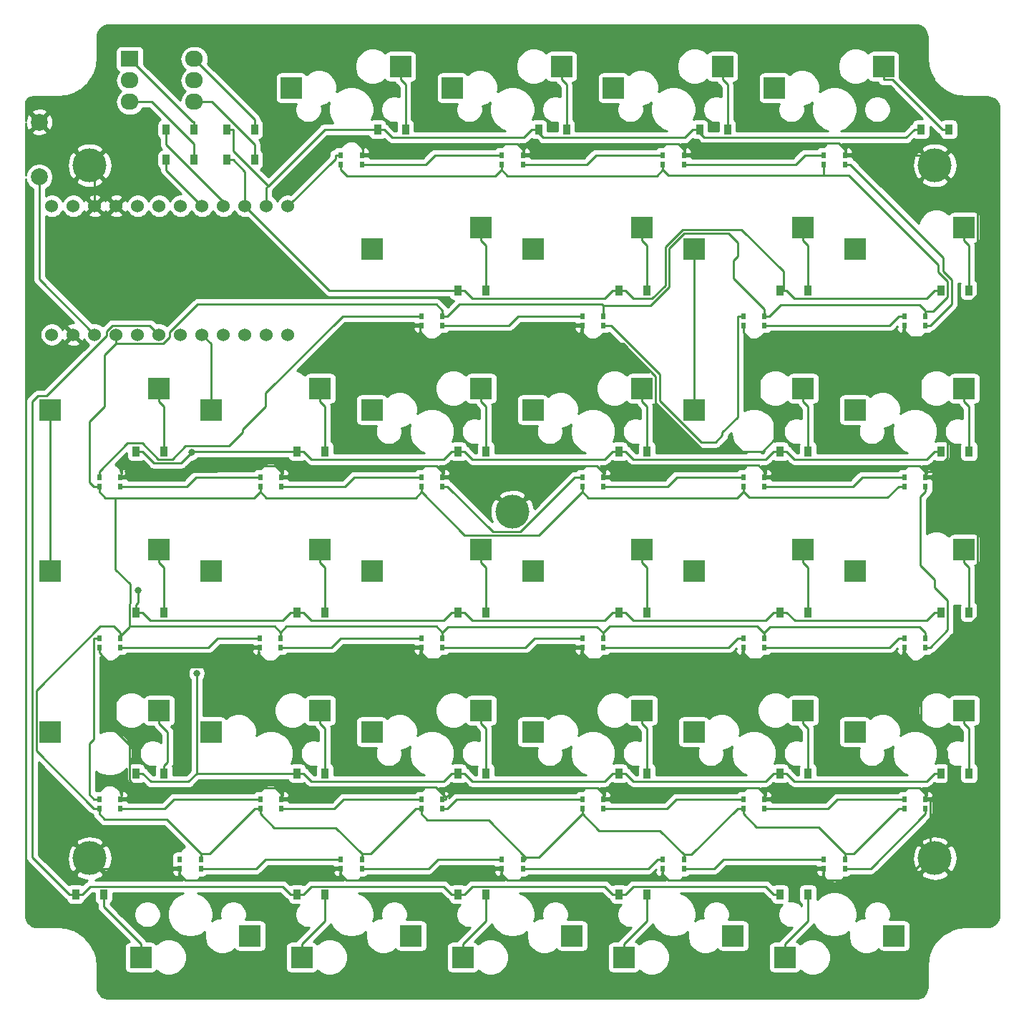
<source format=gbr>
%TF.GenerationSoftware,KiCad,Pcbnew,(5.1.9)-1*%
%TF.CreationDate,2021-05-29T17:03:01+09:00*%
%TF.ProjectId,yuiop31rs-r2,7975696f-7033-4317-9273-2d72322e6b69,1*%
%TF.SameCoordinates,Original*%
%TF.FileFunction,Copper,L2,Bot*%
%TF.FilePolarity,Positive*%
%FSLAX46Y46*%
G04 Gerber Fmt 4.6, Leading zero omitted, Abs format (unit mm)*
G04 Created by KiCad (PCBNEW (5.1.9)-1) date 2021-05-29 17:03:01*
%MOMM*%
%LPD*%
G01*
G04 APERTURE LIST*
%TA.AperFunction,SMDPad,CuDef*%
%ADD10R,0.600000X0.700000*%
%TD*%
%TA.AperFunction,ComponentPad*%
%ADD11C,1.000000*%
%TD*%
%TA.AperFunction,SMDPad,CuDef*%
%ADD12R,2.550000X2.500000*%
%TD*%
%TA.AperFunction,ComponentPad*%
%ADD13C,4.000000*%
%TD*%
%TA.AperFunction,SMDPad,CuDef*%
%ADD14R,0.900000X1.200000*%
%TD*%
%TA.AperFunction,ComponentPad*%
%ADD15C,1.524000*%
%TD*%
%TA.AperFunction,ComponentPad*%
%ADD16O,2.100000X1.900000*%
%TD*%
%TA.AperFunction,ComponentPad*%
%ADD17R,2.100000X1.900000*%
%TD*%
%TA.AperFunction,ComponentPad*%
%ADD18C,2.000000*%
%TD*%
%TA.AperFunction,ViaPad*%
%ADD19C,0.800000*%
%TD*%
%TA.AperFunction,Conductor*%
%ADD20C,0.250000*%
%TD*%
%TA.AperFunction,Conductor*%
%ADD21C,0.254000*%
%TD*%
%TA.AperFunction,Conductor*%
%ADD22C,0.150000*%
%TD*%
G04 APERTURE END LIST*
D10*
%TO.P,LED9,3*%
%TO.N,Net-(LED8-Pad1)*%
X101125000Y-95878100D03*
%TO.P,LED9,4*%
%TO.N,VCC*%
X101125000Y-96978100D03*
%TO.P,LED9,1*%
%TO.N,Net-(LED10-Pad3)*%
X103625000Y-96978100D03*
%TO.P,LED9,2*%
%TO.N,GND*%
X103625000Y-95878100D03*
%TD*%
%TO.P,LED31,3*%
%TO.N,Net-(LED30-Pad1)*%
X113150000Y-142222000D03*
%TO.P,LED31,4*%
%TO.N,VCC*%
X113150000Y-141122000D03*
%TO.P,LED31,1*%
%TO.N,Net-(LED31-Pad1)*%
X110650000Y-141122000D03*
%TO.P,LED31,2*%
%TO.N,GND*%
X110650000Y-142222000D03*
%TD*%
%TO.P,LED30,3*%
%TO.N,Net-(LED29-Pad1)*%
X132200000Y-142222000D03*
%TO.P,LED30,4*%
%TO.N,VCC*%
X132200000Y-141122000D03*
%TO.P,LED30,1*%
%TO.N,Net-(LED30-Pad1)*%
X129700000Y-141122000D03*
%TO.P,LED30,2*%
%TO.N,GND*%
X129700000Y-142222000D03*
%TD*%
%TO.P,LED29,3*%
%TO.N,Net-(LED28-Pad1)*%
X151250000Y-142222000D03*
%TO.P,LED29,4*%
%TO.N,VCC*%
X151250000Y-141122000D03*
%TO.P,LED29,1*%
%TO.N,Net-(LED29-Pad1)*%
X148750000Y-141122000D03*
%TO.P,LED29,2*%
%TO.N,GND*%
X148750000Y-142222000D03*
%TD*%
%TO.P,LED28,3*%
%TO.N,Net-(LED27-Pad1)*%
X170300000Y-142222000D03*
%TO.P,LED28,4*%
%TO.N,VCC*%
X170300000Y-141122000D03*
%TO.P,LED28,1*%
%TO.N,Net-(LED28-Pad1)*%
X167800000Y-141122000D03*
%TO.P,LED28,2*%
%TO.N,GND*%
X167800000Y-142222000D03*
%TD*%
%TO.P,LED27,3*%
%TO.N,Net-(LED26-Pad1)*%
X189350000Y-142222000D03*
%TO.P,LED27,4*%
%TO.N,VCC*%
X189350000Y-141122000D03*
%TO.P,LED27,1*%
%TO.N,Net-(LED27-Pad1)*%
X186850000Y-141122000D03*
%TO.P,LED27,2*%
%TO.N,GND*%
X186850000Y-142222000D03*
%TD*%
%TO.P,LED26,3*%
%TO.N,Net-(LED25-Pad1)*%
X196375000Y-133978000D03*
%TO.P,LED26,4*%
%TO.N,VCC*%
X196375000Y-135078000D03*
%TO.P,LED26,1*%
%TO.N,Net-(LED26-Pad1)*%
X198875000Y-135078000D03*
%TO.P,LED26,2*%
%TO.N,GND*%
X198875000Y-133978000D03*
%TD*%
%TO.P,LED25,3*%
%TO.N,Net-(LED24-Pad1)*%
X177325000Y-133978000D03*
%TO.P,LED25,4*%
%TO.N,VCC*%
X177325000Y-135078000D03*
%TO.P,LED25,1*%
%TO.N,Net-(LED25-Pad1)*%
X179825000Y-135078000D03*
%TO.P,LED25,2*%
%TO.N,GND*%
X179825000Y-133978000D03*
%TD*%
%TO.P,LED24,3*%
%TO.N,Net-(LED23-Pad1)*%
X158275000Y-133978000D03*
%TO.P,LED24,4*%
%TO.N,VCC*%
X158275000Y-135078000D03*
%TO.P,LED24,1*%
%TO.N,Net-(LED24-Pad1)*%
X160775000Y-135078000D03*
%TO.P,LED24,2*%
%TO.N,GND*%
X160775000Y-133978000D03*
%TD*%
%TO.P,LED23,3*%
%TO.N,Net-(LED22-Pad1)*%
X139225000Y-133978000D03*
%TO.P,LED23,4*%
%TO.N,VCC*%
X139225000Y-135078000D03*
%TO.P,LED23,1*%
%TO.N,Net-(LED23-Pad1)*%
X141725000Y-135078000D03*
%TO.P,LED23,2*%
%TO.N,GND*%
X141725000Y-133978000D03*
%TD*%
%TO.P,LED22,3*%
%TO.N,Net-(LED21-Pad1)*%
X120175000Y-133978000D03*
%TO.P,LED22,4*%
%TO.N,VCC*%
X120175000Y-135078000D03*
%TO.P,LED22,1*%
%TO.N,Net-(LED22-Pad1)*%
X122675000Y-135078000D03*
%TO.P,LED22,2*%
%TO.N,GND*%
X122675000Y-133978000D03*
%TD*%
%TO.P,LED21,3*%
%TO.N,Net-(LED20-Pad1)*%
X101125000Y-133978000D03*
%TO.P,LED21,4*%
%TO.N,VCC*%
X101125000Y-135078000D03*
%TO.P,LED21,1*%
%TO.N,Net-(LED21-Pad1)*%
X103625000Y-135078000D03*
%TO.P,LED21,2*%
%TO.N,GND*%
X103625000Y-133978000D03*
%TD*%
%TO.P,LED20,3*%
%TO.N,Net-(LED19-Pad1)*%
X103625000Y-116028000D03*
%TO.P,LED20,4*%
%TO.N,VCC*%
X103625000Y-114928000D03*
%TO.P,LED20,1*%
%TO.N,Net-(LED20-Pad1)*%
X101125000Y-114928000D03*
%TO.P,LED20,2*%
%TO.N,GND*%
X101125000Y-116028000D03*
%TD*%
%TO.P,LED19,3*%
%TO.N,Net-(LED18-Pad1)*%
X122619000Y-116028000D03*
%TO.P,LED19,4*%
%TO.N,VCC*%
X122619000Y-114928000D03*
%TO.P,LED19,1*%
%TO.N,Net-(LED19-Pad1)*%
X120119000Y-114928000D03*
%TO.P,LED19,2*%
%TO.N,GND*%
X120119000Y-116028000D03*
%TD*%
%TO.P,LED18,3*%
%TO.N,Net-(LED17-Pad1)*%
X141725000Y-116028000D03*
%TO.P,LED18,4*%
%TO.N,VCC*%
X141725000Y-114928000D03*
%TO.P,LED18,1*%
%TO.N,Net-(LED18-Pad1)*%
X139225000Y-114928000D03*
%TO.P,LED18,2*%
%TO.N,GND*%
X139225000Y-116028000D03*
%TD*%
%TO.P,LED17,3*%
%TO.N,Net-(LED16-Pad1)*%
X160775000Y-116028000D03*
%TO.P,LED17,4*%
%TO.N,VCC*%
X160775000Y-114928000D03*
%TO.P,LED17,1*%
%TO.N,Net-(LED17-Pad1)*%
X158275000Y-114928000D03*
%TO.P,LED17,2*%
%TO.N,GND*%
X158275000Y-116028000D03*
%TD*%
%TO.P,LED16,3*%
%TO.N,Net-(LED15-Pad1)*%
X179825000Y-116028000D03*
%TO.P,LED16,4*%
%TO.N,VCC*%
X179825000Y-114928000D03*
%TO.P,LED16,1*%
%TO.N,Net-(LED16-Pad1)*%
X177325000Y-114928000D03*
%TO.P,LED16,2*%
%TO.N,GND*%
X177325000Y-116028000D03*
%TD*%
%TO.P,LED15,3*%
%TO.N,Net-(LED14-Pad1)*%
X198875000Y-116028000D03*
%TO.P,LED15,4*%
%TO.N,VCC*%
X198875000Y-114928000D03*
%TO.P,LED15,1*%
%TO.N,Net-(LED15-Pad1)*%
X196375000Y-114928000D03*
%TO.P,LED15,2*%
%TO.N,GND*%
X196375000Y-116028000D03*
%TD*%
%TO.P,LED14,3*%
%TO.N,Net-(LED13-Pad1)*%
X196375000Y-95878100D03*
%TO.P,LED14,4*%
%TO.N,VCC*%
X196375000Y-96978100D03*
%TO.P,LED14,1*%
%TO.N,Net-(LED14-Pad1)*%
X198875000Y-96978100D03*
%TO.P,LED14,2*%
%TO.N,GND*%
X198875000Y-95878100D03*
%TD*%
%TO.P,LED13,3*%
%TO.N,Net-(LED12-Pad1)*%
X177325000Y-95878100D03*
%TO.P,LED13,4*%
%TO.N,VCC*%
X177325000Y-96978100D03*
%TO.P,LED13,1*%
%TO.N,Net-(LED13-Pad1)*%
X179825000Y-96978100D03*
%TO.P,LED13,2*%
%TO.N,GND*%
X179825000Y-95878100D03*
%TD*%
%TO.P,LED12,3*%
%TO.N,Net-(LED11-Pad1)*%
X158275000Y-95878100D03*
%TO.P,LED12,4*%
%TO.N,VCC*%
X158275000Y-96978100D03*
%TO.P,LED12,1*%
%TO.N,Net-(LED12-Pad1)*%
X160775000Y-96978100D03*
%TO.P,LED12,2*%
%TO.N,GND*%
X160775000Y-95878100D03*
%TD*%
%TO.P,LED11,3*%
%TO.N,Net-(LED10-Pad1)*%
X139225000Y-95878100D03*
%TO.P,LED11,4*%
%TO.N,VCC*%
X139225000Y-96978100D03*
%TO.P,LED11,1*%
%TO.N,Net-(LED11-Pad1)*%
X141725000Y-96978100D03*
%TO.P,LED11,2*%
%TO.N,GND*%
X141725000Y-95878100D03*
%TD*%
%TO.P,LED10,3*%
%TO.N,Net-(LED10-Pad3)*%
X120175000Y-95878100D03*
%TO.P,LED10,4*%
%TO.N,VCC*%
X120175000Y-96978100D03*
%TO.P,LED10,1*%
%TO.N,Net-(LED10-Pad1)*%
X122675000Y-96978100D03*
%TO.P,LED10,2*%
%TO.N,GND*%
X122675000Y-95878100D03*
%TD*%
%TO.P,LED8,3*%
%TO.N,Net-(LED7-Pad1)*%
X141725000Y-77928000D03*
%TO.P,LED8,4*%
%TO.N,VCC*%
X141725000Y-76828000D03*
%TO.P,LED8,1*%
%TO.N,Net-(LED8-Pad1)*%
X139225000Y-76828000D03*
%TO.P,LED8,2*%
%TO.N,GND*%
X139225000Y-77928000D03*
%TD*%
%TO.P,LED7,3*%
%TO.N,Net-(LED6-Pad1)*%
X160775000Y-77928000D03*
%TO.P,LED7,4*%
%TO.N,VCC*%
X160775000Y-76828000D03*
%TO.P,LED7,1*%
%TO.N,Net-(LED7-Pad1)*%
X158275000Y-76828000D03*
%TO.P,LED7,2*%
%TO.N,GND*%
X158275000Y-77928000D03*
%TD*%
%TO.P,LED6,3*%
%TO.N,Net-(LED5-Pad1)*%
X179825000Y-77928000D03*
%TO.P,LED6,4*%
%TO.N,VCC*%
X179825000Y-76828000D03*
%TO.P,LED6,1*%
%TO.N,Net-(LED6-Pad1)*%
X177325000Y-76828000D03*
%TO.P,LED6,2*%
%TO.N,GND*%
X177325000Y-77928000D03*
%TD*%
%TO.P,LED5,3*%
%TO.N,Net-(LED4-Pad1)*%
X198875000Y-77928000D03*
%TO.P,LED5,4*%
%TO.N,VCC*%
X198875000Y-76828000D03*
%TO.P,LED5,1*%
%TO.N,Net-(LED5-Pad1)*%
X196375000Y-76828000D03*
%TO.P,LED5,2*%
%TO.N,GND*%
X196375000Y-77928000D03*
%TD*%
%TO.P,LED4,3*%
%TO.N,Net-(LED3-Pad1)*%
X186850000Y-57777900D03*
%TO.P,LED4,4*%
%TO.N,VCC*%
X186850000Y-58877900D03*
%TO.P,LED4,1*%
%TO.N,Net-(LED4-Pad1)*%
X189350000Y-58877900D03*
%TO.P,LED4,2*%
%TO.N,GND*%
X189350000Y-57777900D03*
%TD*%
%TO.P,LED3,3*%
%TO.N,Net-(LED2-Pad1)*%
X167800000Y-57777900D03*
%TO.P,LED3,4*%
%TO.N,VCC*%
X167800000Y-58877900D03*
%TO.P,LED3,1*%
%TO.N,Net-(LED3-Pad1)*%
X170300000Y-58877900D03*
%TO.P,LED3,2*%
%TO.N,GND*%
X170300000Y-57777900D03*
%TD*%
%TO.P,LED2,3*%
%TO.N,Net-(LED1-Pad1)*%
X148750000Y-57777900D03*
%TO.P,LED2,4*%
%TO.N,VCC*%
X148750000Y-58877900D03*
%TO.P,LED2,1*%
%TO.N,Net-(LED2-Pad1)*%
X151250000Y-58877900D03*
%TO.P,LED2,2*%
%TO.N,GND*%
X151250000Y-57777900D03*
%TD*%
%TO.P,LED1,3*%
%TO.N,/LED_DATA*%
X129700000Y-57777900D03*
%TO.P,LED1,4*%
%TO.N,VCC*%
X129700000Y-58877900D03*
%TO.P,LED1,1*%
%TO.N,Net-(LED1-Pad1)*%
X132200000Y-58877900D03*
%TO.P,LED1,2*%
%TO.N,GND*%
X132200000Y-57777900D03*
%TD*%
D11*
%TO.P,SW31,2*%
%TO.N,Net-(D31-Pad2)*%
X182258000Y-152705000D03*
%TO.P,SW31,1*%
%TO.N,/COL_6*%
X195185000Y-150165000D03*
D12*
X195185000Y-150165000D03*
%TO.P,SW31,2*%
%TO.N,Net-(D31-Pad2)*%
X182258000Y-152705000D03*
%TD*%
D11*
%TO.P,SW30,2*%
%TO.N,Net-(D30-Pad2)*%
X163208000Y-152705000D03*
%TO.P,SW30,1*%
%TO.N,/COL_5*%
X176135000Y-150165000D03*
D12*
X176135000Y-150165000D03*
%TO.P,SW30,2*%
%TO.N,Net-(D30-Pad2)*%
X163208000Y-152705000D03*
%TD*%
D11*
%TO.P,SW29,2*%
%TO.N,Net-(D29-Pad2)*%
X144158000Y-152705000D03*
%TO.P,SW29,1*%
%TO.N,/COL_4*%
X157085000Y-150165000D03*
D12*
X157085000Y-150165000D03*
%TO.P,SW29,2*%
%TO.N,Net-(D29-Pad2)*%
X144158000Y-152705000D03*
%TD*%
D11*
%TO.P,SW28,2*%
%TO.N,Net-(D28-Pad2)*%
X125108000Y-152705000D03*
%TO.P,SW28,1*%
%TO.N,/COL_3*%
X138035000Y-150165000D03*
D12*
X138035000Y-150165000D03*
%TO.P,SW28,2*%
%TO.N,Net-(D28-Pad2)*%
X125108000Y-152705000D03*
%TD*%
D11*
%TO.P,SW27,2*%
%TO.N,Net-(D27-Pad2)*%
X106058000Y-152705000D03*
%TO.P,SW27,1*%
%TO.N,/COL_2*%
X118985000Y-150165000D03*
D12*
X118985000Y-150165000D03*
%TO.P,SW27,2*%
%TO.N,Net-(D27-Pad2)*%
X106058000Y-152705000D03*
%TD*%
D11*
%TO.P,SW26,2*%
%TO.N,Net-(D26-Pad2)*%
X203467000Y-123495000D03*
%TO.P,SW26,1*%
%TO.N,/COL_6*%
X190540000Y-126035000D03*
D12*
X190540000Y-126035000D03*
%TO.P,SW26,2*%
%TO.N,Net-(D26-Pad2)*%
X203467000Y-123495000D03*
%TD*%
D11*
%TO.P,SW25,2*%
%TO.N,Net-(D25-Pad2)*%
X184417000Y-123495000D03*
%TO.P,SW25,1*%
%TO.N,/COL_5*%
X171490000Y-126035000D03*
D12*
X171490000Y-126035000D03*
%TO.P,SW25,2*%
%TO.N,Net-(D25-Pad2)*%
X184417000Y-123495000D03*
%TD*%
D11*
%TO.P,SW24,2*%
%TO.N,Net-(D24-Pad2)*%
X165367000Y-123495000D03*
%TO.P,SW24,1*%
%TO.N,/COL_4*%
X152440000Y-126035000D03*
D12*
X152440000Y-126035000D03*
%TO.P,SW24,2*%
%TO.N,Net-(D24-Pad2)*%
X165367000Y-123495000D03*
%TD*%
D11*
%TO.P,SW23,2*%
%TO.N,Net-(D23-Pad2)*%
X146317000Y-123495000D03*
%TO.P,SW23,1*%
%TO.N,/COL_3*%
X133390000Y-126035000D03*
D12*
X133390000Y-126035000D03*
%TO.P,SW23,2*%
%TO.N,Net-(D23-Pad2)*%
X146317000Y-123495000D03*
%TD*%
D11*
%TO.P,SW22,2*%
%TO.N,Net-(D22-Pad2)*%
X127267000Y-123495000D03*
%TO.P,SW22,1*%
%TO.N,/COL_2*%
X114340000Y-126035000D03*
D12*
X114340000Y-126035000D03*
%TO.P,SW22,2*%
%TO.N,Net-(D22-Pad2)*%
X127267000Y-123495000D03*
%TD*%
D11*
%TO.P,SW21,2*%
%TO.N,Net-(D21-Pad2)*%
X108217000Y-123495000D03*
%TO.P,SW21,1*%
%TO.N,/COL_1*%
X95290000Y-126035000D03*
D12*
X95290000Y-126035000D03*
%TO.P,SW21,2*%
%TO.N,Net-(D21-Pad2)*%
X108217000Y-123495000D03*
%TD*%
D11*
%TO.P,SW20,2*%
%TO.N,Net-(D20-Pad2)*%
X203467000Y-104445000D03*
%TO.P,SW20,1*%
%TO.N,/COL_6*%
X190540000Y-106985000D03*
D12*
X190540000Y-106985000D03*
%TO.P,SW20,2*%
%TO.N,Net-(D20-Pad2)*%
X203467000Y-104445000D03*
%TD*%
D11*
%TO.P,SW19,2*%
%TO.N,Net-(D19-Pad2)*%
X184417000Y-104445000D03*
%TO.P,SW19,1*%
%TO.N,/COL_5*%
X171490000Y-106985000D03*
D12*
X171490000Y-106985000D03*
%TO.P,SW19,2*%
%TO.N,Net-(D19-Pad2)*%
X184417000Y-104445000D03*
%TD*%
D11*
%TO.P,SW18,2*%
%TO.N,Net-(D18-Pad2)*%
X165367000Y-104445000D03*
%TO.P,SW18,1*%
%TO.N,/COL_4*%
X152440000Y-106985000D03*
D12*
X152440000Y-106985000D03*
%TO.P,SW18,2*%
%TO.N,Net-(D18-Pad2)*%
X165367000Y-104445000D03*
%TD*%
D11*
%TO.P,SW17,2*%
%TO.N,Net-(D17-Pad2)*%
X146317000Y-104445000D03*
%TO.P,SW17,1*%
%TO.N,/COL_3*%
X133390000Y-106985000D03*
D12*
X133390000Y-106985000D03*
%TO.P,SW17,2*%
%TO.N,Net-(D17-Pad2)*%
X146317000Y-104445000D03*
%TD*%
D11*
%TO.P,SW16,2*%
%TO.N,Net-(D16-Pad2)*%
X127267000Y-104445000D03*
%TO.P,SW16,1*%
%TO.N,/COL_2*%
X114340000Y-106985000D03*
D12*
X114340000Y-106985000D03*
%TO.P,SW16,2*%
%TO.N,Net-(D16-Pad2)*%
X127267000Y-104445000D03*
%TD*%
D11*
%TO.P,SW15,2*%
%TO.N,Net-(D15-Pad2)*%
X108217000Y-104445000D03*
%TO.P,SW15,1*%
%TO.N,/COL_1*%
X95290000Y-106985000D03*
D12*
X95290000Y-106985000D03*
%TO.P,SW15,2*%
%TO.N,Net-(D15-Pad2)*%
X108217000Y-104445000D03*
%TD*%
D11*
%TO.P,SW14,2*%
%TO.N,Net-(D14-Pad2)*%
X203467000Y-85395000D03*
%TO.P,SW14,1*%
%TO.N,/COL_6*%
X190540000Y-87935000D03*
D12*
X190540000Y-87935000D03*
%TO.P,SW14,2*%
%TO.N,Net-(D14-Pad2)*%
X203467000Y-85395000D03*
%TD*%
D11*
%TO.P,SW13,2*%
%TO.N,Net-(D13-Pad2)*%
X184417000Y-85395000D03*
%TO.P,SW13,1*%
%TO.N,/COL_5*%
X171490000Y-87935000D03*
D12*
X171490000Y-87935000D03*
%TO.P,SW13,2*%
%TO.N,Net-(D13-Pad2)*%
X184417000Y-85395000D03*
%TD*%
D11*
%TO.P,SW12,2*%
%TO.N,Net-(D12-Pad2)*%
X165367000Y-85395000D03*
%TO.P,SW12,1*%
%TO.N,/COL_4*%
X152440000Y-87935000D03*
D12*
X152440000Y-87935000D03*
%TO.P,SW12,2*%
%TO.N,Net-(D12-Pad2)*%
X165367000Y-85395000D03*
%TD*%
D11*
%TO.P,SW11,2*%
%TO.N,Net-(D11-Pad2)*%
X146317000Y-85395000D03*
%TO.P,SW11,1*%
%TO.N,/COL_3*%
X133390000Y-87935000D03*
D12*
X133390000Y-87935000D03*
%TO.P,SW11,2*%
%TO.N,Net-(D11-Pad2)*%
X146317000Y-85395000D03*
%TD*%
D11*
%TO.P,SW10,2*%
%TO.N,Net-(D10-Pad2)*%
X127267000Y-85395000D03*
%TO.P,SW10,1*%
%TO.N,/COL_2*%
X114340000Y-87935000D03*
D12*
X114340000Y-87935000D03*
%TO.P,SW10,2*%
%TO.N,Net-(D10-Pad2)*%
X127267000Y-85395000D03*
%TD*%
D11*
%TO.P,SW9,2*%
%TO.N,Net-(D9-Pad2)*%
X108217000Y-85395000D03*
%TO.P,SW9,1*%
%TO.N,/COL_1*%
X95290000Y-87935000D03*
D12*
X95290000Y-87935000D03*
%TO.P,SW9,2*%
%TO.N,Net-(D9-Pad2)*%
X108217000Y-85395000D03*
%TD*%
D11*
%TO.P,SW8,2*%
%TO.N,Net-(D8-Pad2)*%
X203467000Y-66344900D03*
%TO.P,SW8,1*%
%TO.N,/COL_6*%
X190540000Y-68884900D03*
D12*
X190540000Y-68884900D03*
%TO.P,SW8,2*%
%TO.N,Net-(D8-Pad2)*%
X203467000Y-66344900D03*
%TD*%
D11*
%TO.P,SW7,2*%
%TO.N,Net-(D7-Pad2)*%
X184417000Y-66344900D03*
%TO.P,SW7,1*%
%TO.N,/COL_5*%
X171490000Y-68884900D03*
D12*
X171490000Y-68884900D03*
%TO.P,SW7,2*%
%TO.N,Net-(D7-Pad2)*%
X184417000Y-66344900D03*
%TD*%
D11*
%TO.P,SW6,2*%
%TO.N,Net-(D6-Pad2)*%
X165367000Y-66344900D03*
%TO.P,SW6,1*%
%TO.N,/COL_4*%
X152440000Y-68884900D03*
D12*
X152440000Y-68884900D03*
%TO.P,SW6,2*%
%TO.N,Net-(D6-Pad2)*%
X165367000Y-66344900D03*
%TD*%
D11*
%TO.P,SW5,2*%
%TO.N,Net-(D5-Pad2)*%
X146317000Y-66344900D03*
%TO.P,SW5,1*%
%TO.N,/COL_3*%
X133390000Y-68884900D03*
D12*
X133390000Y-68884900D03*
%TO.P,SW5,2*%
%TO.N,Net-(D5-Pad2)*%
X146317000Y-66344900D03*
%TD*%
D11*
%TO.P,SW4,2*%
%TO.N,Net-(D4-Pad2)*%
X193942000Y-47294800D03*
%TO.P,SW4,1*%
%TO.N,/COL_6*%
X181015000Y-49834800D03*
D12*
X181015000Y-49834800D03*
%TO.P,SW4,2*%
%TO.N,Net-(D4-Pad2)*%
X193942000Y-47294800D03*
%TD*%
D11*
%TO.P,SW3,2*%
%TO.N,Net-(D3-Pad2)*%
X174892000Y-47294800D03*
%TO.P,SW3,1*%
%TO.N,/COL_5*%
X161965000Y-49834800D03*
D12*
X161965000Y-49834800D03*
%TO.P,SW3,2*%
%TO.N,Net-(D3-Pad2)*%
X174892000Y-47294800D03*
%TD*%
D11*
%TO.P,SW2,2*%
%TO.N,Net-(D2-Pad2)*%
X155842000Y-47294800D03*
%TO.P,SW2,1*%
%TO.N,/COL_4*%
X142915000Y-49834800D03*
D12*
X142915000Y-49834800D03*
%TO.P,SW2,2*%
%TO.N,Net-(D2-Pad2)*%
X155842000Y-47294800D03*
%TD*%
D11*
%TO.P,SW1,2*%
%TO.N,Net-(D1-Pad2)*%
X136792000Y-47294800D03*
%TO.P,SW1,1*%
%TO.N,/COL_3*%
X123865000Y-49834800D03*
D12*
X123865000Y-49834800D03*
%TO.P,SW1,2*%
%TO.N,Net-(D1-Pad2)*%
X136792000Y-47294800D03*
%TD*%
D13*
%TO.P,HOLE5,*%
%TO.N,GND*%
X150000000Y-100000000D03*
%TD*%
%TO.P,HOLE4,*%
%TO.N,GND*%
X200000000Y-141000000D03*
%TD*%
%TO.P,HOLE3,*%
%TO.N,GND*%
X100000000Y-141000000D03*
%TD*%
%TO.P,HOLE2,*%
%TO.N,GND*%
X200000000Y-59000000D03*
%TD*%
%TO.P,HOLE1,*%
%TO.N,GND*%
X100000000Y-59000000D03*
%TD*%
D14*
%TO.P,D35,2*%
%TO.N,Net-(D35-Pad2)*%
X119503000Y-58327900D03*
%TO.P,D35,1*%
%TO.N,/ROW_2*%
X116203000Y-58327900D03*
%TD*%
%TO.P,D34,2*%
%TO.N,Net-(D34-Pad2)*%
X119503000Y-54756100D03*
%TO.P,D34,1*%
%TO.N,/ROW_1*%
X116203000Y-54756100D03*
%TD*%
%TO.P,D33,2*%
%TO.N,Net-(D33-Pad2)*%
X112359000Y-58327900D03*
%TO.P,D33,1*%
%TO.N,/ROW_4*%
X109059000Y-58327900D03*
%TD*%
%TO.P,D32,2*%
%TO.N,Net-(D32-Pad2)*%
X112359000Y-54756100D03*
%TO.P,D32,1*%
%TO.N,/ROW_3*%
X109059000Y-54756100D03*
%TD*%
D15*
%TO.P,U1,24*%
%TO.N,Net-(U1-Pad24)*%
X95522000Y-79033500D03*
%TO.P,U1,23*%
%TO.N,GND*%
X98062000Y-79033500D03*
%TO.P,U1,22*%
%TO.N,Net-(RESET_SW1-Pad1)*%
X100602000Y-79033500D03*
%TO.P,U1,21*%
%TO.N,VCC*%
X103142000Y-79033500D03*
%TO.P,U1,20*%
%TO.N,/COL_1*%
X105682000Y-79033500D03*
%TO.P,U1,19*%
%TO.N,/ROW_6*%
X108222000Y-79033500D03*
%TO.P,U1,18*%
%TO.N,/ROW_5*%
X110762000Y-79033500D03*
%TO.P,U1,17*%
%TO.N,/COL_2*%
X113302000Y-79033500D03*
%TO.P,U1,16*%
%TO.N,/COL_3*%
X115842000Y-79033500D03*
%TO.P,U1,15*%
%TO.N,/COL_4*%
X118382000Y-79033500D03*
%TO.P,U1,14*%
%TO.N,/COL_5*%
X120922000Y-79033500D03*
%TO.P,U1,13*%
%TO.N,/COL_6*%
X123462000Y-79033500D03*
%TO.P,U1,12*%
%TO.N,/LED_DATA*%
X123462000Y-63813500D03*
%TO.P,U1,11*%
%TO.N,/ROW_1*%
X120922000Y-63813500D03*
%TO.P,U1,10*%
%TO.N,/ROW_2*%
X118382000Y-63813500D03*
%TO.P,U1,9*%
%TO.N,/ROW_3*%
X115842000Y-63813500D03*
%TO.P,U1,8*%
%TO.N,/ROW_4*%
X113302000Y-63813500D03*
%TO.P,U1,7*%
%TO.N,/RS*%
X110762000Y-63813500D03*
%TO.P,U1,6*%
%TO.N,Net-(U1-Pad6)*%
X108222000Y-63813500D03*
%TO.P,U1,5*%
%TO.N,Net-(U1-Pad5)*%
X105682000Y-63813500D03*
%TO.P,U1,4*%
%TO.N,GND*%
X103142000Y-63813500D03*
%TO.P,U1,3*%
X100602000Y-63813500D03*
%TO.P,U1,2*%
%TO.N,Net-(U1-Pad2)*%
X98062000Y-63813500D03*
%TO.P,U1,1*%
%TO.N,Net-(U1-Pad1)*%
X95522000Y-63813500D03*
%TD*%
D16*
%TO.P,ROT_SW1,2*%
%TO.N,Net-(D35-Pad2)*%
X112376000Y-51501700D03*
%TO.P,ROT_SW1,4*%
%TO.N,Net-(D33-Pad2)*%
X104756000Y-51501700D03*
%TO.P,ROT_SW1,C*%
%TO.N,/RS*%
X112376000Y-48961700D03*
X104756000Y-48961700D03*
%TO.P,ROT_SW1,8*%
%TO.N,Net-(D34-Pad2)*%
X112376000Y-46421700D03*
D17*
%TO.P,ROT_SW1,1*%
%TO.N,Net-(D32-Pad2)*%
X104756000Y-46421700D03*
%TD*%
D18*
%TO.P,RESET_SW1,1*%
%TO.N,Net-(RESET_SW1-Pad1)*%
X94040400Y-60387300D03*
%TO.P,RESET_SW1,2*%
%TO.N,GND*%
X94040400Y-53887300D03*
%TD*%
D14*
%TO.P,D31,2*%
%TO.N,Net-(D31-Pad2)*%
X184988000Y-145244000D03*
%TO.P,D31,1*%
%TO.N,/ROW_6*%
X181688000Y-145244000D03*
%TD*%
%TO.P,D30,2*%
%TO.N,Net-(D30-Pad2)*%
X165938000Y-145244000D03*
%TO.P,D30,1*%
%TO.N,/ROW_6*%
X162638000Y-145244000D03*
%TD*%
%TO.P,D29,2*%
%TO.N,Net-(D29-Pad2)*%
X146887000Y-145244000D03*
%TO.P,D29,1*%
%TO.N,/ROW_6*%
X143587000Y-145244000D03*
%TD*%
%TO.P,D28,2*%
%TO.N,Net-(D28-Pad2)*%
X127837000Y-145244000D03*
%TO.P,D28,1*%
%TO.N,/ROW_6*%
X124537000Y-145244000D03*
%TD*%
%TO.P,D27,2*%
%TO.N,Net-(D27-Pad2)*%
X101643500Y-145244000D03*
%TO.P,D27,1*%
%TO.N,/ROW_6*%
X98343500Y-145244000D03*
%TD*%
%TO.P,D26,2*%
%TO.N,Net-(D26-Pad2)*%
X204038000Y-130956000D03*
%TO.P,D26,1*%
%TO.N,/ROW_5*%
X200738000Y-130956000D03*
%TD*%
%TO.P,D25,2*%
%TO.N,Net-(D25-Pad2)*%
X184988000Y-130956000D03*
%TO.P,D25,1*%
%TO.N,/ROW_5*%
X181688000Y-130956000D03*
%TD*%
%TO.P,D24,2*%
%TO.N,Net-(D24-Pad2)*%
X165938000Y-130956000D03*
%TO.P,D24,1*%
%TO.N,/ROW_5*%
X162638000Y-130956000D03*
%TD*%
%TO.P,D23,2*%
%TO.N,Net-(D23-Pad2)*%
X146887000Y-130956000D03*
%TO.P,D23,1*%
%TO.N,/ROW_5*%
X143587000Y-130956000D03*
%TD*%
%TO.P,D22,2*%
%TO.N,Net-(D22-Pad2)*%
X127837000Y-130956000D03*
%TO.P,D22,1*%
%TO.N,/ROW_5*%
X124537000Y-130956000D03*
%TD*%
%TO.P,D21,2*%
%TO.N,Net-(D21-Pad2)*%
X108787000Y-130956000D03*
%TO.P,D21,1*%
%TO.N,/ROW_5*%
X105487000Y-130956000D03*
%TD*%
%TO.P,D20,2*%
%TO.N,Net-(D20-Pad2)*%
X204038000Y-111906000D03*
%TO.P,D20,1*%
%TO.N,/ROW_4*%
X200738000Y-111906000D03*
%TD*%
%TO.P,D19,2*%
%TO.N,Net-(D19-Pad2)*%
X184988000Y-111906000D03*
%TO.P,D19,1*%
%TO.N,/ROW_4*%
X181688000Y-111906000D03*
%TD*%
%TO.P,D18,2*%
%TO.N,Net-(D18-Pad2)*%
X165938000Y-111906000D03*
%TO.P,D18,1*%
%TO.N,/ROW_4*%
X162638000Y-111906000D03*
%TD*%
%TO.P,D17,2*%
%TO.N,Net-(D17-Pad2)*%
X146887000Y-111906000D03*
%TO.P,D17,1*%
%TO.N,/ROW_4*%
X143587000Y-111906000D03*
%TD*%
%TO.P,D16,2*%
%TO.N,Net-(D16-Pad2)*%
X127837000Y-111906000D03*
%TO.P,D16,1*%
%TO.N,/ROW_4*%
X124537000Y-111906000D03*
%TD*%
%TO.P,D15,2*%
%TO.N,Net-(D15-Pad2)*%
X108787000Y-111906000D03*
%TO.P,D15,1*%
%TO.N,/ROW_4*%
X105487000Y-111906000D03*
%TD*%
%TO.P,D14,2*%
%TO.N,Net-(D14-Pad2)*%
X204038000Y-92856200D03*
%TO.P,D14,1*%
%TO.N,/ROW_3*%
X200738000Y-92856200D03*
%TD*%
%TO.P,D13,2*%
%TO.N,Net-(D13-Pad2)*%
X184988000Y-92856200D03*
%TO.P,D13,1*%
%TO.N,/ROW_3*%
X181688000Y-92856200D03*
%TD*%
%TO.P,D12,2*%
%TO.N,Net-(D12-Pad2)*%
X165938000Y-92856200D03*
%TO.P,D12,1*%
%TO.N,/ROW_3*%
X162638000Y-92856200D03*
%TD*%
%TO.P,D11,2*%
%TO.N,Net-(D11-Pad2)*%
X146887000Y-92856200D03*
%TO.P,D11,1*%
%TO.N,/ROW_3*%
X143587000Y-92856200D03*
%TD*%
%TO.P,D10,2*%
%TO.N,Net-(D10-Pad2)*%
X127837000Y-92856200D03*
%TO.P,D10,1*%
%TO.N,/ROW_3*%
X124537000Y-92856200D03*
%TD*%
%TO.P,D9,2*%
%TO.N,Net-(D9-Pad2)*%
X108787000Y-92856200D03*
%TO.P,D9,1*%
%TO.N,/ROW_3*%
X105487000Y-92856200D03*
%TD*%
%TO.P,D8,2*%
%TO.N,Net-(D8-Pad2)*%
X204038000Y-73806100D03*
%TO.P,D8,1*%
%TO.N,/ROW_2*%
X200738000Y-73806100D03*
%TD*%
%TO.P,D7,2*%
%TO.N,Net-(D7-Pad2)*%
X184988000Y-73806100D03*
%TO.P,D7,1*%
%TO.N,/ROW_2*%
X181688000Y-73806100D03*
%TD*%
%TO.P,D6,2*%
%TO.N,Net-(D6-Pad2)*%
X165938000Y-73806100D03*
%TO.P,D6,1*%
%TO.N,/ROW_2*%
X162638000Y-73806100D03*
%TD*%
%TO.P,D5,2*%
%TO.N,Net-(D5-Pad2)*%
X146887000Y-73806100D03*
%TO.P,D5,1*%
%TO.N,/ROW_2*%
X143587000Y-73806100D03*
%TD*%
%TO.P,D4,2*%
%TO.N,Net-(D4-Pad2)*%
X201656000Y-54756100D03*
%TO.P,D4,1*%
%TO.N,/ROW_1*%
X198356000Y-54756100D03*
%TD*%
%TO.P,D3,2*%
%TO.N,Net-(D3-Pad2)*%
X175463000Y-54756100D03*
%TO.P,D3,1*%
%TO.N,/ROW_1*%
X172163000Y-54756100D03*
%TD*%
%TO.P,D2,2*%
%TO.N,Net-(D2-Pad2)*%
X156413000Y-54756100D03*
%TO.P,D2,1*%
%TO.N,/ROW_1*%
X153113000Y-54756100D03*
%TD*%
%TO.P,D1,2*%
%TO.N,Net-(D1-Pad2)*%
X137362000Y-54756100D03*
%TO.P,D1,1*%
%TO.N,/ROW_1*%
X134062000Y-54756100D03*
%TD*%
D19*
%TO.N,/ROW_3*%
X112048000Y-92985800D03*
%TO.N,/ROW_4*%
X105702300Y-109278000D03*
%TO.N,/ROW_5*%
X112657500Y-119097100D03*
%TO.N,GND*%
X104527400Y-95266900D03*
%TD*%
D20*
%TO.N,Net-(D1-Pad2)*%
X136792000Y-47294800D02*
X136792000Y-48870100D01*
X137362000Y-54756100D02*
X137362000Y-49440100D01*
X137362000Y-49440100D02*
X136792000Y-48870100D01*
%TO.N,/ROW_1*%
X121105500Y-61451200D02*
X127800600Y-54756100D01*
X127800600Y-54756100D02*
X134062000Y-54756100D01*
X120922000Y-63813500D02*
X120922000Y-61634700D01*
X120922000Y-61634700D02*
X121105500Y-61451200D01*
X121105500Y-61451200D02*
X116978300Y-57324100D01*
X116978300Y-57324100D02*
X116978300Y-54756100D01*
X198356000Y-54756100D02*
X197580700Y-54756100D01*
X171775400Y-54756100D02*
X172741700Y-55722400D01*
X172741700Y-55722400D02*
X196614400Y-55722400D01*
X196614400Y-55722400D02*
X197580700Y-54756100D01*
X171775400Y-54756100D02*
X171387700Y-54756100D01*
X172163000Y-54756100D02*
X171775400Y-54756100D01*
X152725400Y-54756100D02*
X153689600Y-55720300D01*
X153689600Y-55720300D02*
X170423500Y-55720300D01*
X170423500Y-55720300D02*
X171387700Y-54756100D01*
X152725400Y-54756100D02*
X152337700Y-54756100D01*
X153113000Y-54756100D02*
X152725400Y-54756100D01*
X134062000Y-54756100D02*
X134837300Y-54756100D01*
X152337700Y-54756100D02*
X151412300Y-55681500D01*
X151412300Y-55681500D02*
X135762700Y-55681500D01*
X135762700Y-55681500D02*
X134837300Y-54756100D01*
X116203000Y-54756100D02*
X116978300Y-54756100D01*
%TO.N,Net-(D2-Pad2)*%
X155842000Y-47294800D02*
X155842000Y-48870100D01*
X156413000Y-54756100D02*
X156413000Y-49441100D01*
X156413000Y-49441100D02*
X155842000Y-48870100D01*
%TO.N,Net-(D3-Pad2)*%
X174892000Y-47294800D02*
X174892000Y-48870100D01*
X175463000Y-54756100D02*
X175463000Y-49441100D01*
X175463000Y-49441100D02*
X174892000Y-48870100D01*
%TO.N,Net-(D4-Pad2)*%
X193942000Y-47294800D02*
X193942000Y-48870100D01*
X201656000Y-54756100D02*
X200880700Y-54756100D01*
X200880700Y-54756100D02*
X194994700Y-48870100D01*
X194994700Y-48870100D02*
X193942000Y-48870100D01*
%TO.N,Net-(D5-Pad2)*%
X146317000Y-66344900D02*
X146317000Y-67920200D01*
X146887000Y-73806100D02*
X146887000Y-68490200D01*
X146887000Y-68490200D02*
X146317000Y-67920200D01*
%TO.N,/ROW_2*%
X143587000Y-73806100D02*
X144362300Y-73806100D01*
X144362300Y-73806100D02*
X145287700Y-74731500D01*
X145287700Y-74731500D02*
X160937300Y-74731500D01*
X160937300Y-74731500D02*
X161862700Y-73806100D01*
X118382000Y-63813500D02*
X128374600Y-73806100D01*
X128374600Y-73806100D02*
X143587000Y-73806100D01*
X162638000Y-73806100D02*
X161862700Y-73806100D01*
X182075700Y-73806100D02*
X182075700Y-71539500D01*
X182075700Y-71539500D02*
X177139600Y-66603400D01*
X177139600Y-66603400D02*
X170142700Y-66603400D01*
X170142700Y-66603400D02*
X168109200Y-68636900D01*
X168109200Y-68636900D02*
X168109200Y-73198000D01*
X168109200Y-73198000D02*
X166554100Y-74753100D01*
X166554100Y-74753100D02*
X164360300Y-74753100D01*
X164360300Y-74753100D02*
X163413300Y-73806100D01*
X162638000Y-73806100D02*
X163413300Y-73806100D01*
X182075700Y-73806100D02*
X182463300Y-73806100D01*
X181688000Y-73806100D02*
X182075700Y-73806100D01*
X116203000Y-58327900D02*
X116978300Y-58327900D01*
X118382000Y-63813500D02*
X118382000Y-59731600D01*
X118382000Y-59731600D02*
X116978300Y-58327900D01*
X182463300Y-73806100D02*
X183388700Y-74731500D01*
X183388700Y-74731500D02*
X199037300Y-74731500D01*
X199037300Y-74731500D02*
X199962700Y-73806100D01*
X200738000Y-73806100D02*
X199962700Y-73806100D01*
%TO.N,Net-(D6-Pad2)*%
X165367000Y-66344900D02*
X165367000Y-67920200D01*
X165938000Y-73806100D02*
X165938000Y-68491200D01*
X165938000Y-68491200D02*
X165367000Y-67920200D01*
%TO.N,Net-(D7-Pad2)*%
X184417000Y-66344900D02*
X184417000Y-67920200D01*
X184988000Y-73806100D02*
X184988000Y-68491200D01*
X184988000Y-68491200D02*
X184417000Y-67920200D01*
%TO.N,Net-(D8-Pad2)*%
X204038000Y-73806100D02*
X204038000Y-68491200D01*
X204038000Y-68491200D02*
X203467000Y-67920200D01*
X203467000Y-66344900D02*
X203467000Y-67920200D01*
%TO.N,Net-(D9-Pad2)*%
X108217000Y-85395000D02*
X108217000Y-86970300D01*
X108787000Y-92856200D02*
X108787000Y-87540300D01*
X108787000Y-87540300D02*
X108217000Y-86970300D01*
%TO.N,/ROW_3*%
X106262300Y-92856200D02*
X107637900Y-94231800D01*
X107637900Y-94231800D02*
X110802000Y-94231800D01*
X110802000Y-94231800D02*
X112048000Y-92985800D01*
X124537000Y-92856200D02*
X112177600Y-92856200D01*
X112177600Y-92856200D02*
X112048000Y-92985800D01*
X143587000Y-92856200D02*
X144362300Y-92856200D01*
X144362300Y-92856200D02*
X145291100Y-93785000D01*
X145291100Y-93785000D02*
X160933900Y-93785000D01*
X160933900Y-93785000D02*
X161862700Y-92856200D01*
X143199400Y-92856200D02*
X143587000Y-92856200D01*
X162638000Y-92856200D02*
X161862700Y-92856200D01*
X181688000Y-92856200D02*
X180912700Y-92856200D01*
X162638000Y-92856200D02*
X163413300Y-92856200D01*
X163413300Y-92856200D02*
X164338700Y-93781600D01*
X164338700Y-93781600D02*
X179987300Y-93781600D01*
X179987300Y-93781600D02*
X180912700Y-92856200D01*
X143199400Y-92856200D02*
X142811700Y-92856200D01*
X181688000Y-92856200D02*
X182463300Y-92856200D01*
X182463300Y-92856200D02*
X183388700Y-93781600D01*
X183388700Y-93781600D02*
X199037300Y-93781600D01*
X199037300Y-93781600D02*
X199962700Y-92856200D01*
X200738000Y-92856200D02*
X199962700Y-92856200D01*
X109059000Y-54756100D02*
X109059000Y-56576300D01*
X109059000Y-56576300D02*
X115842000Y-63359300D01*
X115842000Y-63359300D02*
X115842000Y-63813500D01*
X124537000Y-92856200D02*
X125312300Y-92856200D01*
X125312300Y-92856200D02*
X126240300Y-93784200D01*
X126240300Y-93784200D02*
X141883700Y-93784200D01*
X141883700Y-93784200D02*
X142811700Y-92856200D01*
X105487000Y-92856200D02*
X106262300Y-92856200D01*
%TO.N,Net-(D10-Pad2)*%
X127267000Y-85395000D02*
X127267000Y-86970300D01*
X127837000Y-92856200D02*
X127837000Y-87540300D01*
X127837000Y-87540300D02*
X127267000Y-86970300D01*
%TO.N,Net-(D11-Pad2)*%
X146317000Y-85395000D02*
X146317000Y-86970300D01*
X146887000Y-92856200D02*
X146887000Y-87540300D01*
X146887000Y-87540300D02*
X146317000Y-86970300D01*
%TO.N,Net-(D12-Pad2)*%
X165367000Y-85395000D02*
X165367000Y-86970300D01*
X165938000Y-92856200D02*
X165938000Y-87541300D01*
X165938000Y-87541300D02*
X165367000Y-86970300D01*
%TO.N,Net-(D13-Pad2)*%
X184417000Y-85395000D02*
X184417000Y-86970300D01*
X184988000Y-92856200D02*
X184988000Y-87541300D01*
X184988000Y-87541300D02*
X184417000Y-86970300D01*
%TO.N,Net-(D14-Pad2)*%
X203467000Y-85395000D02*
X203467000Y-86970300D01*
X204038000Y-92856200D02*
X204038000Y-87541300D01*
X204038000Y-87541300D02*
X203467000Y-86970300D01*
%TO.N,Net-(D15-Pad2)*%
X108217000Y-104445000D02*
X108217000Y-106020300D01*
X108787000Y-111906000D02*
X108787000Y-106590300D01*
X108787000Y-106590300D02*
X108217000Y-106020300D01*
%TO.N,/ROW_4*%
X105487000Y-111906000D02*
X106262300Y-111906000D01*
X124537000Y-111906000D02*
X123761700Y-111906000D01*
X123761700Y-111906000D02*
X122836300Y-112831400D01*
X122836300Y-112831400D02*
X107187700Y-112831400D01*
X107187700Y-112831400D02*
X106262300Y-111906000D01*
X124924700Y-111906000D02*
X124537000Y-111906000D01*
X124924700Y-111906000D02*
X125312300Y-111906000D01*
X105487000Y-111906000D02*
X105487000Y-110980700D01*
X105487000Y-110980700D02*
X105702300Y-110765400D01*
X105702300Y-110765400D02*
X105702300Y-109278000D01*
X143587000Y-111906000D02*
X144362300Y-111906000D01*
X162638000Y-111906000D02*
X161862700Y-111906000D01*
X161862700Y-111906000D02*
X160909700Y-112859000D01*
X160909700Y-112859000D02*
X145315300Y-112859000D01*
X145315300Y-112859000D02*
X144362300Y-111906000D01*
X163025700Y-111906000D02*
X162638000Y-111906000D01*
X143587000Y-111906000D02*
X143224100Y-111906000D01*
X125312300Y-111906000D02*
X126237700Y-112831400D01*
X126237700Y-112831400D02*
X141886300Y-112831400D01*
X141886300Y-112831400D02*
X142811700Y-111906000D01*
X163025700Y-111906000D02*
X163413300Y-111906000D01*
X180912700Y-111906000D02*
X179982500Y-112836200D01*
X179982500Y-112836200D02*
X164343500Y-112836200D01*
X164343500Y-112836200D02*
X163413300Y-111906000D01*
X143199400Y-111906000D02*
X142811700Y-111906000D01*
X143199400Y-111906000D02*
X143224100Y-111906000D01*
X181688000Y-111906000D02*
X180912700Y-111906000D01*
X181688000Y-111906000D02*
X182463300Y-111906000D01*
X199962700Y-111906000D02*
X199003600Y-112865100D01*
X199003600Y-112865100D02*
X183422400Y-112865100D01*
X183422400Y-112865100D02*
X182463300Y-111906000D01*
X109059000Y-58327900D02*
X109059000Y-59570500D01*
X109059000Y-59570500D02*
X113302000Y-63813500D01*
X200738000Y-111906000D02*
X199962700Y-111906000D01*
%TO.N,Net-(D16-Pad2)*%
X127267000Y-104445000D02*
X127267000Y-106020300D01*
X127837000Y-111906000D02*
X127837000Y-106590300D01*
X127837000Y-106590300D02*
X127267000Y-106020300D01*
%TO.N,Net-(D17-Pad2)*%
X146317000Y-104445000D02*
X146317000Y-106020300D01*
X146887000Y-111906000D02*
X146887000Y-106590300D01*
X146887000Y-106590300D02*
X146317000Y-106020300D01*
%TO.N,Net-(D18-Pad2)*%
X165367000Y-104445000D02*
X165367000Y-106020300D01*
X165938000Y-111906000D02*
X165938000Y-106591300D01*
X165938000Y-106591300D02*
X165367000Y-106020300D01*
%TO.N,Net-(D19-Pad2)*%
X184417000Y-104445000D02*
X184417000Y-106020300D01*
X184988000Y-111906000D02*
X184988000Y-106591300D01*
X184988000Y-106591300D02*
X184417000Y-106020300D01*
%TO.N,Net-(D20-Pad2)*%
X204038000Y-111906000D02*
X204038000Y-106591300D01*
X204038000Y-106591300D02*
X203467000Y-106020300D01*
X203467000Y-104445000D02*
X203467000Y-106020300D01*
%TO.N,Net-(D21-Pad2)*%
X108787000Y-130956000D02*
X108787000Y-130030700D01*
X108787000Y-130030700D02*
X109237300Y-129580400D01*
X109237300Y-129580400D02*
X109237300Y-126090600D01*
X109237300Y-126090600D02*
X108217000Y-125070300D01*
X108217000Y-123495000D02*
X108217000Y-125070300D01*
%TO.N,/ROW_5*%
X124537000Y-130956000D02*
X125312300Y-130956000D01*
X125312300Y-130956000D02*
X126237700Y-131881400D01*
X126237700Y-131881400D02*
X141886300Y-131881400D01*
X141886300Y-131881400D02*
X142811700Y-130956000D01*
X124537000Y-130956000D02*
X124149400Y-130956000D01*
X112657500Y-130956000D02*
X111687300Y-131926200D01*
X111687300Y-131926200D02*
X107232500Y-131926200D01*
X107232500Y-131926200D02*
X106262300Y-130956000D01*
X112657500Y-119097100D02*
X112657500Y-130956000D01*
X124149400Y-130956000D02*
X112657500Y-130956000D01*
X143587000Y-130956000D02*
X142811700Y-130956000D01*
X143587000Y-130956000D02*
X144362300Y-130956000D01*
X161862700Y-130956000D02*
X160909700Y-131909000D01*
X160909700Y-131909000D02*
X145315300Y-131909000D01*
X145315300Y-131909000D02*
X144362300Y-130956000D01*
X162638000Y-130956000D02*
X161862700Y-130956000D01*
X163025700Y-130956000D02*
X162638000Y-130956000D01*
X163025700Y-130956000D02*
X163413300Y-130956000D01*
X180912700Y-130956000D02*
X179987300Y-131881400D01*
X179987300Y-131881400D02*
X164338700Y-131881400D01*
X164338700Y-131881400D02*
X163413300Y-130956000D01*
X105487000Y-130956000D02*
X106262300Y-130956000D01*
X200738000Y-130956000D02*
X199962700Y-130956000D01*
X181688000Y-130956000D02*
X182463300Y-130956000D01*
X182463300Y-130956000D02*
X183388700Y-131881400D01*
X183388700Y-131881400D02*
X199037300Y-131881400D01*
X199037300Y-131881400D02*
X199962700Y-130956000D01*
X181300400Y-130956000D02*
X181688000Y-130956000D01*
X181300400Y-130956000D02*
X180912700Y-130956000D01*
%TO.N,Net-(D22-Pad2)*%
X127267000Y-123495000D02*
X127267000Y-125070300D01*
X127837000Y-130956000D02*
X127837000Y-125640300D01*
X127837000Y-125640300D02*
X127267000Y-125070300D01*
%TO.N,Net-(D23-Pad2)*%
X146317000Y-123495000D02*
X146317000Y-125070300D01*
X146887000Y-130956000D02*
X146887000Y-125640300D01*
X146887000Y-125640300D02*
X146317000Y-125070300D01*
%TO.N,Net-(D24-Pad2)*%
X165367000Y-123495000D02*
X165367000Y-125070300D01*
X165938000Y-130956000D02*
X165938000Y-125641300D01*
X165938000Y-125641300D02*
X165367000Y-125070300D01*
%TO.N,Net-(D25-Pad2)*%
X184417000Y-123495000D02*
X184417000Y-125070300D01*
X184988000Y-130956000D02*
X184988000Y-125641300D01*
X184988000Y-125641300D02*
X184417000Y-125070300D01*
%TO.N,Net-(D26-Pad2)*%
X203467000Y-123495000D02*
X203467000Y-125070300D01*
X204038000Y-130956000D02*
X204038000Y-125641300D01*
X204038000Y-125641300D02*
X203467000Y-125070300D01*
%TO.N,Net-(D27-Pad2)*%
X106058000Y-152705000D02*
X106058000Y-151129700D01*
X101643500Y-145244000D02*
X101643500Y-146715200D01*
X101643500Y-146715200D02*
X106058000Y-151129700D01*
%TO.N,/ROW_6*%
X108222000Y-79033500D02*
X107129200Y-77940700D01*
X107129200Y-77940700D02*
X102697000Y-77940700D01*
X102697000Y-77940700D02*
X102031400Y-78606300D01*
X102031400Y-78606300D02*
X102031400Y-79169400D01*
X102031400Y-79169400D02*
X94908800Y-86292000D01*
X94908800Y-86292000D02*
X93857100Y-86292000D01*
X93857100Y-86292000D02*
X93229300Y-86919800D01*
X93229300Y-86919800D02*
X93229300Y-140905100D01*
X93229300Y-140905100D02*
X97568200Y-145244000D01*
X98343500Y-145244000D02*
X97568200Y-145244000D01*
X98343500Y-145244000D02*
X99118800Y-145244000D01*
X124537000Y-145244000D02*
X123761700Y-145244000D01*
X123761700Y-145244000D02*
X122835900Y-144318200D01*
X122835900Y-144318200D02*
X100044600Y-144318200D01*
X100044600Y-144318200D02*
X99118800Y-145244000D01*
X124924700Y-145244000D02*
X124537000Y-145244000D01*
X124924700Y-145244000D02*
X125312300Y-145244000D01*
X162638000Y-145244000D02*
X163413300Y-145244000D01*
X181688000Y-145244000D02*
X180912700Y-145244000D01*
X180912700Y-145244000D02*
X179979700Y-144311000D01*
X179979700Y-144311000D02*
X164346300Y-144311000D01*
X164346300Y-144311000D02*
X163413300Y-145244000D01*
X143587000Y-145244000D02*
X144362300Y-145244000D01*
X162638000Y-145244000D02*
X161862700Y-145244000D01*
X161862700Y-145244000D02*
X160929700Y-144311000D01*
X160929700Y-144311000D02*
X145295300Y-144311000D01*
X145295300Y-144311000D02*
X144362300Y-145244000D01*
X143587000Y-145244000D02*
X142811700Y-145244000D01*
X142811700Y-145244000D02*
X141878700Y-144311000D01*
X141878700Y-144311000D02*
X126245300Y-144311000D01*
X126245300Y-144311000D02*
X125312300Y-145244000D01*
%TO.N,Net-(D28-Pad2)*%
X125108000Y-152705000D02*
X125108000Y-151129700D01*
X127837000Y-145244000D02*
X127837000Y-148400700D01*
X127837000Y-148400700D02*
X125108000Y-151129700D01*
%TO.N,Net-(D29-Pad2)*%
X144158000Y-152705000D02*
X144158000Y-151129700D01*
X146887000Y-145244000D02*
X146887000Y-148400700D01*
X146887000Y-148400700D02*
X144158000Y-151129700D01*
%TO.N,Net-(D30-Pad2)*%
X163208000Y-152705000D02*
X163208000Y-151129700D01*
X165938000Y-145244000D02*
X165938000Y-148399700D01*
X165938000Y-148399700D02*
X163208000Y-151129700D01*
%TO.N,Net-(D31-Pad2)*%
X182258000Y-152705000D02*
X182258000Y-151129700D01*
X184988000Y-145244000D02*
X184988000Y-148399700D01*
X184988000Y-148399700D02*
X182258000Y-151129700D01*
%TO.N,VCC*%
X129700000Y-58877900D02*
X129700000Y-59553200D01*
X129700000Y-59553200D02*
X130426200Y-60279400D01*
X130426200Y-60279400D02*
X148023800Y-60279400D01*
X148023800Y-60279400D02*
X148750000Y-59553200D01*
X167800000Y-59524900D02*
X168503400Y-60228300D01*
X168503400Y-60228300D02*
X186850000Y-60228300D01*
X167800000Y-58877900D02*
X167800000Y-59524900D01*
X167800000Y-59524900D02*
X167088000Y-60236900D01*
X167088000Y-60236900D02*
X149433700Y-60236900D01*
X149433700Y-60236900D02*
X148750000Y-59553200D01*
X148750000Y-58877900D02*
X148750000Y-59553200D01*
X160775000Y-114317400D02*
X160035200Y-113577600D01*
X160035200Y-113577600D02*
X142400100Y-113577600D01*
X142400100Y-113577600D02*
X141725000Y-114252700D01*
X179825000Y-114382100D02*
X179004300Y-113561400D01*
X179004300Y-113561400D02*
X161531000Y-113561400D01*
X161531000Y-113561400D02*
X160775000Y-114317400D01*
X122619000Y-114252700D02*
X123304700Y-113567000D01*
X123304700Y-113567000D02*
X141039300Y-113567000D01*
X141039300Y-113567000D02*
X141725000Y-114252700D01*
X141725000Y-114928000D02*
X141725000Y-114252700D01*
X104711600Y-113545100D02*
X121911400Y-113545100D01*
X121911400Y-113545100D02*
X122619000Y-114252700D01*
X139225000Y-97653400D02*
X144348000Y-102776400D01*
X144348000Y-102776400D02*
X153152000Y-102776400D01*
X153152000Y-102776400D02*
X158275000Y-97653400D01*
X104711600Y-113545100D02*
X104711600Y-110901100D01*
X104711600Y-110901100D02*
X104774600Y-110838100D01*
X104774600Y-110838100D02*
X104774600Y-108546900D01*
X104774600Y-108546900D02*
X103063800Y-106836100D01*
X103063800Y-106836100D02*
X103063800Y-98358500D01*
X103625000Y-114700700D02*
X104711600Y-113614100D01*
X104711600Y-113614100D02*
X104711600Y-113545100D01*
X122619000Y-114928000D02*
X122619000Y-114252700D01*
X101125000Y-96978100D02*
X101125000Y-97653400D01*
X103063800Y-98358500D02*
X119469900Y-98358500D01*
X119469900Y-98358500D02*
X120175000Y-97653400D01*
X101125000Y-97653400D02*
X101830100Y-98358500D01*
X101830100Y-98358500D02*
X103063800Y-98358500D01*
X101125000Y-96978100D02*
X100499700Y-96978100D01*
X103142000Y-80123300D02*
X101785000Y-81480300D01*
X101785000Y-81480300D02*
X101785000Y-87501100D01*
X101785000Y-87501100D02*
X99992400Y-89293700D01*
X99992400Y-89293700D02*
X99992400Y-96470800D01*
X99992400Y-96470800D02*
X100499700Y-96978100D01*
X141725000Y-76152700D02*
X141025400Y-75453100D01*
X141025400Y-75453100D02*
X112752300Y-75453100D01*
X112752300Y-75453100D02*
X109492000Y-78713400D01*
X109492000Y-78713400D02*
X109492000Y-79310400D01*
X109492000Y-79310400D02*
X108679100Y-80123300D01*
X108679100Y-80123300D02*
X103142000Y-80123300D01*
X103142000Y-80123300D02*
X103142000Y-79033500D01*
X139225000Y-97653400D02*
X138545800Y-98332600D01*
X138545800Y-98332600D02*
X120854200Y-98332600D01*
X120854200Y-98332600D02*
X120175000Y-97653400D01*
X120175000Y-96978100D02*
X120175000Y-97653400D01*
X139225000Y-96978100D02*
X139225000Y-97653400D01*
X186850000Y-60228300D02*
X189846300Y-60228300D01*
X189846300Y-60228300D02*
X200413200Y-70795200D01*
X200413200Y-70795200D02*
X200413200Y-71600100D01*
X200413200Y-71600100D02*
X201513400Y-72700300D01*
X201513400Y-72700300D02*
X201513400Y-74596300D01*
X201513400Y-74596300D02*
X199821700Y-76288000D01*
X199821700Y-76288000D02*
X198875000Y-76288000D01*
X186850000Y-58877900D02*
X186850000Y-60228300D01*
X160775000Y-75569000D02*
X166375100Y-75569000D01*
X166375100Y-75569000D02*
X168563600Y-73380500D01*
X168563600Y-73380500D02*
X168563600Y-68819400D01*
X168563600Y-68819400D02*
X170329300Y-67053700D01*
X170329300Y-67053700D02*
X175557800Y-67053700D01*
X175557800Y-67053700D02*
X176650200Y-68146100D01*
X176650200Y-68146100D02*
X176650200Y-69785800D01*
X176650200Y-69785800D02*
X176162800Y-70273200D01*
X176162800Y-70273200D02*
X176162800Y-72372600D01*
X176162800Y-72372600D02*
X179825000Y-76034800D01*
X179825000Y-76034800D02*
X179825000Y-76828000D01*
X142350300Y-76828000D02*
X143743200Y-75435100D01*
X143743200Y-75435100D02*
X160641100Y-75435100D01*
X160641100Y-75435100D02*
X160775000Y-75569000D01*
X160775000Y-75569000D02*
X160775000Y-76828000D01*
X158275000Y-97653400D02*
X158981000Y-98359400D01*
X158981000Y-98359400D02*
X176619000Y-98359400D01*
X176619000Y-98359400D02*
X177325000Y-97653400D01*
X141725000Y-76828000D02*
X141725000Y-76152700D01*
X103625000Y-114700700D02*
X103625000Y-114252700D01*
X103625000Y-114928000D02*
X103625000Y-114700700D01*
X103625000Y-114252700D02*
X102893800Y-113521500D01*
X102893800Y-113521500D02*
X101267700Y-113521500D01*
X101267700Y-113521500D02*
X93679600Y-121109600D01*
X93679600Y-121109600D02*
X93679600Y-128257900D01*
X93679600Y-128257900D02*
X100499700Y-135078000D01*
X141725000Y-76828000D02*
X142350300Y-76828000D01*
X101125000Y-135078000D02*
X100499700Y-135078000D01*
X179825000Y-114928000D02*
X179825000Y-114382100D01*
X179825000Y-114382100D02*
X179825000Y-114252700D01*
X198875000Y-114252700D02*
X198199900Y-113577600D01*
X198199900Y-113577600D02*
X180500100Y-113577600D01*
X180500100Y-113577600D02*
X179825000Y-114252700D01*
X160775000Y-114928000D02*
X160775000Y-114317400D01*
X198875000Y-114928000D02*
X198875000Y-114252700D01*
X198875000Y-76152700D02*
X198195200Y-75472900D01*
X198195200Y-75472900D02*
X181805400Y-75472900D01*
X181805400Y-75472900D02*
X180450300Y-76828000D01*
X198875000Y-76288000D02*
X198875000Y-76152700D01*
X198875000Y-76828000D02*
X198875000Y-76288000D01*
X158275000Y-96978100D02*
X158275000Y-97653400D01*
X195749700Y-96978100D02*
X194399200Y-98328600D01*
X194399200Y-98328600D02*
X178000200Y-98328600D01*
X178000200Y-98328600D02*
X177325000Y-97653400D01*
X132200000Y-140446700D02*
X129138400Y-137385100D01*
X129138400Y-137385100D02*
X121806800Y-137385100D01*
X121806800Y-137385100D02*
X120175000Y-135753300D01*
X138599700Y-135078000D02*
X133231000Y-140446700D01*
X133231000Y-140446700D02*
X132200000Y-140446700D01*
X120175000Y-135078000D02*
X120175000Y-135753300D01*
X120175000Y-135078000D02*
X119549700Y-135078000D01*
X119549700Y-135078000D02*
X114181000Y-140446700D01*
X114181000Y-140446700D02*
X113150000Y-140446700D01*
X101125000Y-135753300D02*
X101800100Y-136428400D01*
X101800100Y-136428400D02*
X109131700Y-136428400D01*
X109131700Y-136428400D02*
X113150000Y-140446700D01*
X151576800Y-140848200D02*
X147210200Y-136481600D01*
X147210200Y-136481600D02*
X139953300Y-136481600D01*
X139953300Y-136481600D02*
X139225000Y-135753300D01*
X101125000Y-135078000D02*
X101125000Y-135753300D01*
X113150000Y-141122000D02*
X113150000Y-140446700D01*
X177325000Y-96978100D02*
X177325000Y-97653400D01*
X196375000Y-96978100D02*
X195749700Y-96978100D01*
X179825000Y-76828000D02*
X180450300Y-76828000D01*
X189350000Y-140446700D02*
X186239600Y-137336300D01*
X186239600Y-137336300D02*
X178908000Y-137336300D01*
X178908000Y-137336300D02*
X177325000Y-135753300D01*
X195749700Y-135078000D02*
X190381000Y-140446700D01*
X190381000Y-140446700D02*
X189350000Y-140446700D01*
X177325000Y-135078000D02*
X177325000Y-135753300D01*
X177325000Y-135078000D02*
X176699700Y-135078000D01*
X170300000Y-140572300D02*
X167443600Y-137715900D01*
X167443600Y-137715900D02*
X160237600Y-137715900D01*
X160237600Y-137715900D02*
X158275000Y-135753300D01*
X170300000Y-141122000D02*
X170300000Y-140572300D01*
X176699700Y-135078000D02*
X171205400Y-140572300D01*
X171205400Y-140572300D02*
X170300000Y-140572300D01*
X196375000Y-135078000D02*
X195749700Y-135078000D01*
X189350000Y-141122000D02*
X189350000Y-140446700D01*
X151576800Y-141122000D02*
X151576800Y-140848200D01*
X151576800Y-140848200D02*
X153180100Y-140848200D01*
X153180100Y-140848200D02*
X158275000Y-135753300D01*
X139225000Y-135078000D02*
X139225000Y-135753300D01*
X151250000Y-141122000D02*
X151576800Y-141122000D01*
X139225000Y-135078000D02*
X138599700Y-135078000D01*
X132200000Y-141122000D02*
X132200000Y-140446700D01*
X158275000Y-135078000D02*
X158275000Y-135753300D01*
%TO.N,/LED_DATA*%
X129700000Y-57777900D02*
X129074700Y-57777900D01*
X123462000Y-63813500D02*
X129074700Y-58200800D01*
X129074700Y-58200800D02*
X129074700Y-57777900D01*
%TO.N,GND*%
X100000000Y-59000000D02*
X100602000Y-59602000D01*
X100602000Y-59602000D02*
X100602000Y-63813500D01*
X179825000Y-95878100D02*
X180450300Y-95878100D01*
X179825000Y-95878100D02*
X179825000Y-95202800D01*
X179825000Y-95202800D02*
X179135000Y-94512800D01*
X179135000Y-94512800D02*
X161574500Y-94512800D01*
X161574500Y-94512800D02*
X160775000Y-95312300D01*
X180450300Y-95878100D02*
X181800700Y-94527700D01*
X181800700Y-94527700D02*
X198199900Y-94527700D01*
X198199900Y-94527700D02*
X198875000Y-95202800D01*
X119493700Y-116028000D02*
X117149900Y-118371800D01*
X117149900Y-118371800D02*
X103288300Y-118371800D01*
X103288300Y-118371800D02*
X103040900Y-118619200D01*
X158275000Y-79278200D02*
X159122900Y-80126100D01*
X159122900Y-80126100D02*
X163145900Y-80126100D01*
X163145900Y-80126100D02*
X166967400Y-83947600D01*
X166967400Y-83947600D02*
X166967400Y-87081000D01*
X166967400Y-87081000D02*
X172746200Y-92859800D01*
X172746200Y-92859800D02*
X179615000Y-92859800D01*
X179615000Y-92859800D02*
X181034700Y-91440100D01*
X181034700Y-91440100D02*
X181034700Y-88374000D01*
X181034700Y-88374000D02*
X179242300Y-86581600D01*
X179242300Y-86581600D02*
X179242300Y-79923200D01*
X158275000Y-77928000D02*
X158275000Y-79278200D01*
X150000000Y-100000000D02*
X145878100Y-95878100D01*
X145878100Y-95878100D02*
X141725000Y-95878100D01*
X196375000Y-77928000D02*
X196375000Y-78378400D01*
X196375000Y-78378400D02*
X196375000Y-78603300D01*
X198307000Y-79296100D02*
X200122000Y-79296100D01*
X200122000Y-79296100D02*
X205067400Y-74350700D01*
X205067400Y-74350700D02*
X205067400Y-64067400D01*
X205067400Y-64067400D02*
X200000000Y-59000000D01*
X196375000Y-78603300D02*
X197067800Y-79296100D01*
X197067800Y-79296100D02*
X198307000Y-79296100D01*
X198307000Y-79296100D02*
X198307000Y-86596300D01*
X198307000Y-86596300D02*
X200413200Y-88702500D01*
X200413200Y-88702500D02*
X200413200Y-90650200D01*
X200413200Y-90650200D02*
X201513400Y-91750400D01*
X201513400Y-91750400D02*
X201513400Y-93606700D01*
X201513400Y-93606700D02*
X199917300Y-95202800D01*
X199917300Y-95202800D02*
X198875000Y-95202800D01*
X189350000Y-57777900D02*
X198777900Y-57777900D01*
X198777900Y-57777900D02*
X200000000Y-59000000D01*
X198594900Y-118923200D02*
X205067400Y-112450700D01*
X205067400Y-112450700D02*
X205067400Y-101445200D01*
X205067400Y-101445200D02*
X199500300Y-95878100D01*
X160775000Y-133978000D02*
X161400300Y-133978000D01*
X160775000Y-133978000D02*
X160775000Y-133302700D01*
X160775000Y-133302700D02*
X160099900Y-132627600D01*
X160099900Y-132627600D02*
X143289300Y-132627600D01*
X143289300Y-132627600D02*
X142151300Y-133765600D01*
X161400300Y-133978000D02*
X162756900Y-132621400D01*
X162756900Y-132621400D02*
X179143700Y-132621400D01*
X179143700Y-132621400D02*
X179825000Y-133302700D01*
X158275000Y-116703300D02*
X157595800Y-117382500D01*
X157595800Y-117382500D02*
X139904200Y-117382500D01*
X139904200Y-117382500D02*
X139225000Y-116703300D01*
X139225000Y-116028000D02*
X139225000Y-116703300D01*
X177325000Y-116703300D02*
X176645800Y-117382500D01*
X176645800Y-117382500D02*
X158954200Y-117382500D01*
X158954200Y-117382500D02*
X158275000Y-116703300D01*
X158275000Y-116028000D02*
X158275000Y-116703300D01*
X196375000Y-116703300D02*
X195695800Y-117382500D01*
X195695800Y-117382500D02*
X178004200Y-117382500D01*
X178004200Y-117382500D02*
X177325000Y-116703300D01*
X177325000Y-116028000D02*
X177325000Y-116703300D01*
X196375000Y-116703300D02*
X198594900Y-118923200D01*
X160775000Y-95312300D02*
X159990400Y-94527700D01*
X159990400Y-94527700D02*
X155472300Y-94527700D01*
X155472300Y-94527700D02*
X150000000Y-100000000D01*
X160775000Y-95540400D02*
X160775000Y-95312300D01*
X141725000Y-95878100D02*
X141725000Y-95202800D01*
X141725000Y-95202800D02*
X141049900Y-94527700D01*
X141049900Y-94527700D02*
X124650700Y-94527700D01*
X124650700Y-94527700D02*
X123300300Y-95878100D01*
X122675000Y-95878100D02*
X123300300Y-95878100D01*
X104527400Y-95266900D02*
X114967100Y-95266900D01*
X114967100Y-95266900D02*
X115706300Y-94527700D01*
X115706300Y-94527700D02*
X121999900Y-94527700D01*
X121999900Y-94527700D02*
X122675000Y-95202800D01*
X122675000Y-95878100D02*
X122675000Y-95202800D01*
X104250300Y-95878100D02*
X104250300Y-95544000D01*
X104250300Y-95544000D02*
X104527400Y-95266900D01*
X142151300Y-133765600D02*
X140986200Y-132600500D01*
X140986200Y-132600500D02*
X123377200Y-132600500D01*
X123377200Y-132600500D02*
X122675000Y-133302700D01*
X142151300Y-133978000D02*
X142151300Y-133765600D01*
X103040900Y-118619200D02*
X103040900Y-125849100D01*
X103040900Y-125849100D02*
X104760200Y-127568400D01*
X104760200Y-127568400D02*
X104760200Y-129985800D01*
X104760200Y-129985800D02*
X104708900Y-130037100D01*
X104708900Y-130037100D02*
X104708900Y-131735800D01*
X104708900Y-131735800D02*
X105600700Y-132627600D01*
X101125000Y-116703300D02*
X103040900Y-118619200D01*
X120119000Y-116028000D02*
X119493700Y-116028000D01*
X160775000Y-95878100D02*
X160775000Y-95540400D01*
X110650000Y-142222000D02*
X110650000Y-142897300D01*
X110650000Y-142897300D02*
X111325100Y-143572400D01*
X111325100Y-143572400D02*
X127724300Y-143572400D01*
X127724300Y-143572400D02*
X129074700Y-142222000D01*
X110650000Y-142222000D02*
X101222000Y-142222000D01*
X101222000Y-142222000D02*
X100000000Y-141000000D01*
X103625000Y-95878100D02*
X104250300Y-95878100D01*
X199500300Y-133978000D02*
X201539200Y-131939100D01*
X201539200Y-131939100D02*
X201539200Y-129309800D01*
X201539200Y-129309800D02*
X201429600Y-129200200D01*
X201429600Y-129200200D02*
X201429600Y-128387500D01*
X201429600Y-128387500D02*
X198320200Y-125278100D01*
X198320200Y-125278100D02*
X198320200Y-119197900D01*
X198320200Y-119197900D02*
X198594900Y-118923200D01*
X196375000Y-116028000D02*
X196375000Y-116703300D01*
X198875000Y-95878100D02*
X199500300Y-95878100D01*
X198875000Y-133978000D02*
X198875000Y-133302700D01*
X199500300Y-140500300D02*
X199500300Y-133978000D01*
X200000000Y-141000000D02*
X199500300Y-140500300D01*
X186850000Y-143582400D02*
X196418200Y-143582400D01*
X196418200Y-143582400D02*
X199500300Y-140500300D01*
X186850000Y-143582400D02*
X186850000Y-142222000D01*
X167800000Y-142897300D02*
X168485100Y-143582400D01*
X168485100Y-143582400D02*
X186850000Y-143582400D01*
X198875000Y-133978000D02*
X199500300Y-133978000D01*
X180450300Y-133978000D02*
X181800700Y-132627600D01*
X181800700Y-132627600D02*
X198199900Y-132627600D01*
X198199900Y-132627600D02*
X198875000Y-133302700D01*
X141725000Y-133978000D02*
X142151300Y-133978000D01*
X179825000Y-133978000D02*
X179825000Y-133302700D01*
X179825000Y-133978000D02*
X180450300Y-133978000D01*
X167800000Y-142897300D02*
X167102300Y-143595000D01*
X167102300Y-143595000D02*
X149447700Y-143595000D01*
X149447700Y-143595000D02*
X148750000Y-142897300D01*
X148750000Y-142897300D02*
X148068800Y-143578500D01*
X148068800Y-143578500D02*
X130381200Y-143578500D01*
X130381200Y-143578500D02*
X129700000Y-142897300D01*
X129700000Y-142222000D02*
X129700000Y-142897300D01*
X129700000Y-142222000D02*
X129074700Y-142222000D01*
X167800000Y-142222000D02*
X167800000Y-142897300D01*
X148750000Y-142222000D02*
X148750000Y-142897300D01*
X105600700Y-132627600D02*
X104250300Y-133978000D01*
X122675000Y-133302700D02*
X121999900Y-132627600D01*
X121999900Y-132627600D02*
X105600700Y-132627600D01*
X103625000Y-133978000D02*
X104250300Y-133978000D01*
X101125000Y-116028000D02*
X101125000Y-116703300D01*
X122675000Y-133978000D02*
X122675000Y-133302700D01*
X132200000Y-57777900D02*
X132825300Y-57777900D01*
X198875000Y-95878100D02*
X198875000Y-95202800D01*
X170300000Y-57102600D02*
X171055200Y-56347400D01*
X171055200Y-56347400D02*
X188594800Y-56347400D01*
X188594800Y-56347400D02*
X189350000Y-57102600D01*
X189350000Y-57777900D02*
X189350000Y-57102600D01*
X151250000Y-57102600D02*
X151930400Y-56422200D01*
X151930400Y-56422200D02*
X169619600Y-56422200D01*
X169619600Y-56422200D02*
X170300000Y-57102600D01*
X170300000Y-57777900D02*
X170300000Y-57102600D01*
X132825300Y-57777900D02*
X134181800Y-56421400D01*
X134181800Y-56421400D02*
X150568800Y-56421400D01*
X150568800Y-56421400D02*
X151250000Y-57102600D01*
X151250000Y-57777900D02*
X151250000Y-57102600D01*
X139078000Y-78075000D02*
X139225000Y-77928000D01*
X139078000Y-78918000D02*
X139078000Y-78075000D01*
X139840000Y-79680000D02*
X139078000Y-78918000D01*
X157873200Y-79680000D02*
X139840000Y-79680000D01*
X158275000Y-79278200D02*
X157873200Y-79680000D01*
X178437200Y-79923200D02*
X177325000Y-78811000D01*
X177325000Y-78811000D02*
X177325000Y-77928000D01*
X179242300Y-79923200D02*
X178437200Y-79923200D01*
X195222800Y-79923200D02*
X179242300Y-79923200D01*
X196375000Y-78771000D02*
X195222800Y-79923200D01*
X196375000Y-78378400D02*
X196375000Y-78771000D01*
%TO.N,Net-(LED1-Pad1)*%
X132200000Y-58877900D02*
X139746400Y-58877900D01*
X139746400Y-58877900D02*
X140846400Y-57777900D01*
X140846400Y-57777900D02*
X148750000Y-57777900D01*
%TO.N,Net-(LED2-Pad1)*%
X151250000Y-58877900D02*
X158824600Y-58877900D01*
X158824600Y-58877900D02*
X159924600Y-57777900D01*
X159924600Y-57777900D02*
X167800000Y-57777900D01*
%TO.N,Net-(LED3-Pad1)*%
X170300000Y-58877900D02*
X183537800Y-58877900D01*
X183537800Y-58877900D02*
X184637800Y-57777900D01*
X184637800Y-57777900D02*
X186850000Y-57777900D01*
%TO.N,Net-(LED4-Pad1)*%
X198875000Y-77928000D02*
X199500300Y-77928000D01*
X189350000Y-58877900D02*
X189975300Y-58877900D01*
X189975300Y-58877900D02*
X200987300Y-69889900D01*
X200987300Y-69889900D02*
X200987300Y-71524100D01*
X200987300Y-71524100D02*
X202005300Y-72542100D01*
X202005300Y-72542100D02*
X202005300Y-75423000D01*
X202005300Y-75423000D02*
X199500300Y-77928000D01*
%TO.N,Net-(LED5-Pad1)*%
X196375000Y-76828000D02*
X195749700Y-76828000D01*
X195749700Y-76828000D02*
X194649700Y-77928000D01*
X194649700Y-77928000D02*
X179825000Y-77928000D01*
%TO.N,Net-(LED6-Pad1)*%
X176699700Y-76828000D02*
X176699700Y-88786400D01*
X176699700Y-88786400D02*
X174866100Y-90620000D01*
X174866100Y-90620000D02*
X174866100Y-90933500D01*
X174866100Y-90933500D02*
X174023400Y-91776200D01*
X174023400Y-91776200D02*
X172334500Y-91776200D01*
X172334500Y-91776200D02*
X167446700Y-86888400D01*
X167446700Y-86888400D02*
X167446700Y-83710600D01*
X167446700Y-83710600D02*
X161664100Y-77928000D01*
X161664100Y-77928000D02*
X160775000Y-77928000D01*
X177325000Y-76828000D02*
X176699700Y-76828000D01*
%TO.N,Net-(LED7-Pad1)*%
X158275000Y-76828000D02*
X150700400Y-76828000D01*
X150700400Y-76828000D02*
X149600400Y-77928000D01*
X149600400Y-77928000D02*
X141725000Y-77928000D01*
%TO.N,Net-(LED8-Pad1)*%
X101125000Y-95878100D02*
X101125000Y-95202800D01*
X139225000Y-76828000D02*
X129923100Y-76828000D01*
X129923100Y-76828000D02*
X120835000Y-85916100D01*
X120835000Y-85916100D02*
X120835000Y-87501100D01*
X120835000Y-87501100D02*
X118107300Y-90228800D01*
X118107300Y-90228800D02*
X118107300Y-90593200D01*
X118107300Y-90593200D02*
X116466100Y-92234400D01*
X116466100Y-92234400D02*
X111359900Y-92234400D01*
X111359900Y-92234400D02*
X109812800Y-93781500D01*
X109812800Y-93781500D02*
X108130000Y-93781500D01*
X108130000Y-93781500D02*
X106242700Y-91894200D01*
X106242700Y-91894200D02*
X104433600Y-91894200D01*
X104433600Y-91894200D02*
X101125000Y-95202800D01*
%TO.N,Net-(LED10-Pad3)*%
X120175000Y-95878100D02*
X112600400Y-95878100D01*
X112600400Y-95878100D02*
X111500400Y-96978100D01*
X111500400Y-96978100D02*
X103625000Y-96978100D01*
%TO.N,Net-(LED10-Pad1)*%
X122675000Y-96978100D02*
X130221400Y-96978100D01*
X130221400Y-96978100D02*
X131321400Y-95878100D01*
X131321400Y-95878100D02*
X139225000Y-95878100D01*
%TO.N,Net-(LED11-Pad1)*%
X141725000Y-96978100D02*
X142350300Y-96978100D01*
X142350300Y-96978100D02*
X147698200Y-102326000D01*
X147698200Y-102326000D02*
X150965100Y-102326000D01*
X150965100Y-102326000D02*
X157413000Y-95878100D01*
X157413000Y-95878100D02*
X158275000Y-95878100D01*
%TO.N,Net-(LED12-Pad1)*%
X160775000Y-96978100D02*
X168349600Y-96978100D01*
X168349600Y-96978100D02*
X169449600Y-95878100D01*
X169449600Y-95878100D02*
X177325000Y-95878100D01*
%TO.N,Net-(LED13-Pad1)*%
X179825000Y-96978100D02*
X190315000Y-96978100D01*
X190315000Y-96978100D02*
X191415000Y-95878100D01*
X191415000Y-95878100D02*
X196375000Y-95878100D01*
%TO.N,Net-(LED14-Pad1)*%
X198875000Y-116028000D02*
X199500300Y-116028000D01*
X199500300Y-116028000D02*
X201534200Y-113994100D01*
X201534200Y-113994100D02*
X201534200Y-110497200D01*
X201534200Y-110497200D02*
X200000400Y-108963400D01*
X200000400Y-108963400D02*
X200000400Y-108033500D01*
X200000400Y-108033500D02*
X198294000Y-106327100D01*
X198294000Y-106327100D02*
X198294000Y-98234400D01*
X198294000Y-98234400D02*
X198875000Y-97653400D01*
X198875000Y-96978100D02*
X198875000Y-97653400D01*
%TO.N,Net-(LED15-Pad1)*%
X195749700Y-114928000D02*
X194649700Y-116028000D01*
X194649700Y-116028000D02*
X179825000Y-116028000D01*
X196375000Y-114928000D02*
X195749700Y-114928000D01*
%TO.N,Net-(LED16-Pad1)*%
X176699700Y-114928000D02*
X175599700Y-116028000D01*
X175599700Y-116028000D02*
X160775000Y-116028000D01*
X177325000Y-114928000D02*
X176699700Y-114928000D01*
%TO.N,Net-(LED17-Pad1)*%
X158275000Y-114928000D02*
X152665000Y-114928000D01*
X152665000Y-114928000D02*
X151565000Y-116028000D01*
X151565000Y-116028000D02*
X141725000Y-116028000D01*
%TO.N,Net-(LED18-Pad1)*%
X139225000Y-114928000D02*
X129736900Y-114928000D01*
X129736900Y-114928000D02*
X128636900Y-116028000D01*
X128636900Y-116028000D02*
X122619000Y-116028000D01*
%TO.N,Net-(LED19-Pad1)*%
X120119000Y-114928000D02*
X115164000Y-114928000D01*
X115164000Y-114928000D02*
X114064000Y-116028000D01*
X114064000Y-116028000D02*
X103625000Y-116028000D01*
%TO.N,Net-(LED20-Pad1)*%
X101125000Y-133978000D02*
X100499700Y-133978000D01*
X101125000Y-114928000D02*
X100499700Y-114928000D01*
X100499700Y-114928000D02*
X100499700Y-126886400D01*
X100499700Y-126886400D02*
X99989300Y-127396800D01*
X99989300Y-127396800D02*
X99989300Y-133467600D01*
X99989300Y-133467600D02*
X100499700Y-133978000D01*
%TO.N,Net-(LED21-Pad1)*%
X103625000Y-135078000D02*
X108887000Y-135078000D01*
X108887000Y-135078000D02*
X109987000Y-133978000D01*
X109987000Y-133978000D02*
X120175000Y-133978000D01*
%TO.N,Net-(LED22-Pad1)*%
X122675000Y-135078000D02*
X128974900Y-135078000D01*
X128974900Y-135078000D02*
X130074900Y-133978000D01*
X130074900Y-133978000D02*
X139225000Y-133978000D01*
%TO.N,Net-(LED23-Pad1)*%
X141725000Y-135078000D02*
X142350300Y-135078000D01*
X142350300Y-135078000D02*
X143450300Y-133978000D01*
X143450300Y-133978000D02*
X158275000Y-133978000D01*
%TO.N,Net-(LED24-Pad1)*%
X160775000Y-135078000D02*
X168321400Y-135078000D01*
X168321400Y-135078000D02*
X169421400Y-133978000D01*
X169421400Y-133978000D02*
X177325000Y-133978000D01*
%TO.N,Net-(LED25-Pad1)*%
X179825000Y-135078000D02*
X187371400Y-135078000D01*
X187371400Y-135078000D02*
X188471400Y-133978000D01*
X188471400Y-133978000D02*
X196375000Y-133978000D01*
%TO.N,Net-(LED26-Pad1)*%
X198875000Y-135078000D02*
X198875000Y-135753300D01*
X198875000Y-135753300D02*
X192406300Y-142222000D01*
X192406300Y-142222000D02*
X189350000Y-142222000D01*
%TO.N,Net-(LED27-Pad1)*%
X186850000Y-141122000D02*
X175032900Y-141122000D01*
X175032900Y-141122000D02*
X173932900Y-142222000D01*
X173932900Y-142222000D02*
X170300000Y-142222000D01*
%TO.N,Net-(LED28-Pad1)*%
X167174700Y-141122000D02*
X166074700Y-142222000D01*
X166074700Y-142222000D02*
X151250000Y-142222000D01*
X167800000Y-141122000D02*
X167174700Y-141122000D01*
%TO.N,Net-(LED29-Pad1)*%
X148750000Y-141122000D02*
X141175400Y-141122000D01*
X141175400Y-141122000D02*
X140075400Y-142222000D01*
X140075400Y-142222000D02*
X132200000Y-142222000D01*
%TO.N,Net-(LED30-Pad1)*%
X129700000Y-141122000D02*
X120814600Y-141122000D01*
X120814600Y-141122000D02*
X119714600Y-142222000D01*
X119714600Y-142222000D02*
X113150000Y-142222000D01*
%TO.N,Net-(RESET_SW1-Pad1)*%
X94040400Y-60387300D02*
X94040400Y-72471900D01*
X94040400Y-72471900D02*
X100602000Y-79033500D01*
%TO.N,/COL_2*%
X114340000Y-87935000D02*
X114340000Y-80071500D01*
X114340000Y-80071500D02*
X113302000Y-79033500D01*
%TO.N,/COL_1*%
X95290000Y-87935000D02*
X95290000Y-106985000D01*
%TO.N,/COL_5*%
X171490000Y-87935000D02*
X171490000Y-68884900D01*
%TO.N,Net-(D32-Pad2)*%
X112359000Y-54756100D02*
X112359000Y-53830800D01*
X104756000Y-46421700D02*
X112165100Y-53830800D01*
X112165100Y-53830800D02*
X112359000Y-53830800D01*
%TO.N,Net-(D33-Pad2)*%
X104756000Y-51501700D02*
X107360200Y-51501700D01*
X107360200Y-51501700D02*
X112359000Y-56500500D01*
X112359000Y-56500500D02*
X112359000Y-58327900D01*
%TO.N,Net-(D34-Pad2)*%
X112376000Y-46421700D02*
X119503000Y-53548700D01*
X119503000Y-53548700D02*
X119503000Y-54756100D01*
%TO.N,Net-(D35-Pad2)*%
X112376000Y-51501700D02*
X114498400Y-51501700D01*
X114498400Y-51501700D02*
X119503000Y-56506300D01*
X119503000Y-56506300D02*
X119503000Y-58327900D01*
%TD*%
D21*
%TO.N,GND*%
X198009659Y-42438625D02*
X198259429Y-42514035D01*
X198489792Y-42636522D01*
X198691980Y-42801422D01*
X198858286Y-43002450D01*
X198982378Y-43231954D01*
X199059531Y-43481195D01*
X199090001Y-43771098D01*
X199090000Y-46282418D01*
X199092988Y-46312752D01*
X199092813Y-46337743D01*
X199093713Y-46346914D01*
X199175315Y-47123302D01*
X199187338Y-47181871D01*
X199198551Y-47240657D01*
X199201215Y-47249479D01*
X199432063Y-47995229D01*
X199455238Y-48050359D01*
X199477652Y-48105838D01*
X199481979Y-48113974D01*
X199853282Y-48800684D01*
X199886727Y-48850268D01*
X199919487Y-48900331D01*
X199925311Y-48907472D01*
X200422924Y-49508983D01*
X200465376Y-49551140D01*
X200507223Y-49593873D01*
X200514318Y-49599741D01*
X200514324Y-49599747D01*
X200514331Y-49599751D01*
X201119294Y-50093148D01*
X201169087Y-50126230D01*
X201218476Y-50160048D01*
X201226583Y-50164430D01*
X201915867Y-50530930D01*
X201971182Y-50553729D01*
X202026154Y-50577290D01*
X202034957Y-50580015D01*
X202782302Y-50805652D01*
X202841011Y-50817277D01*
X202899494Y-50829708D01*
X202908657Y-50830671D01*
X202908659Y-50830671D01*
X203685596Y-50906850D01*
X203685598Y-50906850D01*
X203717581Y-50910000D01*
X206217721Y-50910000D01*
X206509659Y-50938625D01*
X206759429Y-51014035D01*
X206989792Y-51136522D01*
X207191980Y-51301422D01*
X207358286Y-51502450D01*
X207482378Y-51731954D01*
X207559531Y-51981195D01*
X207590000Y-52271088D01*
X207590001Y-147717711D01*
X207561375Y-148009660D01*
X207485965Y-148259429D01*
X207363477Y-148489794D01*
X207198579Y-148691979D01*
X206997546Y-148858288D01*
X206768046Y-148982378D01*
X206518805Y-149059531D01*
X206228911Y-149090000D01*
X203717581Y-149090000D01*
X203687247Y-149092988D01*
X203662257Y-149092813D01*
X203653086Y-149093713D01*
X202876699Y-149175315D01*
X202818106Y-149187342D01*
X202759342Y-149198552D01*
X202750520Y-149201215D01*
X202004771Y-149432063D01*
X201949608Y-149455251D01*
X201894162Y-149477653D01*
X201886026Y-149481979D01*
X201199316Y-149853282D01*
X201149741Y-149886721D01*
X201099670Y-149919486D01*
X201092529Y-149925311D01*
X200491017Y-150422924D01*
X200448863Y-150465374D01*
X200406127Y-150507224D01*
X200400253Y-150514324D01*
X199906852Y-151119295D01*
X199873764Y-151169096D01*
X199839953Y-151218476D01*
X199835570Y-151226582D01*
X199469071Y-151915867D01*
X199446280Y-151971161D01*
X199422710Y-152026154D01*
X199419985Y-152034957D01*
X199194348Y-152782302D01*
X199182725Y-152841005D01*
X199170292Y-152899494D01*
X199169329Y-152908658D01*
X199093150Y-153685596D01*
X199090000Y-153717582D01*
X199090001Y-156217711D01*
X199061375Y-156509660D01*
X198985965Y-156759429D01*
X198863477Y-156989794D01*
X198698579Y-157191979D01*
X198497546Y-157358288D01*
X198268046Y-157482378D01*
X198018805Y-157559531D01*
X197728911Y-157590000D01*
X102282279Y-157590000D01*
X101990340Y-157561375D01*
X101740571Y-157485965D01*
X101510206Y-157363477D01*
X101308021Y-157198579D01*
X101141712Y-156997546D01*
X101017622Y-156768046D01*
X100940469Y-156518805D01*
X100910000Y-156228911D01*
X100910000Y-153717581D01*
X100907012Y-153687247D01*
X100907187Y-153662257D01*
X100906287Y-153653086D01*
X100824685Y-152876699D01*
X100812658Y-152818106D01*
X100801448Y-152759342D01*
X100798785Y-152750520D01*
X100567937Y-152004771D01*
X100544749Y-151949608D01*
X100522347Y-151894162D01*
X100518021Y-151886026D01*
X100146718Y-151199316D01*
X100113279Y-151149741D01*
X100080514Y-151099670D01*
X100074689Y-151092529D01*
X99577076Y-150491017D01*
X99534621Y-150448858D01*
X99492776Y-150406127D01*
X99485676Y-150400253D01*
X98880705Y-149906852D01*
X98830904Y-149873764D01*
X98781524Y-149839953D01*
X98773418Y-149835570D01*
X98084133Y-149469071D01*
X98028839Y-149446280D01*
X97973846Y-149422710D01*
X97965043Y-149419985D01*
X97217698Y-149194348D01*
X97158995Y-149182725D01*
X97100506Y-149170292D01*
X97091342Y-149169329D01*
X96314404Y-149093150D01*
X96314402Y-149093150D01*
X96282419Y-149090000D01*
X93782279Y-149090000D01*
X93490340Y-149061375D01*
X93240571Y-148985965D01*
X93010206Y-148863477D01*
X92808021Y-148698579D01*
X92641712Y-148497546D01*
X92517622Y-148268046D01*
X92440469Y-148018805D01*
X92410000Y-147728911D01*
X92410000Y-78895908D01*
X94125000Y-78895908D01*
X94125000Y-79171092D01*
X94178686Y-79440990D01*
X94283995Y-79695227D01*
X94436880Y-79924035D01*
X94631465Y-80118620D01*
X94860273Y-80271505D01*
X95114510Y-80376814D01*
X95384408Y-80430500D01*
X95659592Y-80430500D01*
X95929490Y-80376814D01*
X96183727Y-80271505D01*
X96412535Y-80118620D01*
X96532090Y-79999065D01*
X97276040Y-79999065D01*
X97343020Y-80239156D01*
X97592048Y-80356256D01*
X97859135Y-80422523D01*
X98134017Y-80435410D01*
X98406133Y-80394422D01*
X98665023Y-80301136D01*
X98780980Y-80239156D01*
X98847960Y-79999065D01*
X98062000Y-79213105D01*
X97276040Y-79999065D01*
X96532090Y-79999065D01*
X96607120Y-79924035D01*
X96760005Y-79695227D01*
X96789692Y-79623557D01*
X96794364Y-79636523D01*
X96856344Y-79752480D01*
X97096435Y-79819460D01*
X97882395Y-79033500D01*
X97096435Y-78247540D01*
X96856344Y-78314520D01*
X96792515Y-78450260D01*
X96760005Y-78371773D01*
X96607120Y-78142965D01*
X96412535Y-77948380D01*
X96183727Y-77795495D01*
X95929490Y-77690186D01*
X95659592Y-77636500D01*
X95384408Y-77636500D01*
X95114510Y-77690186D01*
X94860273Y-77795495D01*
X94631465Y-77948380D01*
X94436880Y-78142965D01*
X94283995Y-78371773D01*
X94178686Y-78626010D01*
X94125000Y-78895908D01*
X92410000Y-78895908D01*
X92410000Y-60571459D01*
X92468232Y-60864212D01*
X92591482Y-61161763D01*
X92770413Y-61429552D01*
X92998148Y-61657287D01*
X93265937Y-61836218D01*
X93280400Y-61842209D01*
X93280401Y-72434568D01*
X93276724Y-72471900D01*
X93291398Y-72620885D01*
X93334854Y-72764146D01*
X93405426Y-72896176D01*
X93476601Y-72982902D01*
X93500400Y-73011901D01*
X93529398Y-73035699D01*
X98131944Y-77638245D01*
X97989983Y-77631590D01*
X97717867Y-77672578D01*
X97458977Y-77765864D01*
X97343020Y-77827844D01*
X97276040Y-78067935D01*
X98062000Y-78853895D01*
X98076143Y-78839753D01*
X98255748Y-79019358D01*
X98241605Y-79033500D01*
X99027565Y-79819460D01*
X99267656Y-79752480D01*
X99331485Y-79616740D01*
X99363995Y-79695227D01*
X99516880Y-79924035D01*
X99711465Y-80118620D01*
X99888852Y-80237146D01*
X94593999Y-85532000D01*
X93894422Y-85532000D01*
X93857099Y-85528324D01*
X93819776Y-85532000D01*
X93819767Y-85532000D01*
X93708114Y-85542997D01*
X93564853Y-85586454D01*
X93432824Y-85657026D01*
X93317099Y-85751999D01*
X93293300Y-85780998D01*
X92718302Y-86355997D01*
X92689299Y-86379799D01*
X92639085Y-86440986D01*
X92594326Y-86495524D01*
X92546903Y-86584246D01*
X92523754Y-86627554D01*
X92480297Y-86770815D01*
X92469300Y-86882468D01*
X92469300Y-86882478D01*
X92465624Y-86919800D01*
X92469300Y-86957122D01*
X92469301Y-140867767D01*
X92465624Y-140905100D01*
X92480298Y-141054085D01*
X92523754Y-141197346D01*
X92594326Y-141329376D01*
X92662134Y-141411999D01*
X92689300Y-141445101D01*
X92718298Y-141468899D01*
X97004401Y-145755003D01*
X97028199Y-145784001D01*
X97143924Y-145878974D01*
X97265260Y-145943830D01*
X97267688Y-145968482D01*
X97303998Y-146088180D01*
X97362963Y-146198494D01*
X97442315Y-146295185D01*
X97539006Y-146374537D01*
X97649320Y-146433502D01*
X97769018Y-146469812D01*
X97893500Y-146482072D01*
X98793500Y-146482072D01*
X98917982Y-146469812D01*
X99037680Y-146433502D01*
X99147994Y-146374537D01*
X99244685Y-146295185D01*
X99324037Y-146198494D01*
X99383002Y-146088180D01*
X99419312Y-145968482D01*
X99421740Y-145943830D01*
X99543076Y-145878974D01*
X99658801Y-145784001D01*
X99682603Y-145754998D01*
X100359402Y-145078200D01*
X100555428Y-145078200D01*
X100555428Y-145844000D01*
X100567688Y-145968482D01*
X100603998Y-146088180D01*
X100662963Y-146198494D01*
X100742315Y-146295185D01*
X100839006Y-146374537D01*
X100883501Y-146398320D01*
X100883501Y-146677868D01*
X100879824Y-146715200D01*
X100894498Y-146864185D01*
X100937954Y-147007446D01*
X101008526Y-147139476D01*
X101059464Y-147201543D01*
X101103500Y-147255201D01*
X101132498Y-147278999D01*
X104680519Y-150827021D01*
X104658518Y-150829188D01*
X104538820Y-150865498D01*
X104428506Y-150924463D01*
X104331815Y-151003815D01*
X104252463Y-151100506D01*
X104193498Y-151210820D01*
X104157188Y-151330518D01*
X104144928Y-151455000D01*
X104144928Y-153955000D01*
X104157188Y-154079482D01*
X104193498Y-154199180D01*
X104252463Y-154309494D01*
X104331815Y-154406185D01*
X104428506Y-154485537D01*
X104538820Y-154544502D01*
X104658518Y-154580812D01*
X104783000Y-154593072D01*
X107333000Y-154593072D01*
X107457482Y-154580812D01*
X107577180Y-154544502D01*
X107687494Y-154485537D01*
X107784185Y-154406185D01*
X107863537Y-154309494D01*
X107891965Y-154256311D01*
X107999017Y-154363363D01*
X108348698Y-154597012D01*
X108737244Y-154757953D01*
X109149721Y-154840000D01*
X109570279Y-154840000D01*
X109982756Y-154757953D01*
X110371302Y-154597012D01*
X110720983Y-154363363D01*
X111018363Y-154065983D01*
X111252012Y-153716302D01*
X111412953Y-153327756D01*
X111495000Y-152915279D01*
X111495000Y-152494721D01*
X111412953Y-152082244D01*
X111252012Y-151693698D01*
X111018363Y-151344017D01*
X110720983Y-151046637D01*
X110371302Y-150812988D01*
X109982756Y-150652047D01*
X109570279Y-150570000D01*
X109149721Y-150570000D01*
X108737244Y-150652047D01*
X108348698Y-150812988D01*
X107999017Y-151046637D01*
X107891965Y-151153689D01*
X107863537Y-151100506D01*
X107784185Y-151003815D01*
X107687494Y-150924463D01*
X107577180Y-150865498D01*
X107457482Y-150829188D01*
X107333000Y-150816928D01*
X106752575Y-150816928D01*
X106692974Y-150705424D01*
X106598001Y-150589699D01*
X106569003Y-150565901D01*
X103471993Y-147468891D01*
X105235000Y-147468891D01*
X105235000Y-147781109D01*
X105295911Y-148087327D01*
X105415391Y-148375779D01*
X105588850Y-148635379D01*
X105809621Y-148856150D01*
X106069221Y-149029609D01*
X106357673Y-149149089D01*
X106663891Y-149210000D01*
X106976109Y-149210000D01*
X107282327Y-149149089D01*
X107570779Y-149029609D01*
X107830379Y-148856150D01*
X108051150Y-148635379D01*
X108224609Y-148375779D01*
X108344089Y-148087327D01*
X108405000Y-147781109D01*
X108405000Y-147468891D01*
X108344089Y-147162673D01*
X108224609Y-146874221D01*
X108051150Y-146614621D01*
X107830379Y-146393850D01*
X107570779Y-146220391D01*
X107282327Y-146100911D01*
X106976109Y-146040000D01*
X106663891Y-146040000D01*
X106357673Y-146100911D01*
X106069221Y-146220391D01*
X105809621Y-146393850D01*
X105588850Y-146614621D01*
X105415391Y-146874221D01*
X105295911Y-147162673D01*
X105235000Y-147468891D01*
X103471993Y-147468891D01*
X102403500Y-146400399D01*
X102403500Y-146398320D01*
X102447994Y-146374537D01*
X102544685Y-146295185D01*
X102624037Y-146198494D01*
X102683002Y-146088180D01*
X102719312Y-145968482D01*
X102731572Y-145844000D01*
X102731572Y-145078200D01*
X111032275Y-145078200D01*
X110628175Y-145245583D01*
X110188412Y-145539424D01*
X109814424Y-145913412D01*
X109520583Y-146353175D01*
X109318183Y-146841814D01*
X109215000Y-147360551D01*
X109215000Y-147889449D01*
X109318183Y-148408186D01*
X109520583Y-148896825D01*
X109814424Y-149336588D01*
X110188412Y-149710576D01*
X110628175Y-150004417D01*
X111116814Y-150206817D01*
X111635551Y-150310000D01*
X112164449Y-150310000D01*
X112683186Y-150206817D01*
X113171825Y-150004417D01*
X113611588Y-149710576D01*
X113626537Y-149695627D01*
X113575000Y-149954721D01*
X113575000Y-150375279D01*
X113657047Y-150787756D01*
X113817988Y-151176302D01*
X114051637Y-151525983D01*
X114349017Y-151823363D01*
X114698698Y-152057012D01*
X115087244Y-152217953D01*
X115499721Y-152300000D01*
X115920279Y-152300000D01*
X116332756Y-152217953D01*
X116721302Y-152057012D01*
X117070983Y-151823363D01*
X117160440Y-151733906D01*
X117179463Y-151769494D01*
X117258815Y-151866185D01*
X117355506Y-151945537D01*
X117465820Y-152004502D01*
X117585518Y-152040812D01*
X117710000Y-152053072D01*
X120260000Y-152053072D01*
X120384482Y-152040812D01*
X120504180Y-152004502D01*
X120614494Y-151945537D01*
X120711185Y-151866185D01*
X120790537Y-151769494D01*
X120849502Y-151659180D01*
X120885812Y-151539482D01*
X120898072Y-151415000D01*
X120898072Y-148915000D01*
X120885812Y-148790518D01*
X120849502Y-148670820D01*
X120790537Y-148560506D01*
X120711185Y-148463815D01*
X120614494Y-148384463D01*
X120504180Y-148325498D01*
X120384482Y-148289188D01*
X120260000Y-148276928D01*
X118425554Y-148276928D01*
X118504089Y-148087327D01*
X118565000Y-147781109D01*
X118565000Y-147468891D01*
X118504089Y-147162673D01*
X118384609Y-146874221D01*
X118211150Y-146614621D01*
X117990379Y-146393850D01*
X117730779Y-146220391D01*
X117442327Y-146100911D01*
X117136109Y-146040000D01*
X116823891Y-146040000D01*
X116517673Y-146100911D01*
X116229221Y-146220391D01*
X115969621Y-146393850D01*
X115748850Y-146614621D01*
X115575391Y-146874221D01*
X115455911Y-147162673D01*
X115395000Y-147468891D01*
X115395000Y-147781109D01*
X115446609Y-148040565D01*
X115087244Y-148112047D01*
X114698698Y-148272988D01*
X114476252Y-148421622D01*
X114481817Y-148408186D01*
X114585000Y-147889449D01*
X114585000Y-147360551D01*
X114481817Y-146841814D01*
X114279417Y-146353175D01*
X113985576Y-145913412D01*
X113611588Y-145539424D01*
X113171825Y-145245583D01*
X112767725Y-145078200D01*
X122521099Y-145078200D01*
X123197901Y-145755003D01*
X123221699Y-145784001D01*
X123250697Y-145807799D01*
X123337423Y-145878974D01*
X123401852Y-145913412D01*
X123458760Y-145943830D01*
X123461188Y-145968482D01*
X123497498Y-146088180D01*
X123556463Y-146198494D01*
X123635815Y-146295185D01*
X123732506Y-146374537D01*
X123842820Y-146433502D01*
X123962518Y-146469812D01*
X124087000Y-146482072D01*
X124771399Y-146482072D01*
X124638850Y-146614621D01*
X124465391Y-146874221D01*
X124345911Y-147162673D01*
X124285000Y-147468891D01*
X124285000Y-147781109D01*
X124345911Y-148087327D01*
X124465391Y-148375779D01*
X124638850Y-148635379D01*
X124859621Y-148856150D01*
X125119221Y-149029609D01*
X125407673Y-149149089D01*
X125713891Y-149210000D01*
X125952898Y-149210000D01*
X124596998Y-150565901D01*
X124568000Y-150589699D01*
X124544202Y-150618697D01*
X124544201Y-150618698D01*
X124473026Y-150705424D01*
X124413425Y-150816928D01*
X123833000Y-150816928D01*
X123708518Y-150829188D01*
X123588820Y-150865498D01*
X123478506Y-150924463D01*
X123381815Y-151003815D01*
X123302463Y-151100506D01*
X123243498Y-151210820D01*
X123207188Y-151330518D01*
X123194928Y-151455000D01*
X123194928Y-153955000D01*
X123207188Y-154079482D01*
X123243498Y-154199180D01*
X123302463Y-154309494D01*
X123381815Y-154406185D01*
X123478506Y-154485537D01*
X123588820Y-154544502D01*
X123708518Y-154580812D01*
X123833000Y-154593072D01*
X126383000Y-154593072D01*
X126507482Y-154580812D01*
X126627180Y-154544502D01*
X126737494Y-154485537D01*
X126834185Y-154406185D01*
X126913537Y-154309494D01*
X126941965Y-154256311D01*
X127049017Y-154363363D01*
X127398698Y-154597012D01*
X127787244Y-154757953D01*
X128199721Y-154840000D01*
X128620279Y-154840000D01*
X129032756Y-154757953D01*
X129421302Y-154597012D01*
X129770983Y-154363363D01*
X130068363Y-154065983D01*
X130302012Y-153716302D01*
X130462953Y-153327756D01*
X130545000Y-152915279D01*
X130545000Y-152494721D01*
X130462953Y-152082244D01*
X130302012Y-151693698D01*
X130068363Y-151344017D01*
X129770983Y-151046637D01*
X129421302Y-150812988D01*
X129032756Y-150652047D01*
X128620279Y-150570000D01*
X128199721Y-150570000D01*
X127787244Y-150652047D01*
X127398698Y-150812988D01*
X127049017Y-151046637D01*
X126941965Y-151153689D01*
X126913537Y-151100506D01*
X126834185Y-151003815D01*
X126737494Y-150924463D01*
X126627180Y-150865498D01*
X126507482Y-150829188D01*
X126485480Y-150827021D01*
X128348003Y-148964499D01*
X128377001Y-148940701D01*
X128471974Y-148824976D01*
X128510763Y-148752407D01*
X128570583Y-148896825D01*
X128864424Y-149336588D01*
X129238412Y-149710576D01*
X129678175Y-150004417D01*
X130166814Y-150206817D01*
X130685551Y-150310000D01*
X131214449Y-150310000D01*
X131733186Y-150206817D01*
X132221825Y-150004417D01*
X132661588Y-149710576D01*
X132676537Y-149695627D01*
X132625000Y-149954721D01*
X132625000Y-150375279D01*
X132707047Y-150787756D01*
X132867988Y-151176302D01*
X133101637Y-151525983D01*
X133399017Y-151823363D01*
X133748698Y-152057012D01*
X134137244Y-152217953D01*
X134549721Y-152300000D01*
X134970279Y-152300000D01*
X135382756Y-152217953D01*
X135771302Y-152057012D01*
X136120983Y-151823363D01*
X136210440Y-151733906D01*
X136229463Y-151769494D01*
X136308815Y-151866185D01*
X136405506Y-151945537D01*
X136515820Y-152004502D01*
X136635518Y-152040812D01*
X136760000Y-152053072D01*
X139310000Y-152053072D01*
X139434482Y-152040812D01*
X139554180Y-152004502D01*
X139664494Y-151945537D01*
X139761185Y-151866185D01*
X139840537Y-151769494D01*
X139899502Y-151659180D01*
X139935812Y-151539482D01*
X139948072Y-151415000D01*
X139948072Y-148915000D01*
X139935812Y-148790518D01*
X139899502Y-148670820D01*
X139840537Y-148560506D01*
X139761185Y-148463815D01*
X139664494Y-148384463D01*
X139554180Y-148325498D01*
X139434482Y-148289188D01*
X139310000Y-148276928D01*
X137475554Y-148276928D01*
X137554089Y-148087327D01*
X137615000Y-147781109D01*
X137615000Y-147468891D01*
X137554089Y-147162673D01*
X137434609Y-146874221D01*
X137261150Y-146614621D01*
X137040379Y-146393850D01*
X136780779Y-146220391D01*
X136492327Y-146100911D01*
X136186109Y-146040000D01*
X135873891Y-146040000D01*
X135567673Y-146100911D01*
X135279221Y-146220391D01*
X135019621Y-146393850D01*
X134798850Y-146614621D01*
X134625391Y-146874221D01*
X134505911Y-147162673D01*
X134445000Y-147468891D01*
X134445000Y-147781109D01*
X134496609Y-148040565D01*
X134137244Y-148112047D01*
X133748698Y-148272988D01*
X133526252Y-148421622D01*
X133531817Y-148408186D01*
X133635000Y-147889449D01*
X133635000Y-147360551D01*
X133531817Y-146841814D01*
X133329417Y-146353175D01*
X133035576Y-145913412D01*
X132661588Y-145539424D01*
X132221825Y-145245583D01*
X131800342Y-145071000D01*
X141563899Y-145071000D01*
X142247901Y-145755003D01*
X142271699Y-145784001D01*
X142387424Y-145878974D01*
X142508760Y-145943830D01*
X142511188Y-145968482D01*
X142547498Y-146088180D01*
X142606463Y-146198494D01*
X142685815Y-146295185D01*
X142782506Y-146374537D01*
X142892820Y-146433502D01*
X143012518Y-146469812D01*
X143137000Y-146482072D01*
X143821399Y-146482072D01*
X143688850Y-146614621D01*
X143515391Y-146874221D01*
X143395911Y-147162673D01*
X143335000Y-147468891D01*
X143335000Y-147781109D01*
X143395911Y-148087327D01*
X143515391Y-148375779D01*
X143688850Y-148635379D01*
X143909621Y-148856150D01*
X144169221Y-149029609D01*
X144457673Y-149149089D01*
X144763891Y-149210000D01*
X145002898Y-149210000D01*
X143646998Y-150565901D01*
X143618000Y-150589699D01*
X143594202Y-150618697D01*
X143594201Y-150618698D01*
X143523026Y-150705424D01*
X143463425Y-150816928D01*
X142883000Y-150816928D01*
X142758518Y-150829188D01*
X142638820Y-150865498D01*
X142528506Y-150924463D01*
X142431815Y-151003815D01*
X142352463Y-151100506D01*
X142293498Y-151210820D01*
X142257188Y-151330518D01*
X142244928Y-151455000D01*
X142244928Y-153955000D01*
X142257188Y-154079482D01*
X142293498Y-154199180D01*
X142352463Y-154309494D01*
X142431815Y-154406185D01*
X142528506Y-154485537D01*
X142638820Y-154544502D01*
X142758518Y-154580812D01*
X142883000Y-154593072D01*
X145433000Y-154593072D01*
X145557482Y-154580812D01*
X145677180Y-154544502D01*
X145787494Y-154485537D01*
X145884185Y-154406185D01*
X145963537Y-154309494D01*
X145991965Y-154256311D01*
X146099017Y-154363363D01*
X146448698Y-154597012D01*
X146837244Y-154757953D01*
X147249721Y-154840000D01*
X147670279Y-154840000D01*
X148082756Y-154757953D01*
X148471302Y-154597012D01*
X148820983Y-154363363D01*
X149118363Y-154065983D01*
X149352012Y-153716302D01*
X149512953Y-153327756D01*
X149595000Y-152915279D01*
X149595000Y-152494721D01*
X149512953Y-152082244D01*
X149352012Y-151693698D01*
X149118363Y-151344017D01*
X148820983Y-151046637D01*
X148471302Y-150812988D01*
X148082756Y-150652047D01*
X147670279Y-150570000D01*
X147249721Y-150570000D01*
X146837244Y-150652047D01*
X146448698Y-150812988D01*
X146099017Y-151046637D01*
X145991965Y-151153689D01*
X145963537Y-151100506D01*
X145884185Y-151003815D01*
X145787494Y-150924463D01*
X145677180Y-150865498D01*
X145557482Y-150829188D01*
X145535480Y-150827021D01*
X147398003Y-148964499D01*
X147427001Y-148940701D01*
X147521974Y-148824976D01*
X147560763Y-148752407D01*
X147620583Y-148896825D01*
X147914424Y-149336588D01*
X148288412Y-149710576D01*
X148728175Y-150004417D01*
X149216814Y-150206817D01*
X149735551Y-150310000D01*
X150264449Y-150310000D01*
X150783186Y-150206817D01*
X151271825Y-150004417D01*
X151711588Y-149710576D01*
X151726537Y-149695627D01*
X151675000Y-149954721D01*
X151675000Y-150375279D01*
X151757047Y-150787756D01*
X151917988Y-151176302D01*
X152151637Y-151525983D01*
X152449017Y-151823363D01*
X152798698Y-152057012D01*
X153187244Y-152217953D01*
X153599721Y-152300000D01*
X154020279Y-152300000D01*
X154432756Y-152217953D01*
X154821302Y-152057012D01*
X155170983Y-151823363D01*
X155260440Y-151733906D01*
X155279463Y-151769494D01*
X155358815Y-151866185D01*
X155455506Y-151945537D01*
X155565820Y-152004502D01*
X155685518Y-152040812D01*
X155810000Y-152053072D01*
X158360000Y-152053072D01*
X158484482Y-152040812D01*
X158604180Y-152004502D01*
X158714494Y-151945537D01*
X158811185Y-151866185D01*
X158890537Y-151769494D01*
X158949502Y-151659180D01*
X158985812Y-151539482D01*
X158998072Y-151415000D01*
X158998072Y-148915000D01*
X158985812Y-148790518D01*
X158949502Y-148670820D01*
X158890537Y-148560506D01*
X158811185Y-148463815D01*
X158714494Y-148384463D01*
X158604180Y-148325498D01*
X158484482Y-148289188D01*
X158360000Y-148276928D01*
X156525554Y-148276928D01*
X156604089Y-148087327D01*
X156665000Y-147781109D01*
X156665000Y-147468891D01*
X156604089Y-147162673D01*
X156484609Y-146874221D01*
X156311150Y-146614621D01*
X156090379Y-146393850D01*
X155830779Y-146220391D01*
X155542327Y-146100911D01*
X155236109Y-146040000D01*
X154923891Y-146040000D01*
X154617673Y-146100911D01*
X154329221Y-146220391D01*
X154069621Y-146393850D01*
X153848850Y-146614621D01*
X153675391Y-146874221D01*
X153555911Y-147162673D01*
X153495000Y-147468891D01*
X153495000Y-147781109D01*
X153546609Y-148040565D01*
X153187244Y-148112047D01*
X152798698Y-148272988D01*
X152576252Y-148421622D01*
X152581817Y-148408186D01*
X152685000Y-147889449D01*
X152685000Y-147360551D01*
X152581817Y-146841814D01*
X152379417Y-146353175D01*
X152085576Y-145913412D01*
X151711588Y-145539424D01*
X151271825Y-145245583D01*
X150850342Y-145071000D01*
X160614899Y-145071000D01*
X161298901Y-145755003D01*
X161322699Y-145784001D01*
X161438424Y-145878974D01*
X161559760Y-145943830D01*
X161562188Y-145968482D01*
X161598498Y-146088180D01*
X161657463Y-146198494D01*
X161736815Y-146295185D01*
X161833506Y-146374537D01*
X161943820Y-146433502D01*
X162063518Y-146469812D01*
X162188000Y-146482072D01*
X162871399Y-146482072D01*
X162738850Y-146614621D01*
X162565391Y-146874221D01*
X162445911Y-147162673D01*
X162385000Y-147468891D01*
X162385000Y-147781109D01*
X162445911Y-148087327D01*
X162565391Y-148375779D01*
X162738850Y-148635379D01*
X162959621Y-148856150D01*
X163219221Y-149029609D01*
X163507673Y-149149089D01*
X163813891Y-149210000D01*
X164052898Y-149210000D01*
X162696998Y-150565901D01*
X162668000Y-150589699D01*
X162644202Y-150618697D01*
X162644201Y-150618698D01*
X162573026Y-150705424D01*
X162513425Y-150816928D01*
X161933000Y-150816928D01*
X161808518Y-150829188D01*
X161688820Y-150865498D01*
X161578506Y-150924463D01*
X161481815Y-151003815D01*
X161402463Y-151100506D01*
X161343498Y-151210820D01*
X161307188Y-151330518D01*
X161294928Y-151455000D01*
X161294928Y-153955000D01*
X161307188Y-154079482D01*
X161343498Y-154199180D01*
X161402463Y-154309494D01*
X161481815Y-154406185D01*
X161578506Y-154485537D01*
X161688820Y-154544502D01*
X161808518Y-154580812D01*
X161933000Y-154593072D01*
X164483000Y-154593072D01*
X164607482Y-154580812D01*
X164727180Y-154544502D01*
X164837494Y-154485537D01*
X164934185Y-154406185D01*
X165013537Y-154309494D01*
X165041965Y-154256311D01*
X165149017Y-154363363D01*
X165498698Y-154597012D01*
X165887244Y-154757953D01*
X166299721Y-154840000D01*
X166720279Y-154840000D01*
X167132756Y-154757953D01*
X167521302Y-154597012D01*
X167870983Y-154363363D01*
X168168363Y-154065983D01*
X168402012Y-153716302D01*
X168562953Y-153327756D01*
X168645000Y-152915279D01*
X168645000Y-152494721D01*
X168562953Y-152082244D01*
X168402012Y-151693698D01*
X168168363Y-151344017D01*
X167870983Y-151046637D01*
X167521302Y-150812988D01*
X167132756Y-150652047D01*
X166720279Y-150570000D01*
X166299721Y-150570000D01*
X165887244Y-150652047D01*
X165498698Y-150812988D01*
X165149017Y-151046637D01*
X165041965Y-151153689D01*
X165013537Y-151100506D01*
X164934185Y-151003815D01*
X164837494Y-150924463D01*
X164727180Y-150865498D01*
X164607482Y-150829188D01*
X164585480Y-150827021D01*
X166449003Y-148963499D01*
X166478001Y-148939701D01*
X166510963Y-148899537D01*
X166572974Y-148823977D01*
X166610967Y-148752898D01*
X166670583Y-148896825D01*
X166964424Y-149336588D01*
X167338412Y-149710576D01*
X167778175Y-150004417D01*
X168266814Y-150206817D01*
X168785551Y-150310000D01*
X169314449Y-150310000D01*
X169833186Y-150206817D01*
X170321825Y-150004417D01*
X170761588Y-149710576D01*
X170776537Y-149695627D01*
X170725000Y-149954721D01*
X170725000Y-150375279D01*
X170807047Y-150787756D01*
X170967988Y-151176302D01*
X171201637Y-151525983D01*
X171499017Y-151823363D01*
X171848698Y-152057012D01*
X172237244Y-152217953D01*
X172649721Y-152300000D01*
X173070279Y-152300000D01*
X173482756Y-152217953D01*
X173871302Y-152057012D01*
X174220983Y-151823363D01*
X174310440Y-151733906D01*
X174329463Y-151769494D01*
X174408815Y-151866185D01*
X174505506Y-151945537D01*
X174615820Y-152004502D01*
X174735518Y-152040812D01*
X174860000Y-152053072D01*
X177410000Y-152053072D01*
X177534482Y-152040812D01*
X177654180Y-152004502D01*
X177764494Y-151945537D01*
X177861185Y-151866185D01*
X177940537Y-151769494D01*
X177999502Y-151659180D01*
X178035812Y-151539482D01*
X178048072Y-151415000D01*
X178048072Y-148915000D01*
X178035812Y-148790518D01*
X177999502Y-148670820D01*
X177940537Y-148560506D01*
X177861185Y-148463815D01*
X177764494Y-148384463D01*
X177654180Y-148325498D01*
X177534482Y-148289188D01*
X177410000Y-148276928D01*
X175575554Y-148276928D01*
X175654089Y-148087327D01*
X175715000Y-147781109D01*
X175715000Y-147468891D01*
X175654089Y-147162673D01*
X175534609Y-146874221D01*
X175361150Y-146614621D01*
X175140379Y-146393850D01*
X174880779Y-146220391D01*
X174592327Y-146100911D01*
X174286109Y-146040000D01*
X173973891Y-146040000D01*
X173667673Y-146100911D01*
X173379221Y-146220391D01*
X173119621Y-146393850D01*
X172898850Y-146614621D01*
X172725391Y-146874221D01*
X172605911Y-147162673D01*
X172545000Y-147468891D01*
X172545000Y-147781109D01*
X172596609Y-148040565D01*
X172237244Y-148112047D01*
X171848698Y-148272988D01*
X171626252Y-148421622D01*
X171631817Y-148408186D01*
X171735000Y-147889449D01*
X171735000Y-147360551D01*
X171631817Y-146841814D01*
X171429417Y-146353175D01*
X171135576Y-145913412D01*
X170761588Y-145539424D01*
X170321825Y-145245583D01*
X169900342Y-145071000D01*
X179664899Y-145071000D01*
X180348901Y-145755003D01*
X180372699Y-145784001D01*
X180488424Y-145878974D01*
X180609760Y-145943830D01*
X180612188Y-145968482D01*
X180648498Y-146088180D01*
X180707463Y-146198494D01*
X180786815Y-146295185D01*
X180883506Y-146374537D01*
X180993820Y-146433502D01*
X181113518Y-146469812D01*
X181238000Y-146482072D01*
X181921399Y-146482072D01*
X181788850Y-146614621D01*
X181615391Y-146874221D01*
X181495911Y-147162673D01*
X181435000Y-147468891D01*
X181435000Y-147781109D01*
X181495911Y-148087327D01*
X181615391Y-148375779D01*
X181788850Y-148635379D01*
X182009621Y-148856150D01*
X182269221Y-149029609D01*
X182557673Y-149149089D01*
X182863891Y-149210000D01*
X183102898Y-149210000D01*
X181746998Y-150565901D01*
X181718000Y-150589699D01*
X181694202Y-150618697D01*
X181694201Y-150618698D01*
X181623026Y-150705424D01*
X181563425Y-150816928D01*
X180983000Y-150816928D01*
X180858518Y-150829188D01*
X180738820Y-150865498D01*
X180628506Y-150924463D01*
X180531815Y-151003815D01*
X180452463Y-151100506D01*
X180393498Y-151210820D01*
X180357188Y-151330518D01*
X180344928Y-151455000D01*
X180344928Y-153955000D01*
X180357188Y-154079482D01*
X180393498Y-154199180D01*
X180452463Y-154309494D01*
X180531815Y-154406185D01*
X180628506Y-154485537D01*
X180738820Y-154544502D01*
X180858518Y-154580812D01*
X180983000Y-154593072D01*
X183533000Y-154593072D01*
X183657482Y-154580812D01*
X183777180Y-154544502D01*
X183887494Y-154485537D01*
X183984185Y-154406185D01*
X184063537Y-154309494D01*
X184091965Y-154256311D01*
X184199017Y-154363363D01*
X184548698Y-154597012D01*
X184937244Y-154757953D01*
X185349721Y-154840000D01*
X185770279Y-154840000D01*
X186182756Y-154757953D01*
X186571302Y-154597012D01*
X186920983Y-154363363D01*
X187218363Y-154065983D01*
X187452012Y-153716302D01*
X187612953Y-153327756D01*
X187695000Y-152915279D01*
X187695000Y-152494721D01*
X187612953Y-152082244D01*
X187452012Y-151693698D01*
X187218363Y-151344017D01*
X186920983Y-151046637D01*
X186571302Y-150812988D01*
X186182756Y-150652047D01*
X185770279Y-150570000D01*
X185349721Y-150570000D01*
X184937244Y-150652047D01*
X184548698Y-150812988D01*
X184199017Y-151046637D01*
X184091965Y-151153689D01*
X184063537Y-151100506D01*
X183984185Y-151003815D01*
X183887494Y-150924463D01*
X183777180Y-150865498D01*
X183657482Y-150829188D01*
X183635480Y-150827021D01*
X185499003Y-148963499D01*
X185528001Y-148939701D01*
X185560963Y-148899537D01*
X185622974Y-148823977D01*
X185660967Y-148752898D01*
X185720583Y-148896825D01*
X186014424Y-149336588D01*
X186388412Y-149710576D01*
X186828175Y-150004417D01*
X187316814Y-150206817D01*
X187835551Y-150310000D01*
X188364449Y-150310000D01*
X188883186Y-150206817D01*
X189371825Y-150004417D01*
X189811588Y-149710576D01*
X189826537Y-149695627D01*
X189775000Y-149954721D01*
X189775000Y-150375279D01*
X189857047Y-150787756D01*
X190017988Y-151176302D01*
X190251637Y-151525983D01*
X190549017Y-151823363D01*
X190898698Y-152057012D01*
X191287244Y-152217953D01*
X191699721Y-152300000D01*
X192120279Y-152300000D01*
X192532756Y-152217953D01*
X192921302Y-152057012D01*
X193270983Y-151823363D01*
X193360440Y-151733906D01*
X193379463Y-151769494D01*
X193458815Y-151866185D01*
X193555506Y-151945537D01*
X193665820Y-152004502D01*
X193785518Y-152040812D01*
X193910000Y-152053072D01*
X196460000Y-152053072D01*
X196584482Y-152040812D01*
X196704180Y-152004502D01*
X196814494Y-151945537D01*
X196911185Y-151866185D01*
X196990537Y-151769494D01*
X197049502Y-151659180D01*
X197085812Y-151539482D01*
X197098072Y-151415000D01*
X197098072Y-148915000D01*
X197085812Y-148790518D01*
X197049502Y-148670820D01*
X196990537Y-148560506D01*
X196911185Y-148463815D01*
X196814494Y-148384463D01*
X196704180Y-148325498D01*
X196584482Y-148289188D01*
X196460000Y-148276928D01*
X194625554Y-148276928D01*
X194704089Y-148087327D01*
X194765000Y-147781109D01*
X194765000Y-147468891D01*
X194704089Y-147162673D01*
X194584609Y-146874221D01*
X194411150Y-146614621D01*
X194190379Y-146393850D01*
X193930779Y-146220391D01*
X193642327Y-146100911D01*
X193336109Y-146040000D01*
X193023891Y-146040000D01*
X192717673Y-146100911D01*
X192429221Y-146220391D01*
X192169621Y-146393850D01*
X191948850Y-146614621D01*
X191775391Y-146874221D01*
X191655911Y-147162673D01*
X191595000Y-147468891D01*
X191595000Y-147781109D01*
X191646609Y-148040565D01*
X191287244Y-148112047D01*
X190898698Y-148272988D01*
X190676252Y-148421622D01*
X190681817Y-148408186D01*
X190785000Y-147889449D01*
X190785000Y-147360551D01*
X190681817Y-146841814D01*
X190479417Y-146353175D01*
X190185576Y-145913412D01*
X189811588Y-145539424D01*
X189371825Y-145245583D01*
X188883186Y-145043183D01*
X188364449Y-144940000D01*
X187835551Y-144940000D01*
X187316814Y-145043183D01*
X186828175Y-145245583D01*
X186388412Y-145539424D01*
X186075224Y-145852612D01*
X186076072Y-145844000D01*
X186076072Y-144644000D01*
X186063812Y-144519518D01*
X186027502Y-144399820D01*
X185968537Y-144289506D01*
X185889185Y-144192815D01*
X185792494Y-144113463D01*
X185682180Y-144054498D01*
X185562482Y-144018188D01*
X185438000Y-144005928D01*
X184538000Y-144005928D01*
X184413518Y-144018188D01*
X184293820Y-144054498D01*
X184183506Y-144113463D01*
X184086815Y-144192815D01*
X184007463Y-144289506D01*
X183948498Y-144399820D01*
X183912188Y-144519518D01*
X183899928Y-144644000D01*
X183899928Y-145844000D01*
X183912188Y-145968482D01*
X183948498Y-146088180D01*
X184007463Y-146198494D01*
X184086815Y-146295185D01*
X184183506Y-146374537D01*
X184228000Y-146398320D01*
X184228000Y-146591471D01*
X184030379Y-146393850D01*
X183770779Y-146220391D01*
X183482327Y-146100911D01*
X183176109Y-146040000D01*
X182863891Y-146040000D01*
X182734298Y-146065778D01*
X182763812Y-145968482D01*
X182776072Y-145844000D01*
X182776072Y-144644000D01*
X182763812Y-144519518D01*
X182727502Y-144399820D01*
X182668537Y-144289506D01*
X182589185Y-144192815D01*
X182492494Y-144113463D01*
X182382180Y-144054498D01*
X182262482Y-144018188D01*
X182138000Y-144005928D01*
X181238000Y-144005928D01*
X181113518Y-144018188D01*
X180993820Y-144054498D01*
X180883506Y-144113463D01*
X180868928Y-144125427D01*
X180543504Y-143800002D01*
X180519701Y-143770999D01*
X180403976Y-143676026D01*
X180271947Y-143605454D01*
X180128686Y-143561997D01*
X180017033Y-143551000D01*
X180017022Y-143551000D01*
X179979700Y-143547324D01*
X179942378Y-143551000D01*
X169948885Y-143551000D01*
X170034081Y-143481081D01*
X170207157Y-143270188D01*
X170239290Y-143210072D01*
X170600000Y-143210072D01*
X170724482Y-143197812D01*
X170844180Y-143161502D01*
X170954494Y-143102537D01*
X171051185Y-143023185D01*
X171084985Y-142982000D01*
X173895578Y-142982000D01*
X173932900Y-142985676D01*
X173970222Y-142982000D01*
X173970233Y-142982000D01*
X174081886Y-142971003D01*
X174225147Y-142927546D01*
X174357176Y-142856974D01*
X174472901Y-142762001D01*
X174496704Y-142732998D01*
X175347702Y-141882000D01*
X185912406Y-141882000D01*
X185915000Y-141936250D01*
X186073750Y-142095000D01*
X186416248Y-142095000D01*
X186425518Y-142097812D01*
X186550000Y-142110072D01*
X186715000Y-142110072D01*
X186715000Y-142349000D01*
X186073750Y-142349000D01*
X185915000Y-142507750D01*
X185911928Y-142572000D01*
X185924188Y-142696482D01*
X185960498Y-142816180D01*
X186019463Y-142926494D01*
X186098815Y-143023185D01*
X186195506Y-143102537D01*
X186305820Y-143161502D01*
X186425518Y-143197812D01*
X186550000Y-143210072D01*
X186564250Y-143207000D01*
X186723000Y-143048250D01*
X186723000Y-142646258D01*
X186735041Y-142768507D01*
X186814237Y-143029581D01*
X186942844Y-143270188D01*
X187115920Y-143481081D01*
X187326813Y-143654157D01*
X187567420Y-143782764D01*
X187828494Y-143861960D01*
X188100000Y-143888701D01*
X188371507Y-143861960D01*
X188632581Y-143782764D01*
X188873188Y-143654157D01*
X189084081Y-143481081D01*
X189257157Y-143270188D01*
X189289290Y-143210072D01*
X189650000Y-143210072D01*
X189774482Y-143197812D01*
X189894180Y-143161502D01*
X190004494Y-143102537D01*
X190101185Y-143023185D01*
X190134985Y-142982000D01*
X192368978Y-142982000D01*
X192406300Y-142985676D01*
X192443622Y-142982000D01*
X192443633Y-142982000D01*
X192555286Y-142971003D01*
X192698547Y-142927546D01*
X192830576Y-142856974D01*
X192842121Y-142847499D01*
X198332106Y-142847499D01*
X198548228Y-143214258D01*
X199008105Y-143454938D01*
X199506098Y-143601275D01*
X200023071Y-143647648D01*
X200539159Y-143592273D01*
X201034526Y-143437279D01*
X201451772Y-143214258D01*
X201667894Y-142847499D01*
X200000000Y-141179605D01*
X198332106Y-142847499D01*
X192842121Y-142847499D01*
X192946301Y-142762001D01*
X192970104Y-142732997D01*
X194680030Y-141023071D01*
X197352352Y-141023071D01*
X197407727Y-141539159D01*
X197562721Y-142034526D01*
X197785742Y-142451772D01*
X198152501Y-142667894D01*
X199820395Y-141000000D01*
X200179605Y-141000000D01*
X201847499Y-142667894D01*
X202214258Y-142451772D01*
X202454938Y-141991895D01*
X202601275Y-141493902D01*
X202647648Y-140976929D01*
X202592273Y-140460841D01*
X202437279Y-139965474D01*
X202214258Y-139548228D01*
X201847499Y-139332106D01*
X200179605Y-141000000D01*
X199820395Y-141000000D01*
X198152501Y-139332106D01*
X197785742Y-139548228D01*
X197545062Y-140008105D01*
X197398725Y-140506098D01*
X197352352Y-141023071D01*
X194680030Y-141023071D01*
X196550600Y-139152501D01*
X198332106Y-139152501D01*
X200000000Y-140820395D01*
X201667894Y-139152501D01*
X201451772Y-138785742D01*
X200991895Y-138545062D01*
X200493902Y-138398725D01*
X199976929Y-138352352D01*
X199460841Y-138407727D01*
X198965474Y-138562721D01*
X198548228Y-138785742D01*
X198332106Y-139152501D01*
X196550600Y-139152501D01*
X199386003Y-136317099D01*
X199415001Y-136293301D01*
X199509974Y-136177576D01*
X199580546Y-136045547D01*
X199624003Y-135902286D01*
X199626291Y-135879056D01*
X199705537Y-135782494D01*
X199764502Y-135672180D01*
X199800812Y-135552482D01*
X199813072Y-135428000D01*
X199813072Y-134728000D01*
X199800812Y-134603518D01*
X199777904Y-134528000D01*
X199800812Y-134452482D01*
X199813072Y-134328000D01*
X199810000Y-134263750D01*
X199651250Y-134105000D01*
X199308752Y-134105000D01*
X199299482Y-134102188D01*
X199175000Y-134089928D01*
X199010000Y-134089928D01*
X199010000Y-133851000D01*
X199651250Y-133851000D01*
X199810000Y-133692250D01*
X199813072Y-133628000D01*
X199800812Y-133503518D01*
X199764502Y-133383820D01*
X199705537Y-133273506D01*
X199626185Y-133176815D01*
X199529494Y-133097463D01*
X199419180Y-133038498D01*
X199299482Y-133002188D01*
X199175000Y-132989928D01*
X199160750Y-132993000D01*
X199002000Y-133151750D01*
X199002000Y-133553737D01*
X198989960Y-133431493D01*
X198910764Y-133170419D01*
X198782157Y-132929812D01*
X198609081Y-132718919D01*
X198514624Y-132641400D01*
X198999978Y-132641400D01*
X199037300Y-132645076D01*
X199074622Y-132641400D01*
X199074633Y-132641400D01*
X199186286Y-132630403D01*
X199329547Y-132586946D01*
X199461576Y-132516374D01*
X199577301Y-132421401D01*
X199601103Y-132392398D01*
X199918928Y-132074573D01*
X199933506Y-132086537D01*
X200043820Y-132145502D01*
X200163518Y-132181812D01*
X200288000Y-132194072D01*
X201188000Y-132194072D01*
X201312482Y-132181812D01*
X201432180Y-132145502D01*
X201542494Y-132086537D01*
X201639185Y-132007185D01*
X201718537Y-131910494D01*
X201777502Y-131800180D01*
X201813812Y-131680482D01*
X201826072Y-131556000D01*
X201826072Y-130356000D01*
X201813812Y-130231518D01*
X201777502Y-130111820D01*
X201718537Y-130001506D01*
X201639185Y-129904815D01*
X201542494Y-129825463D01*
X201432180Y-129766498D01*
X201312482Y-129730188D01*
X201188000Y-129717928D01*
X200288000Y-129717928D01*
X200163518Y-129730188D01*
X200043820Y-129766498D01*
X200035946Y-129770707D01*
X200206817Y-129358186D01*
X200310000Y-128839449D01*
X200310000Y-128310551D01*
X200206817Y-127791814D01*
X200004417Y-127303175D01*
X199710576Y-126863412D01*
X199336588Y-126489424D01*
X198896825Y-126195583D01*
X198408186Y-125993183D01*
X197889449Y-125890000D01*
X197360551Y-125890000D01*
X196841814Y-125993183D01*
X196353175Y-126195583D01*
X195913412Y-126489424D01*
X195898463Y-126504373D01*
X195950000Y-126245279D01*
X195950000Y-125824721D01*
X195867953Y-125412244D01*
X195707012Y-125023698D01*
X195473363Y-124674017D01*
X195175983Y-124376637D01*
X194826302Y-124142988D01*
X194437756Y-123982047D01*
X194025279Y-123900000D01*
X193604721Y-123900000D01*
X193192244Y-123982047D01*
X192803698Y-124142988D01*
X192454017Y-124376637D01*
X192364560Y-124466094D01*
X192345537Y-124430506D01*
X192266185Y-124333815D01*
X192169494Y-124254463D01*
X192059180Y-124195498D01*
X191939482Y-124159188D01*
X191815000Y-124146928D01*
X189265000Y-124146928D01*
X189140518Y-124159188D01*
X189020820Y-124195498D01*
X188910506Y-124254463D01*
X188813815Y-124333815D01*
X188734463Y-124430506D01*
X188675498Y-124540820D01*
X188639188Y-124660518D01*
X188626928Y-124785000D01*
X188626928Y-127285000D01*
X188639188Y-127409482D01*
X188675498Y-127529180D01*
X188734463Y-127639494D01*
X188813815Y-127736185D01*
X188910506Y-127815537D01*
X189020820Y-127874502D01*
X189140518Y-127910812D01*
X189265000Y-127923072D01*
X191099446Y-127923072D01*
X191020911Y-128112673D01*
X190960000Y-128418891D01*
X190960000Y-128731109D01*
X191020911Y-129037327D01*
X191140391Y-129325779D01*
X191313850Y-129585379D01*
X191534621Y-129806150D01*
X191794221Y-129979609D01*
X192082673Y-130099089D01*
X192388891Y-130160000D01*
X192701109Y-130160000D01*
X193007327Y-130099089D01*
X193295779Y-129979609D01*
X193555379Y-129806150D01*
X193776150Y-129585379D01*
X193949609Y-129325779D01*
X194069089Y-129037327D01*
X194130000Y-128731109D01*
X194130000Y-128418891D01*
X194078391Y-128159435D01*
X194437756Y-128087953D01*
X194826302Y-127927012D01*
X195048748Y-127778378D01*
X195043183Y-127791814D01*
X194940000Y-128310551D01*
X194940000Y-128839449D01*
X195043183Y-129358186D01*
X195245583Y-129846825D01*
X195539424Y-130286588D01*
X195913412Y-130660576D01*
X196353175Y-130954417D01*
X196756309Y-131121400D01*
X186076072Y-131121400D01*
X186076072Y-130356000D01*
X186063812Y-130231518D01*
X186027502Y-130111820D01*
X185968537Y-130001506D01*
X185889185Y-129904815D01*
X185792494Y-129825463D01*
X185748000Y-129801680D01*
X185748000Y-125678623D01*
X185751676Y-125641300D01*
X185748000Y-125603977D01*
X185748000Y-125603967D01*
X185737003Y-125492314D01*
X185703521Y-125381937D01*
X185816482Y-125370812D01*
X185936180Y-125334502D01*
X186046494Y-125275537D01*
X186143185Y-125196185D01*
X186222537Y-125099494D01*
X186281502Y-124989180D01*
X186317812Y-124869482D01*
X186330072Y-124745000D01*
X186330072Y-123284721D01*
X198030000Y-123284721D01*
X198030000Y-123705279D01*
X198112047Y-124117756D01*
X198272988Y-124506302D01*
X198506637Y-124855983D01*
X198804017Y-125153363D01*
X199153698Y-125387012D01*
X199542244Y-125547953D01*
X199954721Y-125630000D01*
X200375279Y-125630000D01*
X200787756Y-125547953D01*
X201176302Y-125387012D01*
X201525983Y-125153363D01*
X201633035Y-125046311D01*
X201661463Y-125099494D01*
X201740815Y-125196185D01*
X201837506Y-125275537D01*
X201947820Y-125334502D01*
X202067518Y-125370812D01*
X202192000Y-125383072D01*
X202772425Y-125383072D01*
X202832026Y-125494576D01*
X202901802Y-125579597D01*
X202927000Y-125610301D01*
X202955998Y-125634099D01*
X203278001Y-125956103D01*
X203278001Y-127096753D01*
X203167327Y-127050911D01*
X202861109Y-126990000D01*
X202548891Y-126990000D01*
X202242673Y-127050911D01*
X201954221Y-127170391D01*
X201694621Y-127343850D01*
X201473850Y-127564621D01*
X201300391Y-127824221D01*
X201180911Y-128112673D01*
X201120000Y-128418891D01*
X201120000Y-128731109D01*
X201180911Y-129037327D01*
X201300391Y-129325779D01*
X201473850Y-129585379D01*
X201694621Y-129806150D01*
X201954221Y-129979609D01*
X202242673Y-130099089D01*
X202548891Y-130160000D01*
X202861109Y-130160000D01*
X202991767Y-130134010D01*
X202962188Y-130231518D01*
X202949928Y-130356000D01*
X202949928Y-131556000D01*
X202962188Y-131680482D01*
X202998498Y-131800180D01*
X203057463Y-131910494D01*
X203136815Y-132007185D01*
X203233506Y-132086537D01*
X203343820Y-132145502D01*
X203463518Y-132181812D01*
X203588000Y-132194072D01*
X204488000Y-132194072D01*
X204612482Y-132181812D01*
X204732180Y-132145502D01*
X204842494Y-132086537D01*
X204939185Y-132007185D01*
X205018537Y-131910494D01*
X205077502Y-131800180D01*
X205113812Y-131680482D01*
X205126072Y-131556000D01*
X205126072Y-130356000D01*
X205113812Y-130231518D01*
X205077502Y-130111820D01*
X205018537Y-130001506D01*
X204939185Y-129904815D01*
X204842494Y-129825463D01*
X204798000Y-129801680D01*
X204798000Y-125678623D01*
X204801676Y-125641300D01*
X204798000Y-125603977D01*
X204798000Y-125603967D01*
X204787003Y-125492314D01*
X204753521Y-125381937D01*
X204866482Y-125370812D01*
X204986180Y-125334502D01*
X205096494Y-125275537D01*
X205193185Y-125196185D01*
X205272537Y-125099494D01*
X205331502Y-124989180D01*
X205367812Y-124869482D01*
X205380072Y-124745000D01*
X205380072Y-122245000D01*
X205367812Y-122120518D01*
X205331502Y-122000820D01*
X205272537Y-121890506D01*
X205193185Y-121793815D01*
X205096494Y-121714463D01*
X204986180Y-121655498D01*
X204866482Y-121619188D01*
X204742000Y-121606928D01*
X202192000Y-121606928D01*
X202067518Y-121619188D01*
X201947820Y-121655498D01*
X201837506Y-121714463D01*
X201740815Y-121793815D01*
X201661463Y-121890506D01*
X201633035Y-121943689D01*
X201525983Y-121836637D01*
X201176302Y-121602988D01*
X200787756Y-121442047D01*
X200375279Y-121360000D01*
X199954721Y-121360000D01*
X199542244Y-121442047D01*
X199153698Y-121602988D01*
X198804017Y-121836637D01*
X198506637Y-122134017D01*
X198272988Y-122483698D01*
X198112047Y-122872244D01*
X198030000Y-123284721D01*
X186330072Y-123284721D01*
X186330072Y-122245000D01*
X186317812Y-122120518D01*
X186281502Y-122000820D01*
X186222537Y-121890506D01*
X186143185Y-121793815D01*
X186046494Y-121714463D01*
X185936180Y-121655498D01*
X185816482Y-121619188D01*
X185692000Y-121606928D01*
X183142000Y-121606928D01*
X183017518Y-121619188D01*
X182897820Y-121655498D01*
X182787506Y-121714463D01*
X182690815Y-121793815D01*
X182611463Y-121890506D01*
X182583035Y-121943689D01*
X182475983Y-121836637D01*
X182126302Y-121602988D01*
X181737756Y-121442047D01*
X181325279Y-121360000D01*
X180904721Y-121360000D01*
X180492244Y-121442047D01*
X180103698Y-121602988D01*
X179754017Y-121836637D01*
X179456637Y-122134017D01*
X179222988Y-122483698D01*
X179062047Y-122872244D01*
X178980000Y-123284721D01*
X178980000Y-123705279D01*
X179062047Y-124117756D01*
X179222988Y-124506302D01*
X179456637Y-124855983D01*
X179754017Y-125153363D01*
X180103698Y-125387012D01*
X180492244Y-125547953D01*
X180904721Y-125630000D01*
X181325279Y-125630000D01*
X181737756Y-125547953D01*
X182126302Y-125387012D01*
X182475983Y-125153363D01*
X182583035Y-125046311D01*
X182611463Y-125099494D01*
X182690815Y-125196185D01*
X182787506Y-125275537D01*
X182897820Y-125334502D01*
X183017518Y-125370812D01*
X183142000Y-125383072D01*
X183722425Y-125383072D01*
X183782026Y-125494576D01*
X183851802Y-125579597D01*
X183877000Y-125610301D01*
X183905998Y-125634099D01*
X184228001Y-125956103D01*
X184228001Y-127096753D01*
X184117327Y-127050911D01*
X183811109Y-126990000D01*
X183498891Y-126990000D01*
X183192673Y-127050911D01*
X182904221Y-127170391D01*
X182644621Y-127343850D01*
X182423850Y-127564621D01*
X182250391Y-127824221D01*
X182130911Y-128112673D01*
X182070000Y-128418891D01*
X182070000Y-128731109D01*
X182130911Y-129037327D01*
X182250391Y-129325779D01*
X182423850Y-129585379D01*
X182644621Y-129806150D01*
X182904221Y-129979609D01*
X183192673Y-130099089D01*
X183498891Y-130160000D01*
X183811109Y-130160000D01*
X183941767Y-130134010D01*
X183912188Y-130231518D01*
X183899928Y-130356000D01*
X183899928Y-131121400D01*
X183703502Y-131121400D01*
X183027103Y-130445002D01*
X183003301Y-130415999D01*
X182887576Y-130321026D01*
X182766240Y-130256170D01*
X182763812Y-130231518D01*
X182727502Y-130111820D01*
X182668537Y-130001506D01*
X182589185Y-129904815D01*
X182492494Y-129825463D01*
X182382180Y-129766498D01*
X182262482Y-129730188D01*
X182138000Y-129717928D01*
X181238000Y-129717928D01*
X181113518Y-129730188D01*
X180993820Y-129766498D01*
X180985946Y-129770707D01*
X181156817Y-129358186D01*
X181260000Y-128839449D01*
X181260000Y-128310551D01*
X181156817Y-127791814D01*
X180954417Y-127303175D01*
X180660576Y-126863412D01*
X180286588Y-126489424D01*
X179846825Y-126195583D01*
X179358186Y-125993183D01*
X178839449Y-125890000D01*
X178310551Y-125890000D01*
X177791814Y-125993183D01*
X177303175Y-126195583D01*
X176863412Y-126489424D01*
X176848463Y-126504373D01*
X176900000Y-126245279D01*
X176900000Y-125824721D01*
X176817953Y-125412244D01*
X176657012Y-125023698D01*
X176423363Y-124674017D01*
X176125983Y-124376637D01*
X175776302Y-124142988D01*
X175387756Y-123982047D01*
X174975279Y-123900000D01*
X174554721Y-123900000D01*
X174142244Y-123982047D01*
X173753698Y-124142988D01*
X173404017Y-124376637D01*
X173314560Y-124466094D01*
X173295537Y-124430506D01*
X173216185Y-124333815D01*
X173119494Y-124254463D01*
X173009180Y-124195498D01*
X172889482Y-124159188D01*
X172765000Y-124146928D01*
X170215000Y-124146928D01*
X170090518Y-124159188D01*
X169970820Y-124195498D01*
X169860506Y-124254463D01*
X169763815Y-124333815D01*
X169684463Y-124430506D01*
X169625498Y-124540820D01*
X169589188Y-124660518D01*
X169576928Y-124785000D01*
X169576928Y-127285000D01*
X169589188Y-127409482D01*
X169625498Y-127529180D01*
X169684463Y-127639494D01*
X169763815Y-127736185D01*
X169860506Y-127815537D01*
X169970820Y-127874502D01*
X170090518Y-127910812D01*
X170215000Y-127923072D01*
X172049446Y-127923072D01*
X171970911Y-128112673D01*
X171910000Y-128418891D01*
X171910000Y-128731109D01*
X171970911Y-129037327D01*
X172090391Y-129325779D01*
X172263850Y-129585379D01*
X172484621Y-129806150D01*
X172744221Y-129979609D01*
X173032673Y-130099089D01*
X173338891Y-130160000D01*
X173651109Y-130160000D01*
X173957327Y-130099089D01*
X174245779Y-129979609D01*
X174505379Y-129806150D01*
X174726150Y-129585379D01*
X174899609Y-129325779D01*
X175019089Y-129037327D01*
X175080000Y-128731109D01*
X175080000Y-128418891D01*
X175028391Y-128159435D01*
X175387756Y-128087953D01*
X175776302Y-127927012D01*
X175998748Y-127778378D01*
X175993183Y-127791814D01*
X175890000Y-128310551D01*
X175890000Y-128839449D01*
X175993183Y-129358186D01*
X176195583Y-129846825D01*
X176489424Y-130286588D01*
X176863412Y-130660576D01*
X177303175Y-130954417D01*
X177706309Y-131121400D01*
X167026072Y-131121400D01*
X167026072Y-130356000D01*
X167013812Y-130231518D01*
X166977502Y-130111820D01*
X166918537Y-130001506D01*
X166839185Y-129904815D01*
X166742494Y-129825463D01*
X166698000Y-129801680D01*
X166698000Y-125678623D01*
X166701676Y-125641300D01*
X166698000Y-125603977D01*
X166698000Y-125603967D01*
X166687003Y-125492314D01*
X166653521Y-125381937D01*
X166766482Y-125370812D01*
X166886180Y-125334502D01*
X166996494Y-125275537D01*
X167093185Y-125196185D01*
X167172537Y-125099494D01*
X167231502Y-124989180D01*
X167267812Y-124869482D01*
X167280072Y-124745000D01*
X167280072Y-122245000D01*
X167267812Y-122120518D01*
X167231502Y-122000820D01*
X167172537Y-121890506D01*
X167093185Y-121793815D01*
X166996494Y-121714463D01*
X166886180Y-121655498D01*
X166766482Y-121619188D01*
X166642000Y-121606928D01*
X164092000Y-121606928D01*
X163967518Y-121619188D01*
X163847820Y-121655498D01*
X163737506Y-121714463D01*
X163640815Y-121793815D01*
X163561463Y-121890506D01*
X163533035Y-121943689D01*
X163425983Y-121836637D01*
X163076302Y-121602988D01*
X162687756Y-121442047D01*
X162275279Y-121360000D01*
X161854721Y-121360000D01*
X161442244Y-121442047D01*
X161053698Y-121602988D01*
X160704017Y-121836637D01*
X160406637Y-122134017D01*
X160172988Y-122483698D01*
X160012047Y-122872244D01*
X159930000Y-123284721D01*
X159930000Y-123705279D01*
X160012047Y-124117756D01*
X160172988Y-124506302D01*
X160406637Y-124855983D01*
X160704017Y-125153363D01*
X161053698Y-125387012D01*
X161442244Y-125547953D01*
X161854721Y-125630000D01*
X162275279Y-125630000D01*
X162687756Y-125547953D01*
X163076302Y-125387012D01*
X163425983Y-125153363D01*
X163533035Y-125046311D01*
X163561463Y-125099494D01*
X163640815Y-125196185D01*
X163737506Y-125275537D01*
X163847820Y-125334502D01*
X163967518Y-125370812D01*
X164092000Y-125383072D01*
X164672425Y-125383072D01*
X164732026Y-125494576D01*
X164801802Y-125579597D01*
X164827000Y-125610301D01*
X164855998Y-125634099D01*
X165178001Y-125956103D01*
X165178001Y-127096753D01*
X165067327Y-127050911D01*
X164761109Y-126990000D01*
X164448891Y-126990000D01*
X164142673Y-127050911D01*
X163854221Y-127170391D01*
X163594621Y-127343850D01*
X163373850Y-127564621D01*
X163200391Y-127824221D01*
X163080911Y-128112673D01*
X163020000Y-128418891D01*
X163020000Y-128731109D01*
X163080911Y-129037327D01*
X163200391Y-129325779D01*
X163373850Y-129585379D01*
X163594621Y-129806150D01*
X163854221Y-129979609D01*
X164142673Y-130099089D01*
X164448891Y-130160000D01*
X164761109Y-130160000D01*
X164891767Y-130134010D01*
X164862188Y-130231518D01*
X164849928Y-130356000D01*
X164849928Y-131121400D01*
X164653502Y-131121400D01*
X163977103Y-130445002D01*
X163953301Y-130415999D01*
X163837576Y-130321026D01*
X163716240Y-130256170D01*
X163713812Y-130231518D01*
X163677502Y-130111820D01*
X163618537Y-130001506D01*
X163539185Y-129904815D01*
X163442494Y-129825463D01*
X163332180Y-129766498D01*
X163212482Y-129730188D01*
X163088000Y-129717928D01*
X162188000Y-129717928D01*
X162063518Y-129730188D01*
X161943820Y-129766498D01*
X161935946Y-129770707D01*
X162106817Y-129358186D01*
X162210000Y-128839449D01*
X162210000Y-128310551D01*
X162106817Y-127791814D01*
X161904417Y-127303175D01*
X161610576Y-126863412D01*
X161236588Y-126489424D01*
X160796825Y-126195583D01*
X160308186Y-125993183D01*
X159789449Y-125890000D01*
X159260551Y-125890000D01*
X158741814Y-125993183D01*
X158253175Y-126195583D01*
X157813412Y-126489424D01*
X157798463Y-126504373D01*
X157850000Y-126245279D01*
X157850000Y-125824721D01*
X157767953Y-125412244D01*
X157607012Y-125023698D01*
X157373363Y-124674017D01*
X157075983Y-124376637D01*
X156726302Y-124142988D01*
X156337756Y-123982047D01*
X155925279Y-123900000D01*
X155504721Y-123900000D01*
X155092244Y-123982047D01*
X154703698Y-124142988D01*
X154354017Y-124376637D01*
X154264560Y-124466094D01*
X154245537Y-124430506D01*
X154166185Y-124333815D01*
X154069494Y-124254463D01*
X153959180Y-124195498D01*
X153839482Y-124159188D01*
X153715000Y-124146928D01*
X151165000Y-124146928D01*
X151040518Y-124159188D01*
X150920820Y-124195498D01*
X150810506Y-124254463D01*
X150713815Y-124333815D01*
X150634463Y-124430506D01*
X150575498Y-124540820D01*
X150539188Y-124660518D01*
X150526928Y-124785000D01*
X150526928Y-127285000D01*
X150539188Y-127409482D01*
X150575498Y-127529180D01*
X150634463Y-127639494D01*
X150713815Y-127736185D01*
X150810506Y-127815537D01*
X150920820Y-127874502D01*
X151040518Y-127910812D01*
X151165000Y-127923072D01*
X152999446Y-127923072D01*
X152920911Y-128112673D01*
X152860000Y-128418891D01*
X152860000Y-128731109D01*
X152920911Y-129037327D01*
X153040391Y-129325779D01*
X153213850Y-129585379D01*
X153434621Y-129806150D01*
X153694221Y-129979609D01*
X153982673Y-130099089D01*
X154288891Y-130160000D01*
X154601109Y-130160000D01*
X154907327Y-130099089D01*
X155195779Y-129979609D01*
X155455379Y-129806150D01*
X155676150Y-129585379D01*
X155849609Y-129325779D01*
X155969089Y-129037327D01*
X156030000Y-128731109D01*
X156030000Y-128418891D01*
X155978391Y-128159435D01*
X156337756Y-128087953D01*
X156726302Y-127927012D01*
X156948748Y-127778378D01*
X156943183Y-127791814D01*
X156840000Y-128310551D01*
X156840000Y-128839449D01*
X156943183Y-129358186D01*
X157145583Y-129846825D01*
X157439424Y-130286588D01*
X157813412Y-130660576D01*
X158253175Y-130954417D01*
X158722942Y-131149000D01*
X147975072Y-131149000D01*
X147975072Y-130356000D01*
X147962812Y-130231518D01*
X147926502Y-130111820D01*
X147867537Y-130001506D01*
X147788185Y-129904815D01*
X147691494Y-129825463D01*
X147647000Y-129801680D01*
X147647000Y-125677625D01*
X147650676Y-125640300D01*
X147647000Y-125602975D01*
X147647000Y-125602967D01*
X147636003Y-125491314D01*
X147602845Y-125382004D01*
X147716482Y-125370812D01*
X147836180Y-125334502D01*
X147946494Y-125275537D01*
X148043185Y-125196185D01*
X148122537Y-125099494D01*
X148181502Y-124989180D01*
X148217812Y-124869482D01*
X148230072Y-124745000D01*
X148230072Y-122245000D01*
X148217812Y-122120518D01*
X148181502Y-122000820D01*
X148122537Y-121890506D01*
X148043185Y-121793815D01*
X147946494Y-121714463D01*
X147836180Y-121655498D01*
X147716482Y-121619188D01*
X147592000Y-121606928D01*
X145042000Y-121606928D01*
X144917518Y-121619188D01*
X144797820Y-121655498D01*
X144687506Y-121714463D01*
X144590815Y-121793815D01*
X144511463Y-121890506D01*
X144483035Y-121943689D01*
X144375983Y-121836637D01*
X144026302Y-121602988D01*
X143637756Y-121442047D01*
X143225279Y-121360000D01*
X142804721Y-121360000D01*
X142392244Y-121442047D01*
X142003698Y-121602988D01*
X141654017Y-121836637D01*
X141356637Y-122134017D01*
X141122988Y-122483698D01*
X140962047Y-122872244D01*
X140880000Y-123284721D01*
X140880000Y-123705279D01*
X140962047Y-124117756D01*
X141122988Y-124506302D01*
X141356637Y-124855983D01*
X141654017Y-125153363D01*
X142003698Y-125387012D01*
X142392244Y-125547953D01*
X142804721Y-125630000D01*
X143225279Y-125630000D01*
X143637756Y-125547953D01*
X144026302Y-125387012D01*
X144375983Y-125153363D01*
X144483035Y-125046311D01*
X144511463Y-125099494D01*
X144590815Y-125196185D01*
X144687506Y-125275537D01*
X144797820Y-125334502D01*
X144917518Y-125370812D01*
X145042000Y-125383072D01*
X145622425Y-125383072D01*
X145682026Y-125494576D01*
X145751802Y-125579597D01*
X145777000Y-125610301D01*
X145805998Y-125634099D01*
X146127001Y-125955103D01*
X146127001Y-127096339D01*
X146017327Y-127050911D01*
X145711109Y-126990000D01*
X145398891Y-126990000D01*
X145092673Y-127050911D01*
X144804221Y-127170391D01*
X144544621Y-127343850D01*
X144323850Y-127564621D01*
X144150391Y-127824221D01*
X144030911Y-128112673D01*
X143970000Y-128418891D01*
X143970000Y-128731109D01*
X144030911Y-129037327D01*
X144150391Y-129325779D01*
X144323850Y-129585379D01*
X144544621Y-129806150D01*
X144804221Y-129979609D01*
X145092673Y-130099089D01*
X145398891Y-130160000D01*
X145711109Y-130160000D01*
X145840702Y-130134222D01*
X145811188Y-130231518D01*
X145798928Y-130356000D01*
X145798928Y-131149000D01*
X145630102Y-131149000D01*
X144926104Y-130445002D01*
X144902301Y-130415999D01*
X144786576Y-130321026D01*
X144665240Y-130256170D01*
X144662812Y-130231518D01*
X144626502Y-130111820D01*
X144567537Y-130001506D01*
X144488185Y-129904815D01*
X144391494Y-129825463D01*
X144281180Y-129766498D01*
X144161482Y-129730188D01*
X144037000Y-129717928D01*
X143137000Y-129717928D01*
X143012518Y-129730188D01*
X142892820Y-129766498D01*
X142886230Y-129770020D01*
X143056817Y-129358186D01*
X143160000Y-128839449D01*
X143160000Y-128310551D01*
X143056817Y-127791814D01*
X142854417Y-127303175D01*
X142560576Y-126863412D01*
X142186588Y-126489424D01*
X141746825Y-126195583D01*
X141258186Y-125993183D01*
X140739449Y-125890000D01*
X140210551Y-125890000D01*
X139691814Y-125993183D01*
X139203175Y-126195583D01*
X138763412Y-126489424D01*
X138748463Y-126504373D01*
X138800000Y-126245279D01*
X138800000Y-125824721D01*
X138717953Y-125412244D01*
X138557012Y-125023698D01*
X138323363Y-124674017D01*
X138025983Y-124376637D01*
X137676302Y-124142988D01*
X137287756Y-123982047D01*
X136875279Y-123900000D01*
X136454721Y-123900000D01*
X136042244Y-123982047D01*
X135653698Y-124142988D01*
X135304017Y-124376637D01*
X135214560Y-124466094D01*
X135195537Y-124430506D01*
X135116185Y-124333815D01*
X135019494Y-124254463D01*
X134909180Y-124195498D01*
X134789482Y-124159188D01*
X134665000Y-124146928D01*
X132115000Y-124146928D01*
X131990518Y-124159188D01*
X131870820Y-124195498D01*
X131760506Y-124254463D01*
X131663815Y-124333815D01*
X131584463Y-124430506D01*
X131525498Y-124540820D01*
X131489188Y-124660518D01*
X131476928Y-124785000D01*
X131476928Y-127285000D01*
X131489188Y-127409482D01*
X131525498Y-127529180D01*
X131584463Y-127639494D01*
X131663815Y-127736185D01*
X131760506Y-127815537D01*
X131870820Y-127874502D01*
X131990518Y-127910812D01*
X132115000Y-127923072D01*
X133949446Y-127923072D01*
X133870911Y-128112673D01*
X133810000Y-128418891D01*
X133810000Y-128731109D01*
X133870911Y-129037327D01*
X133990391Y-129325779D01*
X134163850Y-129585379D01*
X134384621Y-129806150D01*
X134644221Y-129979609D01*
X134932673Y-130099089D01*
X135238891Y-130160000D01*
X135551109Y-130160000D01*
X135857327Y-130099089D01*
X136145779Y-129979609D01*
X136405379Y-129806150D01*
X136626150Y-129585379D01*
X136799609Y-129325779D01*
X136919089Y-129037327D01*
X136980000Y-128731109D01*
X136980000Y-128418891D01*
X136928391Y-128159435D01*
X137287756Y-128087953D01*
X137676302Y-127927012D01*
X137898748Y-127778378D01*
X137893183Y-127791814D01*
X137790000Y-128310551D01*
X137790000Y-128839449D01*
X137893183Y-129358186D01*
X138095583Y-129846825D01*
X138389424Y-130286588D01*
X138763412Y-130660576D01*
X139203175Y-130954417D01*
X139606309Y-131121400D01*
X128925072Y-131121400D01*
X128925072Y-130356000D01*
X128912812Y-130231518D01*
X128876502Y-130111820D01*
X128817537Y-130001506D01*
X128738185Y-129904815D01*
X128641494Y-129825463D01*
X128597000Y-129801680D01*
X128597000Y-125677625D01*
X128600676Y-125640300D01*
X128597000Y-125602975D01*
X128597000Y-125602967D01*
X128586003Y-125491314D01*
X128552845Y-125382004D01*
X128666482Y-125370812D01*
X128786180Y-125334502D01*
X128896494Y-125275537D01*
X128993185Y-125196185D01*
X129072537Y-125099494D01*
X129131502Y-124989180D01*
X129167812Y-124869482D01*
X129180072Y-124745000D01*
X129180072Y-122245000D01*
X129167812Y-122120518D01*
X129131502Y-122000820D01*
X129072537Y-121890506D01*
X128993185Y-121793815D01*
X128896494Y-121714463D01*
X128786180Y-121655498D01*
X128666482Y-121619188D01*
X128542000Y-121606928D01*
X125992000Y-121606928D01*
X125867518Y-121619188D01*
X125747820Y-121655498D01*
X125637506Y-121714463D01*
X125540815Y-121793815D01*
X125461463Y-121890506D01*
X125433035Y-121943689D01*
X125325983Y-121836637D01*
X124976302Y-121602988D01*
X124587756Y-121442047D01*
X124175279Y-121360000D01*
X123754721Y-121360000D01*
X123342244Y-121442047D01*
X122953698Y-121602988D01*
X122604017Y-121836637D01*
X122306637Y-122134017D01*
X122072988Y-122483698D01*
X121912047Y-122872244D01*
X121830000Y-123284721D01*
X121830000Y-123705279D01*
X121912047Y-124117756D01*
X122072988Y-124506302D01*
X122306637Y-124855983D01*
X122604017Y-125153363D01*
X122953698Y-125387012D01*
X123342244Y-125547953D01*
X123754721Y-125630000D01*
X124175279Y-125630000D01*
X124587756Y-125547953D01*
X124976302Y-125387012D01*
X125325983Y-125153363D01*
X125433035Y-125046311D01*
X125461463Y-125099494D01*
X125540815Y-125196185D01*
X125637506Y-125275537D01*
X125747820Y-125334502D01*
X125867518Y-125370812D01*
X125992000Y-125383072D01*
X126572425Y-125383072D01*
X126632026Y-125494576D01*
X126701802Y-125579597D01*
X126727000Y-125610301D01*
X126755998Y-125634099D01*
X127077001Y-125955103D01*
X127077001Y-127096339D01*
X126967327Y-127050911D01*
X126661109Y-126990000D01*
X126348891Y-126990000D01*
X126042673Y-127050911D01*
X125754221Y-127170391D01*
X125494621Y-127343850D01*
X125273850Y-127564621D01*
X125100391Y-127824221D01*
X124980911Y-128112673D01*
X124920000Y-128418891D01*
X124920000Y-128731109D01*
X124980911Y-129037327D01*
X125100391Y-129325779D01*
X125273850Y-129585379D01*
X125494621Y-129806150D01*
X125754221Y-129979609D01*
X126042673Y-130099089D01*
X126348891Y-130160000D01*
X126661109Y-130160000D01*
X126790702Y-130134222D01*
X126761188Y-130231518D01*
X126748928Y-130356000D01*
X126748928Y-131121400D01*
X126552502Y-131121400D01*
X125876103Y-130445002D01*
X125852301Y-130415999D01*
X125736576Y-130321026D01*
X125615240Y-130256170D01*
X125612812Y-130231518D01*
X125576502Y-130111820D01*
X125517537Y-130001506D01*
X125438185Y-129904815D01*
X125341494Y-129825463D01*
X125231180Y-129766498D01*
X125111482Y-129730188D01*
X124987000Y-129717928D01*
X124087000Y-129717928D01*
X123962518Y-129730188D01*
X123842820Y-129766498D01*
X123836230Y-129770020D01*
X124006817Y-129358186D01*
X124110000Y-128839449D01*
X124110000Y-128310551D01*
X124006817Y-127791814D01*
X123804417Y-127303175D01*
X123510576Y-126863412D01*
X123136588Y-126489424D01*
X122696825Y-126195583D01*
X122208186Y-125993183D01*
X121689449Y-125890000D01*
X121160551Y-125890000D01*
X120641814Y-125993183D01*
X120153175Y-126195583D01*
X119713412Y-126489424D01*
X119698463Y-126504373D01*
X119750000Y-126245279D01*
X119750000Y-125824721D01*
X119667953Y-125412244D01*
X119507012Y-125023698D01*
X119273363Y-124674017D01*
X118975983Y-124376637D01*
X118626302Y-124142988D01*
X118237756Y-123982047D01*
X117825279Y-123900000D01*
X117404721Y-123900000D01*
X116992244Y-123982047D01*
X116603698Y-124142988D01*
X116254017Y-124376637D01*
X116164560Y-124466094D01*
X116145537Y-124430506D01*
X116066185Y-124333815D01*
X115969494Y-124254463D01*
X115859180Y-124195498D01*
X115739482Y-124159188D01*
X115615000Y-124146928D01*
X113417500Y-124146928D01*
X113417500Y-119800811D01*
X113461437Y-119756874D01*
X113574705Y-119587356D01*
X113652726Y-119398998D01*
X113692500Y-119199039D01*
X113692500Y-118995161D01*
X113652726Y-118795202D01*
X113574705Y-118606844D01*
X113461437Y-118437326D01*
X113317274Y-118293163D01*
X113147756Y-118179895D01*
X112959398Y-118101874D01*
X112759439Y-118062100D01*
X112555561Y-118062100D01*
X112355602Y-118101874D01*
X112167244Y-118179895D01*
X111997726Y-118293163D01*
X111853563Y-118437326D01*
X111740295Y-118606844D01*
X111662274Y-118795202D01*
X111622500Y-118995161D01*
X111622500Y-119199039D01*
X111662274Y-119398998D01*
X111740295Y-119587356D01*
X111853563Y-119756874D01*
X111897500Y-119800811D01*
X111897501Y-130641197D01*
X111372499Y-131166200D01*
X109875072Y-131166200D01*
X109875072Y-130356000D01*
X109862812Y-130231518D01*
X109826502Y-130111820D01*
X109809874Y-130080711D01*
X109872274Y-130004676D01*
X109942846Y-129872647D01*
X109986303Y-129729386D01*
X109997300Y-129617733D01*
X109997300Y-129617724D01*
X110000976Y-129580401D01*
X109997300Y-129543078D01*
X109997300Y-126127922D01*
X110000976Y-126090599D01*
X109997300Y-126053276D01*
X109997300Y-126053267D01*
X109986303Y-125941614D01*
X109942846Y-125798353D01*
X109892377Y-125703933D01*
X109872274Y-125666323D01*
X109801099Y-125579597D01*
X109777301Y-125550599D01*
X109748303Y-125526801D01*
X109594481Y-125372979D01*
X109616482Y-125370812D01*
X109736180Y-125334502D01*
X109846494Y-125275537D01*
X109943185Y-125196185D01*
X110022537Y-125099494D01*
X110081502Y-124989180D01*
X110117812Y-124869482D01*
X110130072Y-124745000D01*
X110130072Y-122245000D01*
X110117812Y-122120518D01*
X110081502Y-122000820D01*
X110022537Y-121890506D01*
X109943185Y-121793815D01*
X109846494Y-121714463D01*
X109736180Y-121655498D01*
X109616482Y-121619188D01*
X109492000Y-121606928D01*
X106942000Y-121606928D01*
X106817518Y-121619188D01*
X106697820Y-121655498D01*
X106587506Y-121714463D01*
X106490815Y-121793815D01*
X106411463Y-121890506D01*
X106383035Y-121943689D01*
X106275983Y-121836637D01*
X105926302Y-121602988D01*
X105537756Y-121442047D01*
X105125279Y-121360000D01*
X104704721Y-121360000D01*
X104292244Y-121442047D01*
X103903698Y-121602988D01*
X103554017Y-121836637D01*
X103256637Y-122134017D01*
X103022988Y-122483698D01*
X102862047Y-122872244D01*
X102780000Y-123284721D01*
X102780000Y-123705279D01*
X102862047Y-124117756D01*
X103022988Y-124506302D01*
X103256637Y-124855983D01*
X103554017Y-125153363D01*
X103903698Y-125387012D01*
X104292244Y-125547953D01*
X104704721Y-125630000D01*
X105125279Y-125630000D01*
X105537756Y-125547953D01*
X105926302Y-125387012D01*
X106275983Y-125153363D01*
X106383035Y-125046311D01*
X106411463Y-125099494D01*
X106490815Y-125196185D01*
X106587506Y-125275537D01*
X106697820Y-125334502D01*
X106817518Y-125370812D01*
X106942000Y-125383072D01*
X107522425Y-125383072D01*
X107582026Y-125494576D01*
X107651802Y-125579597D01*
X107677000Y-125610301D01*
X107705998Y-125634099D01*
X108477301Y-126405403D01*
X108477301Y-127355772D01*
X108465379Y-127343850D01*
X108205779Y-127170391D01*
X107917327Y-127050911D01*
X107611109Y-126990000D01*
X107298891Y-126990000D01*
X106992673Y-127050911D01*
X106704221Y-127170391D01*
X106444621Y-127343850D01*
X106223850Y-127564621D01*
X106050391Y-127824221D01*
X105930911Y-128112673D01*
X105870000Y-128418891D01*
X105870000Y-128731109D01*
X105930911Y-129037327D01*
X106050391Y-129325779D01*
X106223850Y-129585379D01*
X106444621Y-129806150D01*
X106704221Y-129979609D01*
X106992673Y-130099089D01*
X107298891Y-130160000D01*
X107611109Y-130160000D01*
X107740702Y-130134222D01*
X107711188Y-130231518D01*
X107698928Y-130356000D01*
X107698928Y-131166200D01*
X107547302Y-131166200D01*
X106826104Y-130445002D01*
X106802301Y-130415999D01*
X106686576Y-130321026D01*
X106565240Y-130256170D01*
X106562812Y-130231518D01*
X106526502Y-130111820D01*
X106467537Y-130001506D01*
X106388185Y-129904815D01*
X106291494Y-129825463D01*
X106181180Y-129766498D01*
X106061482Y-129730188D01*
X105937000Y-129717928D01*
X105037000Y-129717928D01*
X104912518Y-129730188D01*
X104792820Y-129766498D01*
X104786230Y-129770020D01*
X104956817Y-129358186D01*
X105060000Y-128839449D01*
X105060000Y-128310551D01*
X104956817Y-127791814D01*
X104754417Y-127303175D01*
X104460576Y-126863412D01*
X104086588Y-126489424D01*
X103646825Y-126195583D01*
X103158186Y-125993183D01*
X102639449Y-125890000D01*
X102110551Y-125890000D01*
X101591814Y-125993183D01*
X101259700Y-126130749D01*
X101259700Y-117127190D01*
X101390920Y-117287081D01*
X101601813Y-117460157D01*
X101842420Y-117588764D01*
X102103494Y-117667960D01*
X102375000Y-117694701D01*
X102646507Y-117667960D01*
X102907581Y-117588764D01*
X103148188Y-117460157D01*
X103359081Y-117287081D01*
X103532157Y-117076188D01*
X103564290Y-117016072D01*
X103925000Y-117016072D01*
X104049482Y-117003812D01*
X104169180Y-116967502D01*
X104279494Y-116908537D01*
X104376185Y-116829185D01*
X104409985Y-116788000D01*
X114026678Y-116788000D01*
X114064000Y-116791676D01*
X114101322Y-116788000D01*
X114101333Y-116788000D01*
X114212986Y-116777003D01*
X114356247Y-116733546D01*
X114488276Y-116662974D01*
X114604001Y-116568001D01*
X114627804Y-116538998D01*
X115478802Y-115688000D01*
X119181406Y-115688000D01*
X119184000Y-115742250D01*
X119342750Y-115901000D01*
X119685248Y-115901000D01*
X119694518Y-115903812D01*
X119819000Y-115916072D01*
X119984000Y-115916072D01*
X119984000Y-116155000D01*
X119342750Y-116155000D01*
X119184000Y-116313750D01*
X119180928Y-116378000D01*
X119193188Y-116502482D01*
X119229498Y-116622180D01*
X119288463Y-116732494D01*
X119367815Y-116829185D01*
X119464506Y-116908537D01*
X119574820Y-116967502D01*
X119694518Y-117003812D01*
X119819000Y-117016072D01*
X119833250Y-117013000D01*
X119992000Y-116854250D01*
X119992000Y-116452258D01*
X120004041Y-116574507D01*
X120083237Y-116835581D01*
X120211844Y-117076188D01*
X120384920Y-117287081D01*
X120595813Y-117460157D01*
X120836420Y-117588764D01*
X121097494Y-117667960D01*
X121369000Y-117694701D01*
X121640507Y-117667960D01*
X121901581Y-117588764D01*
X122142188Y-117460157D01*
X122353081Y-117287081D01*
X122526157Y-117076188D01*
X122558290Y-117016072D01*
X122919000Y-117016072D01*
X123043482Y-117003812D01*
X123163180Y-116967502D01*
X123273494Y-116908537D01*
X123370185Y-116829185D01*
X123403985Y-116788000D01*
X128599578Y-116788000D01*
X128636900Y-116791676D01*
X128674222Y-116788000D01*
X128674233Y-116788000D01*
X128785886Y-116777003D01*
X128929147Y-116733546D01*
X129061176Y-116662974D01*
X129176901Y-116568001D01*
X129200704Y-116538998D01*
X130051702Y-115688000D01*
X138287406Y-115688000D01*
X138290000Y-115742250D01*
X138448750Y-115901000D01*
X138791248Y-115901000D01*
X138800518Y-115903812D01*
X138925000Y-115916072D01*
X139090000Y-115916072D01*
X139090000Y-116155000D01*
X138448750Y-116155000D01*
X138290000Y-116313750D01*
X138286928Y-116378000D01*
X138299188Y-116502482D01*
X138335498Y-116622180D01*
X138394463Y-116732494D01*
X138473815Y-116829185D01*
X138570506Y-116908537D01*
X138680820Y-116967502D01*
X138800518Y-117003812D01*
X138925000Y-117016072D01*
X138939250Y-117013000D01*
X139098000Y-116854250D01*
X139098000Y-116452258D01*
X139110041Y-116574507D01*
X139189237Y-116835581D01*
X139317844Y-117076188D01*
X139490920Y-117287081D01*
X139701813Y-117460157D01*
X139942420Y-117588764D01*
X140203494Y-117667960D01*
X140475000Y-117694701D01*
X140746507Y-117667960D01*
X141007581Y-117588764D01*
X141248188Y-117460157D01*
X141459081Y-117287081D01*
X141632157Y-117076188D01*
X141664290Y-117016072D01*
X142025000Y-117016072D01*
X142149482Y-117003812D01*
X142269180Y-116967502D01*
X142379494Y-116908537D01*
X142476185Y-116829185D01*
X142509985Y-116788000D01*
X151527678Y-116788000D01*
X151565000Y-116791676D01*
X151602322Y-116788000D01*
X151602333Y-116788000D01*
X151713986Y-116777003D01*
X151857247Y-116733546D01*
X151989276Y-116662974D01*
X152105001Y-116568001D01*
X152128804Y-116538998D01*
X152979802Y-115688000D01*
X157337406Y-115688000D01*
X157340000Y-115742250D01*
X157498750Y-115901000D01*
X157841248Y-115901000D01*
X157850518Y-115903812D01*
X157975000Y-115916072D01*
X158140000Y-115916072D01*
X158140000Y-116155000D01*
X157498750Y-116155000D01*
X157340000Y-116313750D01*
X157336928Y-116378000D01*
X157349188Y-116502482D01*
X157385498Y-116622180D01*
X157444463Y-116732494D01*
X157523815Y-116829185D01*
X157620506Y-116908537D01*
X157730820Y-116967502D01*
X157850518Y-117003812D01*
X157975000Y-117016072D01*
X157989250Y-117013000D01*
X158148000Y-116854250D01*
X158148000Y-116452258D01*
X158160041Y-116574507D01*
X158239237Y-116835581D01*
X158367844Y-117076188D01*
X158540920Y-117287081D01*
X158751813Y-117460157D01*
X158992420Y-117588764D01*
X159253494Y-117667960D01*
X159525000Y-117694701D01*
X159796507Y-117667960D01*
X160057581Y-117588764D01*
X160298188Y-117460157D01*
X160509081Y-117287081D01*
X160682157Y-117076188D01*
X160714290Y-117016072D01*
X161075000Y-117016072D01*
X161199482Y-117003812D01*
X161319180Y-116967502D01*
X161429494Y-116908537D01*
X161526185Y-116829185D01*
X161559985Y-116788000D01*
X175562378Y-116788000D01*
X175599700Y-116791676D01*
X175637022Y-116788000D01*
X175637033Y-116788000D01*
X175748686Y-116777003D01*
X175891947Y-116733546D01*
X176023976Y-116662974D01*
X176139701Y-116568001D01*
X176163504Y-116538998D01*
X176547500Y-116155002D01*
X176548748Y-116155002D01*
X176390000Y-116313750D01*
X176386928Y-116378000D01*
X176399188Y-116502482D01*
X176435498Y-116622180D01*
X176494463Y-116732494D01*
X176573815Y-116829185D01*
X176670506Y-116908537D01*
X176780820Y-116967502D01*
X176900518Y-117003812D01*
X177025000Y-117016072D01*
X177039250Y-117013000D01*
X177198000Y-116854250D01*
X177198000Y-116452258D01*
X177210041Y-116574507D01*
X177289237Y-116835581D01*
X177417844Y-117076188D01*
X177590920Y-117287081D01*
X177801813Y-117460157D01*
X178042420Y-117588764D01*
X178303494Y-117667960D01*
X178575000Y-117694701D01*
X178846507Y-117667960D01*
X179107581Y-117588764D01*
X179348188Y-117460157D01*
X179559081Y-117287081D01*
X179732157Y-117076188D01*
X179764290Y-117016072D01*
X180125000Y-117016072D01*
X180249482Y-117003812D01*
X180369180Y-116967502D01*
X180479494Y-116908537D01*
X180576185Y-116829185D01*
X180609985Y-116788000D01*
X194612378Y-116788000D01*
X194649700Y-116791676D01*
X194687022Y-116788000D01*
X194687033Y-116788000D01*
X194798686Y-116777003D01*
X194941947Y-116733546D01*
X195073976Y-116662974D01*
X195189701Y-116568001D01*
X195213504Y-116538998D01*
X195597500Y-116155002D01*
X195598748Y-116155002D01*
X195440000Y-116313750D01*
X195436928Y-116378000D01*
X195449188Y-116502482D01*
X195485498Y-116622180D01*
X195544463Y-116732494D01*
X195623815Y-116829185D01*
X195720506Y-116908537D01*
X195830820Y-116967502D01*
X195950518Y-117003812D01*
X196075000Y-117016072D01*
X196089250Y-117013000D01*
X196248000Y-116854250D01*
X196248000Y-116452258D01*
X196260041Y-116574507D01*
X196339237Y-116835581D01*
X196467844Y-117076188D01*
X196640920Y-117287081D01*
X196851813Y-117460157D01*
X197092420Y-117588764D01*
X197353494Y-117667960D01*
X197625000Y-117694701D01*
X197896507Y-117667960D01*
X198157581Y-117588764D01*
X198398188Y-117460157D01*
X198609081Y-117287081D01*
X198782157Y-117076188D01*
X198814290Y-117016072D01*
X199175000Y-117016072D01*
X199299482Y-117003812D01*
X199419180Y-116967502D01*
X199529494Y-116908537D01*
X199626185Y-116829185D01*
X199675547Y-116769037D01*
X199792547Y-116733546D01*
X199924576Y-116662974D01*
X200040301Y-116568001D01*
X200064104Y-116538997D01*
X202045204Y-114557898D01*
X202074201Y-114534101D01*
X202168307Y-114419433D01*
X202169174Y-114418377D01*
X202239746Y-114286347D01*
X202245631Y-114266946D01*
X202283203Y-114143086D01*
X202294200Y-114031433D01*
X202294200Y-114031423D01*
X202297876Y-113994100D01*
X202294200Y-113956777D01*
X202294200Y-111059338D01*
X202548891Y-111110000D01*
X202861109Y-111110000D01*
X202991767Y-111084010D01*
X202962188Y-111181518D01*
X202949928Y-111306000D01*
X202949928Y-112506000D01*
X202962188Y-112630482D01*
X202998498Y-112750180D01*
X203057463Y-112860494D01*
X203136815Y-112957185D01*
X203233506Y-113036537D01*
X203343820Y-113095502D01*
X203463518Y-113131812D01*
X203588000Y-113144072D01*
X204488000Y-113144072D01*
X204612482Y-113131812D01*
X204732180Y-113095502D01*
X204842494Y-113036537D01*
X204939185Y-112957185D01*
X205018537Y-112860494D01*
X205077502Y-112750180D01*
X205113812Y-112630482D01*
X205126072Y-112506000D01*
X205126072Y-111306000D01*
X205113812Y-111181518D01*
X205077502Y-111061820D01*
X205018537Y-110951506D01*
X204939185Y-110854815D01*
X204842494Y-110775463D01*
X204798000Y-110751680D01*
X204798000Y-106628623D01*
X204801676Y-106591300D01*
X204798000Y-106553977D01*
X204798000Y-106553967D01*
X204787003Y-106442314D01*
X204753521Y-106331937D01*
X204866482Y-106320812D01*
X204986180Y-106284502D01*
X205096494Y-106225537D01*
X205193185Y-106146185D01*
X205272537Y-106049494D01*
X205331502Y-105939180D01*
X205367812Y-105819482D01*
X205380072Y-105695000D01*
X205380072Y-103195000D01*
X205367812Y-103070518D01*
X205331502Y-102950820D01*
X205272537Y-102840506D01*
X205193185Y-102743815D01*
X205096494Y-102664463D01*
X204986180Y-102605498D01*
X204866482Y-102569188D01*
X204742000Y-102556928D01*
X202192000Y-102556928D01*
X202067518Y-102569188D01*
X201947820Y-102605498D01*
X201837506Y-102664463D01*
X201740815Y-102743815D01*
X201661463Y-102840506D01*
X201633035Y-102893689D01*
X201525983Y-102786637D01*
X201176302Y-102552988D01*
X200787756Y-102392047D01*
X200375279Y-102310000D01*
X199954721Y-102310000D01*
X199542244Y-102392047D01*
X199153698Y-102552988D01*
X199054000Y-102619604D01*
X199054000Y-98549201D01*
X199386002Y-98217200D01*
X199415001Y-98193401D01*
X199448567Y-98152501D01*
X199509974Y-98077677D01*
X199580546Y-97945647D01*
X199589053Y-97917602D01*
X199624003Y-97802386D01*
X199626291Y-97779156D01*
X199705537Y-97682594D01*
X199764502Y-97572280D01*
X199800812Y-97452582D01*
X199813072Y-97328100D01*
X199813072Y-96628100D01*
X199800812Y-96503618D01*
X199777904Y-96428100D01*
X199800812Y-96352582D01*
X199813072Y-96228100D01*
X199810000Y-96163850D01*
X199651250Y-96005100D01*
X199308752Y-96005100D01*
X199299482Y-96002288D01*
X199175000Y-95990028D01*
X199010000Y-95990028D01*
X199010000Y-95751100D01*
X199651250Y-95751100D01*
X199810000Y-95592350D01*
X199813072Y-95528100D01*
X199800812Y-95403618D01*
X199764502Y-95283920D01*
X199705537Y-95173606D01*
X199626185Y-95076915D01*
X199529494Y-94997563D01*
X199419180Y-94938598D01*
X199299482Y-94902288D01*
X199175000Y-94890028D01*
X199160750Y-94893100D01*
X199002000Y-95051850D01*
X199002000Y-95453837D01*
X198989960Y-95331593D01*
X198910764Y-95070519D01*
X198782157Y-94829912D01*
X198609081Y-94619019D01*
X198514746Y-94541600D01*
X198999978Y-94541600D01*
X199037300Y-94545276D01*
X199074622Y-94541600D01*
X199074633Y-94541600D01*
X199186286Y-94530603D01*
X199329547Y-94487146D01*
X199461576Y-94416574D01*
X199577301Y-94321601D01*
X199601103Y-94292598D01*
X199918928Y-93974773D01*
X199933506Y-93986737D01*
X200043820Y-94045702D01*
X200163518Y-94082012D01*
X200288000Y-94094272D01*
X201188000Y-94094272D01*
X201312482Y-94082012D01*
X201432180Y-94045702D01*
X201542494Y-93986737D01*
X201639185Y-93907385D01*
X201718537Y-93810694D01*
X201777502Y-93700380D01*
X201813812Y-93580682D01*
X201826072Y-93456200D01*
X201826072Y-92256200D01*
X201813812Y-92131718D01*
X201777502Y-92012020D01*
X201718537Y-91901706D01*
X201639185Y-91805015D01*
X201542494Y-91725663D01*
X201432180Y-91666698D01*
X201312482Y-91630388D01*
X201188000Y-91618128D01*
X200288000Y-91618128D01*
X200163518Y-91630388D01*
X200043820Y-91666698D01*
X200035840Y-91670964D01*
X200206817Y-91258186D01*
X200310000Y-90739449D01*
X200310000Y-90210551D01*
X200206817Y-89691814D01*
X200004417Y-89203175D01*
X199710576Y-88763412D01*
X199336588Y-88389424D01*
X198896825Y-88095583D01*
X198408186Y-87893183D01*
X197889449Y-87790000D01*
X197360551Y-87790000D01*
X196841814Y-87893183D01*
X196353175Y-88095583D01*
X195913412Y-88389424D01*
X195898463Y-88404373D01*
X195950000Y-88145279D01*
X195950000Y-87724721D01*
X195867953Y-87312244D01*
X195707012Y-86923698D01*
X195473363Y-86574017D01*
X195175983Y-86276637D01*
X194826302Y-86042988D01*
X194437756Y-85882047D01*
X194025279Y-85800000D01*
X193604721Y-85800000D01*
X193192244Y-85882047D01*
X192803698Y-86042988D01*
X192454017Y-86276637D01*
X192364560Y-86366094D01*
X192345537Y-86330506D01*
X192266185Y-86233815D01*
X192169494Y-86154463D01*
X192059180Y-86095498D01*
X191939482Y-86059188D01*
X191815000Y-86046928D01*
X189265000Y-86046928D01*
X189140518Y-86059188D01*
X189020820Y-86095498D01*
X188910506Y-86154463D01*
X188813815Y-86233815D01*
X188734463Y-86330506D01*
X188675498Y-86440820D01*
X188639188Y-86560518D01*
X188626928Y-86685000D01*
X188626928Y-89185000D01*
X188639188Y-89309482D01*
X188675498Y-89429180D01*
X188734463Y-89539494D01*
X188813815Y-89636185D01*
X188910506Y-89715537D01*
X189020820Y-89774502D01*
X189140518Y-89810812D01*
X189265000Y-89823072D01*
X191099446Y-89823072D01*
X191020911Y-90012673D01*
X190960000Y-90318891D01*
X190960000Y-90631109D01*
X191020911Y-90937327D01*
X191140391Y-91225779D01*
X191313850Y-91485379D01*
X191534621Y-91706150D01*
X191794221Y-91879609D01*
X192082673Y-91999089D01*
X192388891Y-92060000D01*
X192701109Y-92060000D01*
X193007327Y-91999089D01*
X193295779Y-91879609D01*
X193555379Y-91706150D01*
X193776150Y-91485379D01*
X193949609Y-91225779D01*
X194069089Y-90937327D01*
X194130000Y-90631109D01*
X194130000Y-90318891D01*
X194078391Y-90059435D01*
X194437756Y-89987953D01*
X194826302Y-89827012D01*
X195048748Y-89678378D01*
X195043183Y-89691814D01*
X194940000Y-90210551D01*
X194940000Y-90739449D01*
X195043183Y-91258186D01*
X195245583Y-91746825D01*
X195539424Y-92186588D01*
X195913412Y-92560576D01*
X196353175Y-92854417D01*
X196756792Y-93021600D01*
X186076072Y-93021600D01*
X186076072Y-92256200D01*
X186063812Y-92131718D01*
X186027502Y-92012020D01*
X185968537Y-91901706D01*
X185889185Y-91805015D01*
X185792494Y-91725663D01*
X185748000Y-91701880D01*
X185748000Y-87578623D01*
X185751676Y-87541300D01*
X185748000Y-87503977D01*
X185748000Y-87503967D01*
X185737003Y-87392314D01*
X185703521Y-87281937D01*
X185816482Y-87270812D01*
X185936180Y-87234502D01*
X186046494Y-87175537D01*
X186143185Y-87096185D01*
X186222537Y-86999494D01*
X186281502Y-86889180D01*
X186317812Y-86769482D01*
X186330072Y-86645000D01*
X186330072Y-85184721D01*
X198030000Y-85184721D01*
X198030000Y-85605279D01*
X198112047Y-86017756D01*
X198272988Y-86406302D01*
X198506637Y-86755983D01*
X198804017Y-87053363D01*
X199153698Y-87287012D01*
X199542244Y-87447953D01*
X199954721Y-87530000D01*
X200375279Y-87530000D01*
X200787756Y-87447953D01*
X201176302Y-87287012D01*
X201525983Y-87053363D01*
X201633035Y-86946311D01*
X201661463Y-86999494D01*
X201740815Y-87096185D01*
X201837506Y-87175537D01*
X201947820Y-87234502D01*
X202067518Y-87270812D01*
X202192000Y-87283072D01*
X202772425Y-87283072D01*
X202832026Y-87394576D01*
X202903201Y-87481302D01*
X202927000Y-87510301D01*
X202955998Y-87534099D01*
X203278001Y-87856103D01*
X203278001Y-88996753D01*
X203167327Y-88950911D01*
X202861109Y-88890000D01*
X202548891Y-88890000D01*
X202242673Y-88950911D01*
X201954221Y-89070391D01*
X201694621Y-89243850D01*
X201473850Y-89464621D01*
X201300391Y-89724221D01*
X201180911Y-90012673D01*
X201120000Y-90318891D01*
X201120000Y-90631109D01*
X201180911Y-90937327D01*
X201300391Y-91225779D01*
X201473850Y-91485379D01*
X201694621Y-91706150D01*
X201954221Y-91879609D01*
X202242673Y-91999089D01*
X202548891Y-92060000D01*
X202861109Y-92060000D01*
X202991831Y-92033998D01*
X202962188Y-92131718D01*
X202949928Y-92256200D01*
X202949928Y-93456200D01*
X202962188Y-93580682D01*
X202998498Y-93700380D01*
X203057463Y-93810694D01*
X203136815Y-93907385D01*
X203233506Y-93986737D01*
X203343820Y-94045702D01*
X203463518Y-94082012D01*
X203588000Y-94094272D01*
X204488000Y-94094272D01*
X204612482Y-94082012D01*
X204732180Y-94045702D01*
X204842494Y-93986737D01*
X204939185Y-93907385D01*
X205018537Y-93810694D01*
X205077502Y-93700380D01*
X205113812Y-93580682D01*
X205126072Y-93456200D01*
X205126072Y-92256200D01*
X205113812Y-92131718D01*
X205077502Y-92012020D01*
X205018537Y-91901706D01*
X204939185Y-91805015D01*
X204842494Y-91725663D01*
X204798000Y-91701880D01*
X204798000Y-87578623D01*
X204801676Y-87541300D01*
X204798000Y-87503977D01*
X204798000Y-87503967D01*
X204787003Y-87392314D01*
X204753521Y-87281937D01*
X204866482Y-87270812D01*
X204986180Y-87234502D01*
X205096494Y-87175537D01*
X205193185Y-87096185D01*
X205272537Y-86999494D01*
X205331502Y-86889180D01*
X205367812Y-86769482D01*
X205380072Y-86645000D01*
X205380072Y-84145000D01*
X205367812Y-84020518D01*
X205331502Y-83900820D01*
X205272537Y-83790506D01*
X205193185Y-83693815D01*
X205096494Y-83614463D01*
X204986180Y-83555498D01*
X204866482Y-83519188D01*
X204742000Y-83506928D01*
X202192000Y-83506928D01*
X202067518Y-83519188D01*
X201947820Y-83555498D01*
X201837506Y-83614463D01*
X201740815Y-83693815D01*
X201661463Y-83790506D01*
X201633035Y-83843689D01*
X201525983Y-83736637D01*
X201176302Y-83502988D01*
X200787756Y-83342047D01*
X200375279Y-83260000D01*
X199954721Y-83260000D01*
X199542244Y-83342047D01*
X199153698Y-83502988D01*
X198804017Y-83736637D01*
X198506637Y-84034017D01*
X198272988Y-84383698D01*
X198112047Y-84772244D01*
X198030000Y-85184721D01*
X186330072Y-85184721D01*
X186330072Y-84145000D01*
X186317812Y-84020518D01*
X186281502Y-83900820D01*
X186222537Y-83790506D01*
X186143185Y-83693815D01*
X186046494Y-83614463D01*
X185936180Y-83555498D01*
X185816482Y-83519188D01*
X185692000Y-83506928D01*
X183142000Y-83506928D01*
X183017518Y-83519188D01*
X182897820Y-83555498D01*
X182787506Y-83614463D01*
X182690815Y-83693815D01*
X182611463Y-83790506D01*
X182583035Y-83843689D01*
X182475983Y-83736637D01*
X182126302Y-83502988D01*
X181737756Y-83342047D01*
X181325279Y-83260000D01*
X180904721Y-83260000D01*
X180492244Y-83342047D01*
X180103698Y-83502988D01*
X179754017Y-83736637D01*
X179456637Y-84034017D01*
X179222988Y-84383698D01*
X179062047Y-84772244D01*
X178980000Y-85184721D01*
X178980000Y-85605279D01*
X179062047Y-86017756D01*
X179222988Y-86406302D01*
X179456637Y-86755983D01*
X179754017Y-87053363D01*
X180103698Y-87287012D01*
X180492244Y-87447953D01*
X180904721Y-87530000D01*
X181325279Y-87530000D01*
X181737756Y-87447953D01*
X182126302Y-87287012D01*
X182475983Y-87053363D01*
X182583035Y-86946311D01*
X182611463Y-86999494D01*
X182690815Y-87096185D01*
X182787506Y-87175537D01*
X182897820Y-87234502D01*
X183017518Y-87270812D01*
X183142000Y-87283072D01*
X183722425Y-87283072D01*
X183782026Y-87394576D01*
X183853201Y-87481302D01*
X183877000Y-87510301D01*
X183905998Y-87534099D01*
X184228001Y-87856103D01*
X184228001Y-88996753D01*
X184117327Y-88950911D01*
X183811109Y-88890000D01*
X183498891Y-88890000D01*
X183192673Y-88950911D01*
X182904221Y-89070391D01*
X182644621Y-89243850D01*
X182423850Y-89464621D01*
X182250391Y-89724221D01*
X182130911Y-90012673D01*
X182070000Y-90318891D01*
X182070000Y-90631109D01*
X182130911Y-90937327D01*
X182250391Y-91225779D01*
X182423850Y-91485379D01*
X182644621Y-91706150D01*
X182904221Y-91879609D01*
X183192673Y-91999089D01*
X183498891Y-92060000D01*
X183811109Y-92060000D01*
X183941831Y-92033998D01*
X183912188Y-92131718D01*
X183899928Y-92256200D01*
X183899928Y-93021600D01*
X183703502Y-93021600D01*
X183027103Y-92345202D01*
X183003301Y-92316199D01*
X182887576Y-92221226D01*
X182766240Y-92156370D01*
X182763812Y-92131718D01*
X182727502Y-92012020D01*
X182668537Y-91901706D01*
X182589185Y-91805015D01*
X182492494Y-91725663D01*
X182382180Y-91666698D01*
X182262482Y-91630388D01*
X182138000Y-91618128D01*
X181238000Y-91618128D01*
X181113518Y-91630388D01*
X180993820Y-91666698D01*
X180985840Y-91670964D01*
X181156817Y-91258186D01*
X181260000Y-90739449D01*
X181260000Y-90210551D01*
X181156817Y-89691814D01*
X180954417Y-89203175D01*
X180660576Y-88763412D01*
X180286588Y-88389424D01*
X179846825Y-88095583D01*
X179358186Y-87893183D01*
X178839449Y-87790000D01*
X178310551Y-87790000D01*
X177791814Y-87893183D01*
X177459700Y-88030749D01*
X177459700Y-79027190D01*
X177590920Y-79187081D01*
X177801813Y-79360157D01*
X178042420Y-79488764D01*
X178303494Y-79567960D01*
X178575000Y-79594701D01*
X178846507Y-79567960D01*
X179107581Y-79488764D01*
X179348188Y-79360157D01*
X179559081Y-79187081D01*
X179732157Y-78976188D01*
X179764290Y-78916072D01*
X180125000Y-78916072D01*
X180249482Y-78903812D01*
X180369180Y-78867502D01*
X180479494Y-78808537D01*
X180576185Y-78729185D01*
X180609985Y-78688000D01*
X194612378Y-78688000D01*
X194649700Y-78691676D01*
X194687022Y-78688000D01*
X194687033Y-78688000D01*
X194798686Y-78677003D01*
X194941947Y-78633546D01*
X195073976Y-78562974D01*
X195189701Y-78468001D01*
X195213504Y-78438998D01*
X195597500Y-78055002D01*
X195598748Y-78055002D01*
X195440000Y-78213750D01*
X195436928Y-78278000D01*
X195449188Y-78402482D01*
X195485498Y-78522180D01*
X195544463Y-78632494D01*
X195623815Y-78729185D01*
X195720506Y-78808537D01*
X195830820Y-78867502D01*
X195950518Y-78903812D01*
X196075000Y-78916072D01*
X196089250Y-78913000D01*
X196248000Y-78754250D01*
X196248000Y-78352258D01*
X196260041Y-78474507D01*
X196339237Y-78735581D01*
X196467844Y-78976188D01*
X196640920Y-79187081D01*
X196851813Y-79360157D01*
X197092420Y-79488764D01*
X197353494Y-79567960D01*
X197625000Y-79594701D01*
X197896507Y-79567960D01*
X198157581Y-79488764D01*
X198398188Y-79360157D01*
X198609081Y-79187081D01*
X198782157Y-78976188D01*
X198814290Y-78916072D01*
X199175000Y-78916072D01*
X199299482Y-78903812D01*
X199419180Y-78867502D01*
X199529494Y-78808537D01*
X199626185Y-78729185D01*
X199675547Y-78669037D01*
X199792547Y-78633546D01*
X199924576Y-78562974D01*
X200040301Y-78468001D01*
X200064104Y-78438997D01*
X202516303Y-75986799D01*
X202545301Y-75963001D01*
X202615572Y-75877376D01*
X202640274Y-75847277D01*
X202710846Y-75715247D01*
X202729720Y-75653026D01*
X202754303Y-75571986D01*
X202765300Y-75460333D01*
X202765300Y-75460323D01*
X202768976Y-75423000D01*
X202765300Y-75385677D01*
X202765300Y-73009900D01*
X202861109Y-73009900D01*
X202991831Y-72983898D01*
X202962188Y-73081618D01*
X202949928Y-73206100D01*
X202949928Y-74406100D01*
X202962188Y-74530582D01*
X202998498Y-74650280D01*
X203057463Y-74760594D01*
X203136815Y-74857285D01*
X203233506Y-74936637D01*
X203343820Y-74995602D01*
X203463518Y-75031912D01*
X203588000Y-75044172D01*
X204488000Y-75044172D01*
X204612482Y-75031912D01*
X204732180Y-74995602D01*
X204842494Y-74936637D01*
X204939185Y-74857285D01*
X205018537Y-74760594D01*
X205077502Y-74650280D01*
X205113812Y-74530582D01*
X205126072Y-74406100D01*
X205126072Y-73206100D01*
X205113812Y-73081618D01*
X205077502Y-72961920D01*
X205018537Y-72851606D01*
X204939185Y-72754915D01*
X204842494Y-72675563D01*
X204798000Y-72651780D01*
X204798000Y-68528523D01*
X204801676Y-68491200D01*
X204798000Y-68453877D01*
X204798000Y-68453867D01*
X204787003Y-68342214D01*
X204753521Y-68231837D01*
X204866482Y-68220712D01*
X204986180Y-68184402D01*
X205096494Y-68125437D01*
X205193185Y-68046085D01*
X205272537Y-67949394D01*
X205331502Y-67839080D01*
X205367812Y-67719382D01*
X205380072Y-67594900D01*
X205380072Y-65094900D01*
X205367812Y-64970418D01*
X205331502Y-64850720D01*
X205272537Y-64740406D01*
X205193185Y-64643715D01*
X205096494Y-64564363D01*
X204986180Y-64505398D01*
X204866482Y-64469088D01*
X204742000Y-64456828D01*
X202192000Y-64456828D01*
X202067518Y-64469088D01*
X201947820Y-64505398D01*
X201837506Y-64564363D01*
X201740815Y-64643715D01*
X201661463Y-64740406D01*
X201633035Y-64793589D01*
X201525983Y-64686537D01*
X201176302Y-64452888D01*
X200787756Y-64291947D01*
X200375279Y-64209900D01*
X199954721Y-64209900D01*
X199542244Y-64291947D01*
X199153698Y-64452888D01*
X198804017Y-64686537D01*
X198506637Y-64983917D01*
X198272988Y-65333598D01*
X198112047Y-65722144D01*
X198075928Y-65903726D01*
X193019701Y-60847499D01*
X198332106Y-60847499D01*
X198548228Y-61214258D01*
X199008105Y-61454938D01*
X199506098Y-61601275D01*
X200023071Y-61647648D01*
X200539159Y-61592273D01*
X201034526Y-61437279D01*
X201451772Y-61214258D01*
X201667894Y-60847499D01*
X200000000Y-59179605D01*
X198332106Y-60847499D01*
X193019701Y-60847499D01*
X191195273Y-59023071D01*
X197352352Y-59023071D01*
X197407727Y-59539159D01*
X197562721Y-60034526D01*
X197785742Y-60451772D01*
X198152501Y-60667894D01*
X199820395Y-59000000D01*
X200179605Y-59000000D01*
X201847499Y-60667894D01*
X202214258Y-60451772D01*
X202454938Y-59991895D01*
X202601275Y-59493902D01*
X202647648Y-58976929D01*
X202592273Y-58460841D01*
X202437279Y-57965474D01*
X202214258Y-57548228D01*
X201847499Y-57332106D01*
X200179605Y-59000000D01*
X199820395Y-59000000D01*
X198152501Y-57332106D01*
X197785742Y-57548228D01*
X197545062Y-58008105D01*
X197398725Y-58506098D01*
X197352352Y-59023071D01*
X191195273Y-59023071D01*
X190539104Y-58366903D01*
X190515301Y-58337899D01*
X190399576Y-58242926D01*
X190282886Y-58180553D01*
X190288072Y-58127900D01*
X190285000Y-58063650D01*
X190126250Y-57904900D01*
X189783752Y-57904900D01*
X189774482Y-57902088D01*
X189650000Y-57889828D01*
X189485000Y-57889828D01*
X189485000Y-57650900D01*
X190126250Y-57650900D01*
X190285000Y-57492150D01*
X190288072Y-57427900D01*
X190275812Y-57303418D01*
X190239502Y-57183720D01*
X190222815Y-57152501D01*
X198332106Y-57152501D01*
X200000000Y-58820395D01*
X201667894Y-57152501D01*
X201451772Y-56785742D01*
X200991895Y-56545062D01*
X200493902Y-56398725D01*
X199976929Y-56352352D01*
X199460841Y-56407727D01*
X198965474Y-56562721D01*
X198548228Y-56785742D01*
X198332106Y-57152501D01*
X190222815Y-57152501D01*
X190180537Y-57073406D01*
X190101185Y-56976715D01*
X190004494Y-56897363D01*
X189894180Y-56838398D01*
X189774482Y-56802088D01*
X189650000Y-56789828D01*
X189635750Y-56792900D01*
X189477000Y-56951650D01*
X189477000Y-57353637D01*
X189464960Y-57231393D01*
X189385764Y-56970319D01*
X189257157Y-56729712D01*
X189084081Y-56518819D01*
X189039704Y-56482400D01*
X196577078Y-56482400D01*
X196614400Y-56486076D01*
X196651722Y-56482400D01*
X196651733Y-56482400D01*
X196763386Y-56471403D01*
X196906647Y-56427946D01*
X197038676Y-56357374D01*
X197154401Y-56262401D01*
X197178204Y-56233398D01*
X197536928Y-55874673D01*
X197551506Y-55886637D01*
X197661820Y-55945602D01*
X197781518Y-55981912D01*
X197906000Y-55994172D01*
X198806000Y-55994172D01*
X198930482Y-55981912D01*
X199050180Y-55945602D01*
X199160494Y-55886637D01*
X199257185Y-55807285D01*
X199336537Y-55710594D01*
X199395502Y-55600280D01*
X199431812Y-55480582D01*
X199444072Y-55356100D01*
X199444072Y-54394274D01*
X200316900Y-55267102D01*
X200340699Y-55296101D01*
X200369697Y-55319899D01*
X200456423Y-55391074D01*
X200529536Y-55430154D01*
X200577760Y-55455930D01*
X200580188Y-55480582D01*
X200616498Y-55600280D01*
X200675463Y-55710594D01*
X200754815Y-55807285D01*
X200851506Y-55886637D01*
X200961820Y-55945602D01*
X201081518Y-55981912D01*
X201206000Y-55994172D01*
X202106000Y-55994172D01*
X202230482Y-55981912D01*
X202350180Y-55945602D01*
X202460494Y-55886637D01*
X202557185Y-55807285D01*
X202636537Y-55710594D01*
X202695502Y-55600280D01*
X202731812Y-55480582D01*
X202744072Y-55356100D01*
X202744072Y-54156100D01*
X202731812Y-54031618D01*
X202695502Y-53911920D01*
X202636537Y-53801606D01*
X202557185Y-53704915D01*
X202460494Y-53625563D01*
X202350180Y-53566598D01*
X202230482Y-53530288D01*
X202106000Y-53518028D01*
X201206000Y-53518028D01*
X201081518Y-53530288D01*
X200961820Y-53566598D01*
X200851506Y-53625563D01*
X200836928Y-53637526D01*
X195845132Y-48645730D01*
X195855072Y-48544800D01*
X195855072Y-46044800D01*
X195842812Y-45920318D01*
X195806502Y-45800620D01*
X195747537Y-45690306D01*
X195668185Y-45593615D01*
X195571494Y-45514263D01*
X195461180Y-45455298D01*
X195341482Y-45418988D01*
X195217000Y-45406728D01*
X192667000Y-45406728D01*
X192542518Y-45418988D01*
X192422820Y-45455298D01*
X192312506Y-45514263D01*
X192215815Y-45593615D01*
X192136463Y-45690306D01*
X192108035Y-45743489D01*
X192000983Y-45636437D01*
X191651302Y-45402788D01*
X191262756Y-45241847D01*
X190850279Y-45159800D01*
X190429721Y-45159800D01*
X190017244Y-45241847D01*
X189628698Y-45402788D01*
X189279017Y-45636437D01*
X188981637Y-45933817D01*
X188747988Y-46283498D01*
X188587047Y-46672044D01*
X188505000Y-47084521D01*
X188505000Y-47505079D01*
X188587047Y-47917556D01*
X188747988Y-48306102D01*
X188981637Y-48655783D01*
X189279017Y-48953163D01*
X189628698Y-49186812D01*
X190017244Y-49347753D01*
X190429721Y-49429800D01*
X190850279Y-49429800D01*
X191262756Y-49347753D01*
X191651302Y-49186812D01*
X192000983Y-48953163D01*
X192108035Y-48846111D01*
X192136463Y-48899294D01*
X192215815Y-48995985D01*
X192312506Y-49075337D01*
X192422820Y-49134302D01*
X192542518Y-49170612D01*
X192667000Y-49182872D01*
X193247425Y-49182872D01*
X193307026Y-49294376D01*
X193401999Y-49410101D01*
X193517724Y-49505074D01*
X193649753Y-49575646D01*
X193793014Y-49619103D01*
X193904667Y-49630100D01*
X193942000Y-49633777D01*
X193979333Y-49630100D01*
X194679899Y-49630100D01*
X198567826Y-53518028D01*
X197906000Y-53518028D01*
X197781518Y-53530288D01*
X197661820Y-53566598D01*
X197551506Y-53625563D01*
X197454815Y-53704915D01*
X197375463Y-53801606D01*
X197316498Y-53911920D01*
X197280188Y-54031618D01*
X197277760Y-54056270D01*
X197156424Y-54121126D01*
X197040699Y-54216099D01*
X197016901Y-54245097D01*
X196299599Y-54962400D01*
X188854113Y-54962400D01*
X188883186Y-54956617D01*
X189371825Y-54754217D01*
X189811588Y-54460376D01*
X190185576Y-54086388D01*
X190479417Y-53646625D01*
X190681817Y-53157986D01*
X190785000Y-52639249D01*
X190785000Y-52218691D01*
X191595000Y-52218691D01*
X191595000Y-52530909D01*
X191655911Y-52837127D01*
X191775391Y-53125579D01*
X191948850Y-53385179D01*
X192169621Y-53605950D01*
X192429221Y-53779409D01*
X192717673Y-53898889D01*
X193023891Y-53959800D01*
X193336109Y-53959800D01*
X193642327Y-53898889D01*
X193930779Y-53779409D01*
X194190379Y-53605950D01*
X194411150Y-53385179D01*
X194584609Y-53125579D01*
X194704089Y-52837127D01*
X194765000Y-52530909D01*
X194765000Y-52218691D01*
X194704089Y-51912473D01*
X194584609Y-51624021D01*
X194411150Y-51364421D01*
X194190379Y-51143650D01*
X193930779Y-50970191D01*
X193642327Y-50850711D01*
X193336109Y-50789800D01*
X193023891Y-50789800D01*
X192717673Y-50850711D01*
X192429221Y-50970191D01*
X192169621Y-51143650D01*
X191948850Y-51364421D01*
X191775391Y-51624021D01*
X191655911Y-51912473D01*
X191595000Y-52218691D01*
X190785000Y-52218691D01*
X190785000Y-52110351D01*
X190681817Y-51591614D01*
X190479417Y-51102975D01*
X190185576Y-50663212D01*
X189811588Y-50289224D01*
X189371825Y-49995383D01*
X188883186Y-49792983D01*
X188364449Y-49689800D01*
X187835551Y-49689800D01*
X187316814Y-49792983D01*
X186828175Y-49995383D01*
X186388412Y-50289224D01*
X186373463Y-50304173D01*
X186425000Y-50045079D01*
X186425000Y-49624521D01*
X186342953Y-49212044D01*
X186182012Y-48823498D01*
X185948363Y-48473817D01*
X185650983Y-48176437D01*
X185301302Y-47942788D01*
X184912756Y-47781847D01*
X184500279Y-47699800D01*
X184079721Y-47699800D01*
X183667244Y-47781847D01*
X183278698Y-47942788D01*
X182929017Y-48176437D01*
X182839560Y-48265894D01*
X182820537Y-48230306D01*
X182741185Y-48133615D01*
X182644494Y-48054263D01*
X182534180Y-47995298D01*
X182414482Y-47958988D01*
X182290000Y-47946728D01*
X179740000Y-47946728D01*
X179615518Y-47958988D01*
X179495820Y-47995298D01*
X179385506Y-48054263D01*
X179288815Y-48133615D01*
X179209463Y-48230306D01*
X179150498Y-48340620D01*
X179114188Y-48460318D01*
X179101928Y-48584800D01*
X179101928Y-51084800D01*
X179114188Y-51209282D01*
X179150498Y-51328980D01*
X179209463Y-51439294D01*
X179288815Y-51535985D01*
X179385506Y-51615337D01*
X179495820Y-51674302D01*
X179615518Y-51710612D01*
X179740000Y-51722872D01*
X181574446Y-51722872D01*
X181495911Y-51912473D01*
X181435000Y-52218691D01*
X181435000Y-52530909D01*
X181495911Y-52837127D01*
X181615391Y-53125579D01*
X181788850Y-53385179D01*
X182009621Y-53605950D01*
X182269221Y-53779409D01*
X182557673Y-53898889D01*
X182863891Y-53959800D01*
X183176109Y-53959800D01*
X183482327Y-53898889D01*
X183770779Y-53779409D01*
X184030379Y-53605950D01*
X184251150Y-53385179D01*
X184424609Y-53125579D01*
X184544089Y-52837127D01*
X184605000Y-52530909D01*
X184605000Y-52218691D01*
X184553391Y-51959235D01*
X184912756Y-51887753D01*
X185301302Y-51726812D01*
X185523748Y-51578178D01*
X185518183Y-51591614D01*
X185415000Y-52110351D01*
X185415000Y-52639249D01*
X185518183Y-53157986D01*
X185720583Y-53646625D01*
X186014424Y-54086388D01*
X186388412Y-54460376D01*
X186828175Y-54754217D01*
X187316814Y-54956617D01*
X187345887Y-54962400D01*
X176551072Y-54962400D01*
X176551072Y-54156100D01*
X176538812Y-54031618D01*
X176502502Y-53911920D01*
X176443537Y-53801606D01*
X176364185Y-53704915D01*
X176267494Y-53625563D01*
X176223000Y-53601780D01*
X176223000Y-49478423D01*
X176226676Y-49441100D01*
X176223000Y-49403777D01*
X176223000Y-49403767D01*
X176212003Y-49292114D01*
X176178521Y-49181737D01*
X176291482Y-49170612D01*
X176411180Y-49134302D01*
X176521494Y-49075337D01*
X176618185Y-48995985D01*
X176697537Y-48899294D01*
X176756502Y-48788980D01*
X176792812Y-48669282D01*
X176805072Y-48544800D01*
X176805072Y-46044800D01*
X176792812Y-45920318D01*
X176756502Y-45800620D01*
X176697537Y-45690306D01*
X176618185Y-45593615D01*
X176521494Y-45514263D01*
X176411180Y-45455298D01*
X176291482Y-45418988D01*
X176167000Y-45406728D01*
X173617000Y-45406728D01*
X173492518Y-45418988D01*
X173372820Y-45455298D01*
X173262506Y-45514263D01*
X173165815Y-45593615D01*
X173086463Y-45690306D01*
X173058035Y-45743489D01*
X172950983Y-45636437D01*
X172601302Y-45402788D01*
X172212756Y-45241847D01*
X171800279Y-45159800D01*
X171379721Y-45159800D01*
X170967244Y-45241847D01*
X170578698Y-45402788D01*
X170229017Y-45636437D01*
X169931637Y-45933817D01*
X169697988Y-46283498D01*
X169537047Y-46672044D01*
X169455000Y-47084521D01*
X169455000Y-47505079D01*
X169537047Y-47917556D01*
X169697988Y-48306102D01*
X169931637Y-48655783D01*
X170229017Y-48953163D01*
X170578698Y-49186812D01*
X170967244Y-49347753D01*
X171379721Y-49429800D01*
X171800279Y-49429800D01*
X172212756Y-49347753D01*
X172601302Y-49186812D01*
X172950983Y-48953163D01*
X173058035Y-48846111D01*
X173086463Y-48899294D01*
X173165815Y-48995985D01*
X173262506Y-49075337D01*
X173372820Y-49134302D01*
X173492518Y-49170612D01*
X173617000Y-49182872D01*
X174197425Y-49182872D01*
X174257026Y-49294376D01*
X174328201Y-49381102D01*
X174352000Y-49410101D01*
X174380998Y-49433899D01*
X174703001Y-49755903D01*
X174703001Y-50896553D01*
X174592327Y-50850711D01*
X174286109Y-50789800D01*
X173973891Y-50789800D01*
X173667673Y-50850711D01*
X173379221Y-50970191D01*
X173119621Y-51143650D01*
X172898850Y-51364421D01*
X172725391Y-51624021D01*
X172605911Y-51912473D01*
X172545000Y-52218691D01*
X172545000Y-52530909D01*
X172605911Y-52837127D01*
X172725391Y-53125579D01*
X172898850Y-53385179D01*
X173119621Y-53605950D01*
X173379221Y-53779409D01*
X173667673Y-53898889D01*
X173973891Y-53959800D01*
X174286109Y-53959800D01*
X174416863Y-53933791D01*
X174387188Y-54031618D01*
X174374928Y-54156100D01*
X174374928Y-54962400D01*
X173251072Y-54962400D01*
X173251072Y-54156100D01*
X173238812Y-54031618D01*
X173202502Y-53911920D01*
X173143537Y-53801606D01*
X173064185Y-53704915D01*
X172967494Y-53625563D01*
X172857180Y-53566598D01*
X172737482Y-53530288D01*
X172613000Y-53518028D01*
X171713000Y-53518028D01*
X171588518Y-53530288D01*
X171468820Y-53566598D01*
X171460786Y-53570892D01*
X171631817Y-53157986D01*
X171735000Y-52639249D01*
X171735000Y-52110351D01*
X171631817Y-51591614D01*
X171429417Y-51102975D01*
X171135576Y-50663212D01*
X170761588Y-50289224D01*
X170321825Y-49995383D01*
X169833186Y-49792983D01*
X169314449Y-49689800D01*
X168785551Y-49689800D01*
X168266814Y-49792983D01*
X167778175Y-49995383D01*
X167338412Y-50289224D01*
X167323463Y-50304173D01*
X167375000Y-50045079D01*
X167375000Y-49624521D01*
X167292953Y-49212044D01*
X167132012Y-48823498D01*
X166898363Y-48473817D01*
X166600983Y-48176437D01*
X166251302Y-47942788D01*
X165862756Y-47781847D01*
X165450279Y-47699800D01*
X165029721Y-47699800D01*
X164617244Y-47781847D01*
X164228698Y-47942788D01*
X163879017Y-48176437D01*
X163789560Y-48265894D01*
X163770537Y-48230306D01*
X163691185Y-48133615D01*
X163594494Y-48054263D01*
X163484180Y-47995298D01*
X163364482Y-47958988D01*
X163240000Y-47946728D01*
X160690000Y-47946728D01*
X160565518Y-47958988D01*
X160445820Y-47995298D01*
X160335506Y-48054263D01*
X160238815Y-48133615D01*
X160159463Y-48230306D01*
X160100498Y-48340620D01*
X160064188Y-48460318D01*
X160051928Y-48584800D01*
X160051928Y-51084800D01*
X160064188Y-51209282D01*
X160100498Y-51328980D01*
X160159463Y-51439294D01*
X160238815Y-51535985D01*
X160335506Y-51615337D01*
X160445820Y-51674302D01*
X160565518Y-51710612D01*
X160690000Y-51722872D01*
X162524446Y-51722872D01*
X162445911Y-51912473D01*
X162385000Y-52218691D01*
X162385000Y-52530909D01*
X162445911Y-52837127D01*
X162565391Y-53125579D01*
X162738850Y-53385179D01*
X162959621Y-53605950D01*
X163219221Y-53779409D01*
X163507673Y-53898889D01*
X163813891Y-53959800D01*
X164126109Y-53959800D01*
X164432327Y-53898889D01*
X164720779Y-53779409D01*
X164980379Y-53605950D01*
X165201150Y-53385179D01*
X165374609Y-53125579D01*
X165494089Y-52837127D01*
X165555000Y-52530909D01*
X165555000Y-52218691D01*
X165503391Y-51959235D01*
X165862756Y-51887753D01*
X166251302Y-51726812D01*
X166473748Y-51578178D01*
X166468183Y-51591614D01*
X166365000Y-52110351D01*
X166365000Y-52639249D01*
X166468183Y-53157986D01*
X166670583Y-53646625D01*
X166964424Y-54086388D01*
X167338412Y-54460376D01*
X167778175Y-54754217D01*
X168266814Y-54956617D01*
X168285330Y-54960300D01*
X157501072Y-54960300D01*
X157501072Y-54156100D01*
X157488812Y-54031618D01*
X157452502Y-53911920D01*
X157393537Y-53801606D01*
X157314185Y-53704915D01*
X157217494Y-53625563D01*
X157173000Y-53601780D01*
X157173000Y-49478423D01*
X157176676Y-49441100D01*
X157173000Y-49403777D01*
X157173000Y-49403767D01*
X157162003Y-49292114D01*
X157128521Y-49181737D01*
X157241482Y-49170612D01*
X157361180Y-49134302D01*
X157471494Y-49075337D01*
X157568185Y-48995985D01*
X157647537Y-48899294D01*
X157706502Y-48788980D01*
X157742812Y-48669282D01*
X157755072Y-48544800D01*
X157755072Y-46044800D01*
X157742812Y-45920318D01*
X157706502Y-45800620D01*
X157647537Y-45690306D01*
X157568185Y-45593615D01*
X157471494Y-45514263D01*
X157361180Y-45455298D01*
X157241482Y-45418988D01*
X157117000Y-45406728D01*
X154567000Y-45406728D01*
X154442518Y-45418988D01*
X154322820Y-45455298D01*
X154212506Y-45514263D01*
X154115815Y-45593615D01*
X154036463Y-45690306D01*
X154008035Y-45743489D01*
X153900983Y-45636437D01*
X153551302Y-45402788D01*
X153162756Y-45241847D01*
X152750279Y-45159800D01*
X152329721Y-45159800D01*
X151917244Y-45241847D01*
X151528698Y-45402788D01*
X151179017Y-45636437D01*
X150881637Y-45933817D01*
X150647988Y-46283498D01*
X150487047Y-46672044D01*
X150405000Y-47084521D01*
X150405000Y-47505079D01*
X150487047Y-47917556D01*
X150647988Y-48306102D01*
X150881637Y-48655783D01*
X151179017Y-48953163D01*
X151528698Y-49186812D01*
X151917244Y-49347753D01*
X152329721Y-49429800D01*
X152750279Y-49429800D01*
X153162756Y-49347753D01*
X153551302Y-49186812D01*
X153900983Y-48953163D01*
X154008035Y-48846111D01*
X154036463Y-48899294D01*
X154115815Y-48995985D01*
X154212506Y-49075337D01*
X154322820Y-49134302D01*
X154442518Y-49170612D01*
X154567000Y-49182872D01*
X155147425Y-49182872D01*
X155207026Y-49294376D01*
X155278201Y-49381102D01*
X155302000Y-49410101D01*
X155330998Y-49433899D01*
X155653001Y-49755903D01*
X155653001Y-50896553D01*
X155542327Y-50850711D01*
X155236109Y-50789800D01*
X154923891Y-50789800D01*
X154617673Y-50850711D01*
X154329221Y-50970191D01*
X154069621Y-51143650D01*
X153848850Y-51364421D01*
X153675391Y-51624021D01*
X153555911Y-51912473D01*
X153495000Y-52218691D01*
X153495000Y-52530909D01*
X153555911Y-52837127D01*
X153675391Y-53125579D01*
X153848850Y-53385179D01*
X154069621Y-53605950D01*
X154329221Y-53779409D01*
X154617673Y-53898889D01*
X154923891Y-53959800D01*
X155236109Y-53959800D01*
X155366863Y-53933791D01*
X155337188Y-54031618D01*
X155324928Y-54156100D01*
X155324928Y-54960300D01*
X154201072Y-54960300D01*
X154201072Y-54156100D01*
X154188812Y-54031618D01*
X154152502Y-53911920D01*
X154093537Y-53801606D01*
X154014185Y-53704915D01*
X153917494Y-53625563D01*
X153807180Y-53566598D01*
X153687482Y-53530288D01*
X153563000Y-53518028D01*
X152663000Y-53518028D01*
X152538518Y-53530288D01*
X152418820Y-53566598D01*
X152410786Y-53570892D01*
X152581817Y-53157986D01*
X152685000Y-52639249D01*
X152685000Y-52110351D01*
X152581817Y-51591614D01*
X152379417Y-51102975D01*
X152085576Y-50663212D01*
X151711588Y-50289224D01*
X151271825Y-49995383D01*
X150783186Y-49792983D01*
X150264449Y-49689800D01*
X149735551Y-49689800D01*
X149216814Y-49792983D01*
X148728175Y-49995383D01*
X148288412Y-50289224D01*
X148273463Y-50304173D01*
X148325000Y-50045079D01*
X148325000Y-49624521D01*
X148242953Y-49212044D01*
X148082012Y-48823498D01*
X147848363Y-48473817D01*
X147550983Y-48176437D01*
X147201302Y-47942788D01*
X146812756Y-47781847D01*
X146400279Y-47699800D01*
X145979721Y-47699800D01*
X145567244Y-47781847D01*
X145178698Y-47942788D01*
X144829017Y-48176437D01*
X144739560Y-48265894D01*
X144720537Y-48230306D01*
X144641185Y-48133615D01*
X144544494Y-48054263D01*
X144434180Y-47995298D01*
X144314482Y-47958988D01*
X144190000Y-47946728D01*
X141640000Y-47946728D01*
X141515518Y-47958988D01*
X141395820Y-47995298D01*
X141285506Y-48054263D01*
X141188815Y-48133615D01*
X141109463Y-48230306D01*
X141050498Y-48340620D01*
X141014188Y-48460318D01*
X141001928Y-48584800D01*
X141001928Y-51084800D01*
X141014188Y-51209282D01*
X141050498Y-51328980D01*
X141109463Y-51439294D01*
X141188815Y-51535985D01*
X141285506Y-51615337D01*
X141395820Y-51674302D01*
X141515518Y-51710612D01*
X141640000Y-51722872D01*
X143474446Y-51722872D01*
X143395911Y-51912473D01*
X143335000Y-52218691D01*
X143335000Y-52530909D01*
X143395911Y-52837127D01*
X143515391Y-53125579D01*
X143688850Y-53385179D01*
X143909621Y-53605950D01*
X144169221Y-53779409D01*
X144457673Y-53898889D01*
X144763891Y-53959800D01*
X145076109Y-53959800D01*
X145382327Y-53898889D01*
X145670779Y-53779409D01*
X145930379Y-53605950D01*
X146151150Y-53385179D01*
X146324609Y-53125579D01*
X146444089Y-52837127D01*
X146505000Y-52530909D01*
X146505000Y-52218691D01*
X146453391Y-51959235D01*
X146812756Y-51887753D01*
X147201302Y-51726812D01*
X147423748Y-51578178D01*
X147418183Y-51591614D01*
X147315000Y-52110351D01*
X147315000Y-52639249D01*
X147418183Y-53157986D01*
X147620583Y-53646625D01*
X147914424Y-54086388D01*
X148288412Y-54460376D01*
X148728175Y-54754217D01*
X149132034Y-54921500D01*
X138450072Y-54921500D01*
X138450072Y-54156100D01*
X138437812Y-54031618D01*
X138401502Y-53911920D01*
X138342537Y-53801606D01*
X138263185Y-53704915D01*
X138166494Y-53625563D01*
X138122000Y-53601780D01*
X138122000Y-49477425D01*
X138125676Y-49440100D01*
X138122000Y-49402775D01*
X138122000Y-49402767D01*
X138111003Y-49291114D01*
X138077845Y-49181804D01*
X138191482Y-49170612D01*
X138311180Y-49134302D01*
X138421494Y-49075337D01*
X138518185Y-48995985D01*
X138597537Y-48899294D01*
X138656502Y-48788980D01*
X138692812Y-48669282D01*
X138705072Y-48544800D01*
X138705072Y-46044800D01*
X138692812Y-45920318D01*
X138656502Y-45800620D01*
X138597537Y-45690306D01*
X138518185Y-45593615D01*
X138421494Y-45514263D01*
X138311180Y-45455298D01*
X138191482Y-45418988D01*
X138067000Y-45406728D01*
X135517000Y-45406728D01*
X135392518Y-45418988D01*
X135272820Y-45455298D01*
X135162506Y-45514263D01*
X135065815Y-45593615D01*
X134986463Y-45690306D01*
X134958035Y-45743489D01*
X134850983Y-45636437D01*
X134501302Y-45402788D01*
X134112756Y-45241847D01*
X133700279Y-45159800D01*
X133279721Y-45159800D01*
X132867244Y-45241847D01*
X132478698Y-45402788D01*
X132129017Y-45636437D01*
X131831637Y-45933817D01*
X131597988Y-46283498D01*
X131437047Y-46672044D01*
X131355000Y-47084521D01*
X131355000Y-47505079D01*
X131437047Y-47917556D01*
X131597988Y-48306102D01*
X131831637Y-48655783D01*
X132129017Y-48953163D01*
X132478698Y-49186812D01*
X132867244Y-49347753D01*
X133279721Y-49429800D01*
X133700279Y-49429800D01*
X134112756Y-49347753D01*
X134501302Y-49186812D01*
X134850983Y-48953163D01*
X134958035Y-48846111D01*
X134986463Y-48899294D01*
X135065815Y-48995985D01*
X135162506Y-49075337D01*
X135272820Y-49134302D01*
X135392518Y-49170612D01*
X135517000Y-49182872D01*
X136097425Y-49182872D01*
X136157026Y-49294376D01*
X136228201Y-49381102D01*
X136252000Y-49410101D01*
X136280998Y-49433899D01*
X136602001Y-49754903D01*
X136602001Y-50896139D01*
X136492327Y-50850711D01*
X136186109Y-50789800D01*
X135873891Y-50789800D01*
X135567673Y-50850711D01*
X135279221Y-50970191D01*
X135019621Y-51143650D01*
X134798850Y-51364421D01*
X134625391Y-51624021D01*
X134505911Y-51912473D01*
X134445000Y-52218691D01*
X134445000Y-52530909D01*
X134505911Y-52837127D01*
X134625391Y-53125579D01*
X134798850Y-53385179D01*
X135019621Y-53605950D01*
X135279221Y-53779409D01*
X135567673Y-53898889D01*
X135873891Y-53959800D01*
X136186109Y-53959800D01*
X136315799Y-53934003D01*
X136286188Y-54031618D01*
X136273928Y-54156100D01*
X136273928Y-54921500D01*
X136077502Y-54921500D01*
X135401103Y-54245102D01*
X135377301Y-54216099D01*
X135261576Y-54121126D01*
X135140240Y-54056270D01*
X135137812Y-54031618D01*
X135101502Y-53911920D01*
X135042537Y-53801606D01*
X134963185Y-53704915D01*
X134866494Y-53625563D01*
X134756180Y-53566598D01*
X134636482Y-53530288D01*
X134512000Y-53518028D01*
X133612000Y-53518028D01*
X133487518Y-53530288D01*
X133367820Y-53566598D01*
X133361071Y-53570206D01*
X133531817Y-53157986D01*
X133635000Y-52639249D01*
X133635000Y-52110351D01*
X133531817Y-51591614D01*
X133329417Y-51102975D01*
X133035576Y-50663212D01*
X132661588Y-50289224D01*
X132221825Y-49995383D01*
X131733186Y-49792983D01*
X131214449Y-49689800D01*
X130685551Y-49689800D01*
X130166814Y-49792983D01*
X129678175Y-49995383D01*
X129238412Y-50289224D01*
X129223463Y-50304173D01*
X129275000Y-50045079D01*
X129275000Y-49624521D01*
X129192953Y-49212044D01*
X129032012Y-48823498D01*
X128798363Y-48473817D01*
X128500983Y-48176437D01*
X128151302Y-47942788D01*
X127762756Y-47781847D01*
X127350279Y-47699800D01*
X126929721Y-47699800D01*
X126517244Y-47781847D01*
X126128698Y-47942788D01*
X125779017Y-48176437D01*
X125689560Y-48265894D01*
X125670537Y-48230306D01*
X125591185Y-48133615D01*
X125494494Y-48054263D01*
X125384180Y-47995298D01*
X125264482Y-47958988D01*
X125140000Y-47946728D01*
X122590000Y-47946728D01*
X122465518Y-47958988D01*
X122345820Y-47995298D01*
X122235506Y-48054263D01*
X122138815Y-48133615D01*
X122059463Y-48230306D01*
X122000498Y-48340620D01*
X121964188Y-48460318D01*
X121951928Y-48584800D01*
X121951928Y-51084800D01*
X121964188Y-51209282D01*
X122000498Y-51328980D01*
X122059463Y-51439294D01*
X122138815Y-51535985D01*
X122235506Y-51615337D01*
X122345820Y-51674302D01*
X122465518Y-51710612D01*
X122590000Y-51722872D01*
X124424446Y-51722872D01*
X124345911Y-51912473D01*
X124285000Y-52218691D01*
X124285000Y-52530909D01*
X124345911Y-52837127D01*
X124465391Y-53125579D01*
X124638850Y-53385179D01*
X124859621Y-53605950D01*
X125119221Y-53779409D01*
X125407673Y-53898889D01*
X125713891Y-53959800D01*
X126026109Y-53959800D01*
X126332327Y-53898889D01*
X126620779Y-53779409D01*
X126880379Y-53605950D01*
X127101150Y-53385179D01*
X127274609Y-53125579D01*
X127394089Y-52837127D01*
X127455000Y-52530909D01*
X127455000Y-52218691D01*
X127403391Y-51959235D01*
X127762756Y-51887753D01*
X128151302Y-51726812D01*
X128373748Y-51578178D01*
X128368183Y-51591614D01*
X128265000Y-52110351D01*
X128265000Y-52639249D01*
X128368183Y-53157986D01*
X128570583Y-53646625D01*
X128804095Y-53996100D01*
X127837922Y-53996100D01*
X127800599Y-53992424D01*
X127763276Y-53996100D01*
X127763267Y-53996100D01*
X127651614Y-54007097D01*
X127508353Y-54050554D01*
X127376324Y-54121126D01*
X127260599Y-54216099D01*
X127236801Y-54245097D01*
X121105494Y-60376405D01*
X120229300Y-59500233D01*
X120307494Y-59458437D01*
X120404185Y-59379085D01*
X120483537Y-59282394D01*
X120542502Y-59172080D01*
X120578812Y-59052382D01*
X120591072Y-58927900D01*
X120591072Y-57727900D01*
X120578812Y-57603418D01*
X120542502Y-57483720D01*
X120483537Y-57373406D01*
X120404185Y-57276715D01*
X120307494Y-57197363D01*
X120263000Y-57173580D01*
X120263000Y-56543622D01*
X120266676Y-56506299D01*
X120263000Y-56468976D01*
X120263000Y-56468967D01*
X120252003Y-56357314D01*
X120208546Y-56214053D01*
X120137974Y-56082024D01*
X120057435Y-55983886D01*
X120077482Y-55981912D01*
X120197180Y-55945602D01*
X120307494Y-55886637D01*
X120404185Y-55807285D01*
X120483537Y-55710594D01*
X120542502Y-55600280D01*
X120578812Y-55480582D01*
X120591072Y-55356100D01*
X120591072Y-54156100D01*
X120578812Y-54031618D01*
X120542502Y-53911920D01*
X120483537Y-53801606D01*
X120404185Y-53704915D01*
X120307494Y-53625563D01*
X120263000Y-53601780D01*
X120263000Y-53586022D01*
X120266676Y-53548699D01*
X120263000Y-53511376D01*
X120263000Y-53511367D01*
X120252003Y-53399714D01*
X120208546Y-53256453D01*
X120155914Y-53157986D01*
X120137974Y-53124423D01*
X120066799Y-53037697D01*
X120043001Y-53008699D01*
X120014004Y-52984902D01*
X113973700Y-46944599D01*
X114038066Y-46732414D01*
X114068669Y-46421700D01*
X114038066Y-46110986D01*
X113947434Y-45812212D01*
X113800256Y-45536861D01*
X113602187Y-45295513D01*
X113360839Y-45097444D01*
X113085488Y-44950266D01*
X112786714Y-44859634D01*
X112553864Y-44836700D01*
X112198136Y-44836700D01*
X111965286Y-44859634D01*
X111666512Y-44950266D01*
X111391161Y-45097444D01*
X111149813Y-45295513D01*
X110951744Y-45536861D01*
X110804566Y-45812212D01*
X110713934Y-46110986D01*
X110683331Y-46421700D01*
X110713934Y-46732414D01*
X110804566Y-47031188D01*
X110951744Y-47306539D01*
X111149813Y-47547887D01*
X111325050Y-47691700D01*
X111149813Y-47835513D01*
X110951744Y-48076861D01*
X110804566Y-48352212D01*
X110713934Y-48650986D01*
X110683331Y-48961700D01*
X110713934Y-49272414D01*
X110804566Y-49571188D01*
X110951744Y-49846539D01*
X111149813Y-50087887D01*
X111325050Y-50231700D01*
X111149813Y-50375513D01*
X110951744Y-50616861D01*
X110804566Y-50892212D01*
X110713934Y-51190986D01*
X110703726Y-51294625D01*
X106444072Y-47034971D01*
X106444072Y-45471700D01*
X106431812Y-45347218D01*
X106395502Y-45227520D01*
X106336537Y-45117206D01*
X106257185Y-45020515D01*
X106160494Y-44941163D01*
X106050180Y-44882198D01*
X105930482Y-44845888D01*
X105806000Y-44833628D01*
X103706000Y-44833628D01*
X103581518Y-44845888D01*
X103461820Y-44882198D01*
X103351506Y-44941163D01*
X103254815Y-45020515D01*
X103175463Y-45117206D01*
X103116498Y-45227520D01*
X103080188Y-45347218D01*
X103067928Y-45471700D01*
X103067928Y-47371700D01*
X103080188Y-47496182D01*
X103116498Y-47615880D01*
X103175463Y-47726194D01*
X103254815Y-47822885D01*
X103351506Y-47902237D01*
X103437383Y-47948140D01*
X103331744Y-48076861D01*
X103184566Y-48352212D01*
X103093934Y-48650986D01*
X103063331Y-48961700D01*
X103093934Y-49272414D01*
X103184566Y-49571188D01*
X103331744Y-49846539D01*
X103529813Y-50087887D01*
X103705050Y-50231700D01*
X103529813Y-50375513D01*
X103331744Y-50616861D01*
X103184566Y-50892212D01*
X103093934Y-51190986D01*
X103063331Y-51501700D01*
X103093934Y-51812414D01*
X103184566Y-52111188D01*
X103331744Y-52386539D01*
X103529813Y-52627887D01*
X103771161Y-52825956D01*
X104046512Y-52973134D01*
X104345286Y-53063766D01*
X104578136Y-53086700D01*
X104933864Y-53086700D01*
X105166714Y-53063766D01*
X105465488Y-52973134D01*
X105740839Y-52825956D01*
X105982187Y-52627887D01*
X106180256Y-52386539D01*
X106246984Y-52261700D01*
X107045399Y-52261700D01*
X108355356Y-53571657D01*
X108254506Y-53625563D01*
X108157815Y-53704915D01*
X108078463Y-53801606D01*
X108019498Y-53911920D01*
X107983188Y-54031618D01*
X107970928Y-54156100D01*
X107970928Y-55356100D01*
X107983188Y-55480582D01*
X108019498Y-55600280D01*
X108078463Y-55710594D01*
X108157815Y-55807285D01*
X108254506Y-55886637D01*
X108299001Y-55910420D01*
X108299001Y-56538968D01*
X108295324Y-56576300D01*
X108309998Y-56725285D01*
X108353454Y-56868546D01*
X108424026Y-57000576D01*
X108483797Y-57073406D01*
X108505629Y-57100009D01*
X108484518Y-57102088D01*
X108364820Y-57138398D01*
X108254506Y-57197363D01*
X108157815Y-57276715D01*
X108078463Y-57373406D01*
X108019498Y-57483720D01*
X107983188Y-57603418D01*
X107970928Y-57727900D01*
X107970928Y-58927900D01*
X107983188Y-59052382D01*
X108019498Y-59172080D01*
X108078463Y-59282394D01*
X108157815Y-59379085D01*
X108254506Y-59458437D01*
X108299001Y-59482220D01*
X108299001Y-59533168D01*
X108295324Y-59570500D01*
X108299001Y-59607833D01*
X108309998Y-59719486D01*
X108319960Y-59752326D01*
X108353454Y-59862746D01*
X108424026Y-59994776D01*
X108493406Y-60079315D01*
X108519000Y-60110501D01*
X108547998Y-60134299D01*
X110830198Y-62416500D01*
X110624408Y-62416500D01*
X110354510Y-62470186D01*
X110100273Y-62575495D01*
X109871465Y-62728380D01*
X109676880Y-62922965D01*
X109523995Y-63151773D01*
X109492000Y-63229015D01*
X109460005Y-63151773D01*
X109307120Y-62922965D01*
X109112535Y-62728380D01*
X108883727Y-62575495D01*
X108629490Y-62470186D01*
X108359592Y-62416500D01*
X108084408Y-62416500D01*
X107814510Y-62470186D01*
X107560273Y-62575495D01*
X107331465Y-62728380D01*
X107136880Y-62922965D01*
X106983995Y-63151773D01*
X106952000Y-63229015D01*
X106920005Y-63151773D01*
X106767120Y-62922965D01*
X106572535Y-62728380D01*
X106343727Y-62575495D01*
X106089490Y-62470186D01*
X105819592Y-62416500D01*
X105544408Y-62416500D01*
X105274510Y-62470186D01*
X105020273Y-62575495D01*
X104791465Y-62728380D01*
X104596880Y-62922965D01*
X104443995Y-63151773D01*
X104414308Y-63223443D01*
X104409636Y-63210477D01*
X104347656Y-63094520D01*
X104107565Y-63027540D01*
X103321605Y-63813500D01*
X104107565Y-64599460D01*
X104347656Y-64532480D01*
X104411485Y-64396740D01*
X104443995Y-64475227D01*
X104596880Y-64704035D01*
X104791465Y-64898620D01*
X105020273Y-65051505D01*
X105274510Y-65156814D01*
X105544408Y-65210500D01*
X105819592Y-65210500D01*
X106089490Y-65156814D01*
X106343727Y-65051505D01*
X106572535Y-64898620D01*
X106767120Y-64704035D01*
X106920005Y-64475227D01*
X106952000Y-64397985D01*
X106983995Y-64475227D01*
X107136880Y-64704035D01*
X107331465Y-64898620D01*
X107560273Y-65051505D01*
X107814510Y-65156814D01*
X108084408Y-65210500D01*
X108359592Y-65210500D01*
X108629490Y-65156814D01*
X108883727Y-65051505D01*
X109112535Y-64898620D01*
X109307120Y-64704035D01*
X109460005Y-64475227D01*
X109492000Y-64397985D01*
X109523995Y-64475227D01*
X109676880Y-64704035D01*
X109871465Y-64898620D01*
X110100273Y-65051505D01*
X110354510Y-65156814D01*
X110624408Y-65210500D01*
X110899592Y-65210500D01*
X111169490Y-65156814D01*
X111423727Y-65051505D01*
X111652535Y-64898620D01*
X111847120Y-64704035D01*
X112000005Y-64475227D01*
X112032000Y-64397985D01*
X112063995Y-64475227D01*
X112216880Y-64704035D01*
X112411465Y-64898620D01*
X112640273Y-65051505D01*
X112894510Y-65156814D01*
X113164408Y-65210500D01*
X113439592Y-65210500D01*
X113709490Y-65156814D01*
X113963727Y-65051505D01*
X114192535Y-64898620D01*
X114387120Y-64704035D01*
X114540005Y-64475227D01*
X114572000Y-64397985D01*
X114603995Y-64475227D01*
X114756880Y-64704035D01*
X114951465Y-64898620D01*
X115180273Y-65051505D01*
X115434510Y-65156814D01*
X115704408Y-65210500D01*
X115979592Y-65210500D01*
X116249490Y-65156814D01*
X116503727Y-65051505D01*
X116732535Y-64898620D01*
X116927120Y-64704035D01*
X117080005Y-64475227D01*
X117112000Y-64397985D01*
X117143995Y-64475227D01*
X117296880Y-64704035D01*
X117491465Y-64898620D01*
X117720273Y-65051505D01*
X117974510Y-65156814D01*
X118244408Y-65210500D01*
X118519592Y-65210500D01*
X118673571Y-65179872D01*
X127810805Y-74317108D01*
X127834599Y-74346101D01*
X127863592Y-74369895D01*
X127863596Y-74369899D01*
X127907708Y-74406100D01*
X127950324Y-74441074D01*
X128082353Y-74511646D01*
X128225614Y-74555103D01*
X128337267Y-74566100D01*
X128337276Y-74566100D01*
X128374599Y-74569776D01*
X128411922Y-74566100D01*
X142521962Y-74566100D01*
X142547498Y-74650280D01*
X142606463Y-74760594D01*
X142685815Y-74857285D01*
X142782506Y-74936637D01*
X142892820Y-74995602D01*
X143012518Y-75031912D01*
X143066290Y-75037208D01*
X142365234Y-75738265D01*
X142359974Y-75728424D01*
X142265001Y-75612699D01*
X142236002Y-75588901D01*
X141589203Y-74942102D01*
X141565401Y-74913099D01*
X141449676Y-74818126D01*
X141317647Y-74747554D01*
X141174386Y-74704097D01*
X141062733Y-74693100D01*
X141062722Y-74693100D01*
X141025400Y-74689424D01*
X140988078Y-74693100D01*
X112789622Y-74693100D01*
X112752299Y-74689424D01*
X112714976Y-74693100D01*
X112714967Y-74693100D01*
X112603314Y-74704097D01*
X112460053Y-74747554D01*
X112328024Y-74818126D01*
X112328022Y-74818127D01*
X112328023Y-74818127D01*
X112241296Y-74889301D01*
X112241292Y-74889305D01*
X112212299Y-74913099D01*
X112188505Y-74942092D01*
X109147377Y-77983222D01*
X109112535Y-77948380D01*
X108883727Y-77795495D01*
X108629490Y-77690186D01*
X108359592Y-77636500D01*
X108084408Y-77636500D01*
X107930429Y-77667128D01*
X107693004Y-77429702D01*
X107669201Y-77400699D01*
X107553476Y-77305726D01*
X107421447Y-77235154D01*
X107278186Y-77191697D01*
X107166533Y-77180700D01*
X107166522Y-77180700D01*
X107129200Y-77177024D01*
X107091878Y-77180700D01*
X102734333Y-77180700D01*
X102697000Y-77177023D01*
X102659667Y-77180700D01*
X102548014Y-77191697D01*
X102404753Y-77235154D01*
X102272724Y-77305726D01*
X102156999Y-77400699D01*
X102133200Y-77429698D01*
X101553527Y-78009372D01*
X101492535Y-77948380D01*
X101263727Y-77795495D01*
X101009490Y-77690186D01*
X100739592Y-77636500D01*
X100464408Y-77636500D01*
X100310430Y-77667128D01*
X94800400Y-72157099D01*
X94800400Y-65011499D01*
X94860273Y-65051505D01*
X95114510Y-65156814D01*
X95384408Y-65210500D01*
X95659592Y-65210500D01*
X95929490Y-65156814D01*
X96183727Y-65051505D01*
X96412535Y-64898620D01*
X96607120Y-64704035D01*
X96760005Y-64475227D01*
X96792000Y-64397985D01*
X96823995Y-64475227D01*
X96976880Y-64704035D01*
X97171465Y-64898620D01*
X97400273Y-65051505D01*
X97654510Y-65156814D01*
X97924408Y-65210500D01*
X98199592Y-65210500D01*
X98469490Y-65156814D01*
X98723727Y-65051505D01*
X98952535Y-64898620D01*
X99072090Y-64779065D01*
X99816040Y-64779065D01*
X99883020Y-65019156D01*
X100132048Y-65136256D01*
X100399135Y-65202523D01*
X100674017Y-65215410D01*
X100946133Y-65174422D01*
X101205023Y-65081136D01*
X101320980Y-65019156D01*
X101387960Y-64779065D01*
X102356040Y-64779065D01*
X102423020Y-65019156D01*
X102672048Y-65136256D01*
X102939135Y-65202523D01*
X103214017Y-65215410D01*
X103486133Y-65174422D01*
X103745023Y-65081136D01*
X103860980Y-65019156D01*
X103927960Y-64779065D01*
X103142000Y-63993105D01*
X102356040Y-64779065D01*
X101387960Y-64779065D01*
X100602000Y-63993105D01*
X99816040Y-64779065D01*
X99072090Y-64779065D01*
X99147120Y-64704035D01*
X99300005Y-64475227D01*
X99329692Y-64403557D01*
X99334364Y-64416523D01*
X99396344Y-64532480D01*
X99636435Y-64599460D01*
X100422395Y-63813500D01*
X100781605Y-63813500D01*
X101567565Y-64599460D01*
X101807656Y-64532480D01*
X101869079Y-64401856D01*
X101874364Y-64416523D01*
X101936344Y-64532480D01*
X102176435Y-64599460D01*
X102962395Y-63813500D01*
X102176435Y-63027540D01*
X101936344Y-63094520D01*
X101874921Y-63225144D01*
X101869636Y-63210477D01*
X101807656Y-63094520D01*
X101567565Y-63027540D01*
X100781605Y-63813500D01*
X100422395Y-63813500D01*
X99636435Y-63027540D01*
X99396344Y-63094520D01*
X99332515Y-63230260D01*
X99300005Y-63151773D01*
X99147120Y-62922965D01*
X99072090Y-62847935D01*
X99816040Y-62847935D01*
X100602000Y-63633895D01*
X101387960Y-62847935D01*
X102356040Y-62847935D01*
X103142000Y-63633895D01*
X103927960Y-62847935D01*
X103860980Y-62607844D01*
X103611952Y-62490744D01*
X103344865Y-62424477D01*
X103069983Y-62411590D01*
X102797867Y-62452578D01*
X102538977Y-62545864D01*
X102423020Y-62607844D01*
X102356040Y-62847935D01*
X101387960Y-62847935D01*
X101320980Y-62607844D01*
X101071952Y-62490744D01*
X100804865Y-62424477D01*
X100529983Y-62411590D01*
X100257867Y-62452578D01*
X99998977Y-62545864D01*
X99883020Y-62607844D01*
X99816040Y-62847935D01*
X99072090Y-62847935D01*
X98952535Y-62728380D01*
X98723727Y-62575495D01*
X98469490Y-62470186D01*
X98199592Y-62416500D01*
X97924408Y-62416500D01*
X97654510Y-62470186D01*
X97400273Y-62575495D01*
X97171465Y-62728380D01*
X96976880Y-62922965D01*
X96823995Y-63151773D01*
X96792000Y-63229015D01*
X96760005Y-63151773D01*
X96607120Y-62922965D01*
X96412535Y-62728380D01*
X96183727Y-62575495D01*
X95929490Y-62470186D01*
X95659592Y-62416500D01*
X95384408Y-62416500D01*
X95114510Y-62470186D01*
X94860273Y-62575495D01*
X94800400Y-62615501D01*
X94800400Y-61842209D01*
X94814863Y-61836218D01*
X95082652Y-61657287D01*
X95310387Y-61429552D01*
X95489318Y-61161763D01*
X95612568Y-60864212D01*
X95615892Y-60847499D01*
X98332106Y-60847499D01*
X98548228Y-61214258D01*
X99008105Y-61454938D01*
X99506098Y-61601275D01*
X100023071Y-61647648D01*
X100539159Y-61592273D01*
X101034526Y-61437279D01*
X101451772Y-61214258D01*
X101667894Y-60847499D01*
X100000000Y-59179605D01*
X98332106Y-60847499D01*
X95615892Y-60847499D01*
X95675400Y-60548333D01*
X95675400Y-60226267D01*
X95612568Y-59910388D01*
X95489318Y-59612837D01*
X95310387Y-59345048D01*
X95082652Y-59117313D01*
X94941609Y-59023071D01*
X97352352Y-59023071D01*
X97407727Y-59539159D01*
X97562721Y-60034526D01*
X97785742Y-60451772D01*
X98152501Y-60667894D01*
X99820395Y-59000000D01*
X100179605Y-59000000D01*
X101847499Y-60667894D01*
X102214258Y-60451772D01*
X102454938Y-59991895D01*
X102601275Y-59493902D01*
X102647648Y-58976929D01*
X102592273Y-58460841D01*
X102437279Y-57965474D01*
X102214258Y-57548228D01*
X101847499Y-57332106D01*
X100179605Y-59000000D01*
X99820395Y-59000000D01*
X98152501Y-57332106D01*
X97785742Y-57548228D01*
X97545062Y-58008105D01*
X97398725Y-58506098D01*
X97352352Y-59023071D01*
X94941609Y-59023071D01*
X94814863Y-58938382D01*
X94517312Y-58815132D01*
X94201433Y-58752300D01*
X93879367Y-58752300D01*
X93563488Y-58815132D01*
X93265937Y-58938382D01*
X92998148Y-59117313D01*
X92770413Y-59345048D01*
X92591482Y-59612837D01*
X92468232Y-59910388D01*
X92410000Y-60203141D01*
X92410000Y-57152501D01*
X98332106Y-57152501D01*
X100000000Y-58820395D01*
X101667894Y-57152501D01*
X101451772Y-56785742D01*
X100991895Y-56545062D01*
X100493902Y-56398725D01*
X99976929Y-56352352D01*
X99460841Y-56407727D01*
X98965474Y-56562721D01*
X98548228Y-56785742D01*
X98332106Y-57152501D01*
X92410000Y-57152501D01*
X92410000Y-55022713D01*
X93084592Y-55022713D01*
X93180356Y-55287114D01*
X93469971Y-55428004D01*
X93781508Y-55509684D01*
X94102995Y-55529018D01*
X94422075Y-55485261D01*
X94726488Y-55380095D01*
X94900444Y-55287114D01*
X94996208Y-55022713D01*
X94040400Y-54066905D01*
X93084592Y-55022713D01*
X92410000Y-55022713D01*
X92410000Y-54032427D01*
X92442439Y-54268975D01*
X92547605Y-54573388D01*
X92640586Y-54747344D01*
X92904987Y-54843108D01*
X93860795Y-53887300D01*
X94220005Y-53887300D01*
X95175813Y-54843108D01*
X95440214Y-54747344D01*
X95581104Y-54457729D01*
X95662784Y-54146192D01*
X95682118Y-53824705D01*
X95638361Y-53505625D01*
X95533195Y-53201212D01*
X95440214Y-53027256D01*
X95175813Y-52931492D01*
X94220005Y-53887300D01*
X93860795Y-53887300D01*
X92904987Y-52931492D01*
X92640586Y-53027256D01*
X92499696Y-53316871D01*
X92418016Y-53628408D01*
X92410000Y-53761699D01*
X92410000Y-52751887D01*
X93084592Y-52751887D01*
X94040400Y-53707695D01*
X94996208Y-52751887D01*
X94900444Y-52487486D01*
X94610829Y-52346596D01*
X94299292Y-52264916D01*
X93977805Y-52245582D01*
X93658725Y-52289339D01*
X93354312Y-52394505D01*
X93180356Y-52487486D01*
X93084592Y-52751887D01*
X92410000Y-52751887D01*
X92410000Y-51782277D01*
X92429102Y-51587460D01*
X92476308Y-51431106D01*
X92552982Y-51286904D01*
X92656207Y-51160337D01*
X92782051Y-51056231D01*
X92925711Y-50978553D01*
X93081729Y-50930258D01*
X93274473Y-50910000D01*
X96282419Y-50910000D01*
X96312753Y-50907012D01*
X96337743Y-50907187D01*
X96346914Y-50906287D01*
X97123302Y-50824685D01*
X97181871Y-50812662D01*
X97240657Y-50801449D01*
X97249479Y-50798785D01*
X97995229Y-50567937D01*
X98050359Y-50544762D01*
X98105838Y-50522348D01*
X98113974Y-50518021D01*
X98800684Y-50146718D01*
X98850268Y-50113273D01*
X98900331Y-50080513D01*
X98907472Y-50074689D01*
X99508983Y-49577076D01*
X99551140Y-49534624D01*
X99593873Y-49492777D01*
X99599741Y-49485682D01*
X99599747Y-49485676D01*
X99599751Y-49485669D01*
X100093148Y-48880706D01*
X100126230Y-48830913D01*
X100160048Y-48781524D01*
X100164430Y-48773417D01*
X100530930Y-48084133D01*
X100553729Y-48028818D01*
X100577290Y-47973846D01*
X100580015Y-47965043D01*
X100805652Y-47217698D01*
X100817277Y-47158989D01*
X100829708Y-47100506D01*
X100830671Y-47091341D01*
X100906850Y-46314404D01*
X100906850Y-46314402D01*
X100910000Y-46282419D01*
X100910000Y-43
... [244480 chars truncated]
</source>
